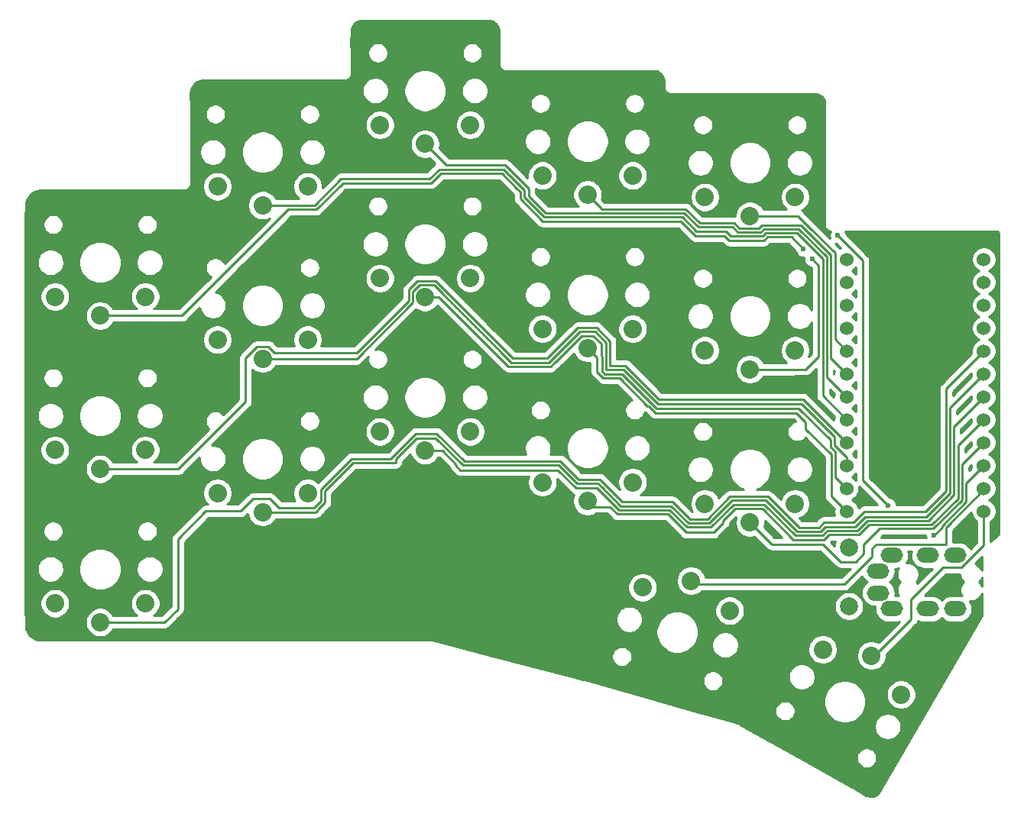
<source format=gtl>
G04 #@! TF.GenerationSoftware,KiCad,Pcbnew,(5.1.12-1-10_14)*
G04 #@! TF.CreationDate,2021-11-11T12:16:40-05:00*
G04 #@! TF.ProjectId,ferris-sweep-compact,66657272-6973-42d7-9377-6565702d636f,0.1*
G04 #@! TF.SameCoordinates,Original*
G04 #@! TF.FileFunction,Copper,L1,Top*
G04 #@! TF.FilePolarity,Positive*
%FSLAX46Y46*%
G04 Gerber Fmt 4.6, Leading zero omitted, Abs format (unit mm)*
G04 Created by KiCad (PCBNEW (5.1.12-1-10_14)) date 2021-11-11 12:16:40*
%MOMM*%
%LPD*%
G01*
G04 APERTURE LIST*
G04 #@! TA.AperFunction,ComponentPad*
%ADD10C,2.032000*%
G04 #@! TD*
G04 #@! TA.AperFunction,ComponentPad*
%ADD11C,1.524000*%
G04 #@! TD*
G04 #@! TA.AperFunction,ComponentPad*
%ADD12C,2.000000*%
G04 #@! TD*
G04 #@! TA.AperFunction,ComponentPad*
%ADD13O,2.500000X1.700000*%
G04 #@! TD*
G04 #@! TA.AperFunction,ViaPad*
%ADD14C,0.600000*%
G04 #@! TD*
G04 #@! TA.AperFunction,Conductor*
%ADD15C,0.250000*%
G04 #@! TD*
G04 #@! TA.AperFunction,NonConductor*
%ADD16C,0.254000*%
G04 #@! TD*
G04 #@! TA.AperFunction,NonConductor*
%ADD17C,0.150000*%
G04 #@! TD*
G04 APERTURE END LIST*
D10*
X132730127Y-90689103D03*
X124069873Y-85689103D03*
X129450000Y-86370450D03*
D11*
X141911400Y-42422000D03*
X141911400Y-44962000D03*
X141911400Y-47502000D03*
X141911400Y-50042000D03*
X141911400Y-52582000D03*
X141911400Y-55122000D03*
X141911400Y-57662000D03*
X141911400Y-60202000D03*
X141911400Y-62742000D03*
X141911400Y-65282000D03*
X141911400Y-67822000D03*
X141911400Y-70362000D03*
X126691400Y-70362000D03*
X126691400Y-67822000D03*
X126691400Y-65282000D03*
X126691400Y-62742000D03*
X126691400Y-60202000D03*
X126691400Y-57662000D03*
X126691400Y-55122000D03*
X126691400Y-52582000D03*
X126691400Y-50042000D03*
X126691400Y-47502000D03*
X126691400Y-44962000D03*
X126691400Y-42422000D03*
D10*
X85000000Y-44520000D03*
X75000000Y-44520000D03*
X80000000Y-46620000D03*
X49000000Y-46570000D03*
X39000000Y-46570000D03*
X44000000Y-48670000D03*
X67000000Y-34340000D03*
X57000000Y-34340000D03*
X62000000Y-36440000D03*
X85000000Y-27530000D03*
X75000000Y-27530000D03*
X80000000Y-29630000D03*
X103000000Y-33140000D03*
X93000000Y-33140000D03*
X98000000Y-35240000D03*
X121000000Y-35520000D03*
X111000000Y-35520000D03*
X116000000Y-37620000D03*
X49000000Y-63570000D03*
X39000000Y-63570000D03*
X44000000Y-65670000D03*
X67000000Y-51340000D03*
X57000000Y-51340000D03*
X62000000Y-53440000D03*
X103000000Y-50140000D03*
X93000000Y-50140000D03*
X98000000Y-52240000D03*
X121000000Y-52520000D03*
X111000000Y-52520000D03*
X116000000Y-54620000D03*
X67000000Y-68345000D03*
X57000000Y-68345000D03*
X62000000Y-70445000D03*
X85000000Y-61520000D03*
X75000000Y-61520000D03*
X80000000Y-63620000D03*
X103000000Y-67145000D03*
X93000000Y-67145000D03*
X98000000Y-69245000D03*
X121000000Y-69520000D03*
X111000000Y-69520000D03*
X116000000Y-71620000D03*
X113753142Y-81393577D03*
X104093883Y-78805387D03*
X109467032Y-78071038D03*
X49000000Y-80575000D03*
X39000000Y-80575000D03*
X44000000Y-82675000D03*
D12*
X126970000Y-74390000D03*
X126970000Y-80890000D03*
D13*
X131720000Y-75230000D03*
X130220000Y-79430000D03*
X138720000Y-75230000D03*
X135720000Y-75230000D03*
X138720000Y-81180000D03*
X135720000Y-81180000D03*
X131720000Y-81180000D03*
X130220000Y-76980000D03*
D14*
X121920000Y-41294000D03*
X125730000Y-39770000D03*
X131318000Y-69742000D03*
X136398000Y-73044000D03*
X122900000Y-42400000D03*
D15*
X124563589Y-72500000D02*
X127863590Y-72500000D01*
X121015590Y-73050022D02*
X124013567Y-73050022D01*
X135736400Y-71400011D02*
X138599982Y-68536429D01*
X117578270Y-69612702D02*
X121015590Y-73050022D01*
X80000000Y-63620000D02*
X81905180Y-63620000D01*
X94739180Y-65786000D02*
X96741861Y-67788681D01*
X128963579Y-71400011D02*
X135736400Y-71400011D01*
X83483980Y-65198800D02*
X83483981Y-65360019D01*
X138599982Y-68536429D02*
X138599982Y-60973418D01*
X107082235Y-70228989D02*
X108987233Y-72133987D01*
X83483981Y-65360019D02*
X83909962Y-65786000D01*
X127863590Y-72500000D02*
X128963579Y-71400011D01*
X83909962Y-65786000D02*
X94739180Y-65786000D01*
X101475011Y-70228989D02*
X107082235Y-70228989D01*
X124013567Y-73050022D02*
X124563589Y-72500000D01*
X111643515Y-72133987D02*
X114164800Y-69612702D01*
X96741861Y-67788681D02*
X99034703Y-67788681D01*
X99034703Y-67788681D02*
X101475011Y-70228989D01*
X138599982Y-60973418D02*
X141911400Y-57662000D01*
X108987233Y-72133987D02*
X111643515Y-72133987D01*
X81905180Y-63620000D02*
X83483980Y-65198800D01*
X114164800Y-69612702D02*
X117578270Y-69612702D01*
X100076000Y-69850000D02*
X100459612Y-69850000D01*
X98000000Y-69400011D02*
X98155011Y-69400011D01*
X98605000Y-69850000D02*
X98000000Y-69245000D01*
X100459612Y-69850000D02*
X98605000Y-69850000D01*
X129149979Y-71850022D02*
X136127158Y-71850022D01*
X128049990Y-72950011D02*
X129149979Y-71850022D01*
X100459612Y-69850000D02*
X101288611Y-70678999D01*
X101288611Y-70678999D02*
X106895835Y-70678999D01*
X139049992Y-63063408D02*
X141911400Y-60202000D01*
X124749989Y-72950011D02*
X128049990Y-72950011D01*
X113034956Y-71632956D02*
X113034956Y-71378956D01*
X106895835Y-70678999D02*
X108923030Y-72706194D01*
X111961718Y-72706194D02*
X113034956Y-71632956D01*
X121317965Y-73500031D02*
X121317967Y-73500033D01*
X108923030Y-72706194D02*
X111961718Y-72706194D01*
X117391870Y-70062712D02*
X120829189Y-73500031D01*
X113034956Y-71378956D02*
X114351200Y-70062712D01*
X139049992Y-68927188D02*
X139049992Y-63063408D01*
X120829189Y-73500031D02*
X121317965Y-73500031D01*
X121317967Y-73500033D02*
X124199967Y-73500033D01*
X136127158Y-71850022D02*
X139049992Y-68927188D01*
X114351200Y-70062712D02*
X117391870Y-70062712D01*
X124199967Y-73500033D02*
X124749989Y-72950011D01*
X124072819Y-73999999D02*
X126022817Y-75949997D01*
X139500003Y-65153397D02*
X141911400Y-62742000D01*
X126022817Y-75949997D02*
X127699999Y-75949997D01*
X136313557Y-72300033D02*
X139500003Y-69113587D01*
X130363556Y-72300033D02*
X136313557Y-72300033D01*
X127699999Y-75949997D02*
X128599987Y-75050011D01*
X128599987Y-74063602D02*
X130363556Y-72300033D01*
X139500003Y-69113587D02*
X139500003Y-65153397D01*
X128599987Y-75050011D02*
X128599987Y-74063602D01*
X118379999Y-73999999D02*
X124072819Y-73999999D01*
X116000000Y-71620000D02*
X118379999Y-73999999D01*
X141911400Y-65282000D02*
X139950014Y-67243386D01*
X137271990Y-71978010D02*
X139950014Y-69299986D01*
X137271990Y-72170010D02*
X137271990Y-71978010D01*
X136398000Y-73044000D02*
X137271990Y-72170010D01*
X139950014Y-69230014D02*
X139950014Y-69299987D01*
X139950014Y-69299986D02*
X139950014Y-69230014D01*
X139950014Y-67243386D02*
X139950014Y-69230014D01*
X128524000Y-42564000D02*
X128524000Y-66948000D01*
X125730000Y-39770000D02*
X128524000Y-42564000D01*
X128524000Y-66948000D02*
X131318000Y-69742000D01*
X117554202Y-40311028D02*
X117907200Y-39958030D01*
X113697117Y-40311029D02*
X117554202Y-40311028D01*
X113528045Y-40141955D02*
X113697117Y-40311029D01*
X113198498Y-39812410D02*
X113528045Y-40141955D01*
X108373180Y-38246000D02*
X109939590Y-39812410D01*
X101962000Y-38246000D02*
X108373180Y-38246000D01*
X101906030Y-38190030D02*
X101962000Y-38246000D01*
X44000000Y-48670000D02*
X53076000Y-48670000D01*
X90171180Y-34544000D02*
X90549990Y-34922810D01*
X88506020Y-32880020D02*
X90170000Y-34544000D01*
X64855990Y-36890010D02*
X67946401Y-36890009D01*
X90549990Y-35722808D02*
X93017210Y-38190030D01*
X70886400Y-33950010D02*
X80686401Y-33950009D01*
X67946401Y-36890009D02*
X70886400Y-33950010D01*
X80686401Y-33950009D02*
X81756390Y-32880020D01*
X117907200Y-39958030D02*
X120584030Y-39958030D01*
X109939590Y-39812410D02*
X113198498Y-39812410D01*
X81756390Y-32880020D02*
X88506020Y-32880020D01*
X120584030Y-39958030D02*
X121920000Y-41294000D01*
X90170000Y-34544000D02*
X90171180Y-34544000D01*
X90549990Y-34922810D02*
X90549990Y-35722808D01*
X53076000Y-48670000D02*
X64855990Y-36890010D01*
X93017210Y-38190030D02*
X101906030Y-38190030D01*
X125410874Y-51301474D02*
X126691400Y-52582000D01*
X125410874Y-41710874D02*
X125410874Y-51301474D01*
X121320000Y-37620000D02*
X122495000Y-38795000D01*
X116000000Y-37620000D02*
X121320000Y-37620000D01*
X122495000Y-38795000D02*
X125410874Y-41710874D01*
X122420000Y-38720000D02*
X122495000Y-38795000D01*
X116994999Y-38961001D02*
X117348000Y-38608000D01*
X114254001Y-38399999D02*
X114815003Y-38961001D01*
X110436409Y-38399999D02*
X114254001Y-38399999D01*
X114815003Y-38961001D02*
X116994999Y-38961001D01*
X108876410Y-36840000D02*
X110436409Y-38399999D01*
X124960865Y-41960864D02*
X124960865Y-53391465D01*
X99578000Y-36840000D02*
X108876410Y-36840000D01*
X121608001Y-38608000D02*
X124960865Y-41960864D01*
X99578000Y-36818000D02*
X99578000Y-36840000D01*
X124960865Y-53391465D02*
X126691400Y-55122000D01*
X117348000Y-38608000D02*
X121608001Y-38608000D01*
X98000000Y-35240000D02*
X99578000Y-36818000D01*
X124510854Y-42147264D02*
X124510854Y-55481454D01*
X80000000Y-29630000D02*
X82350000Y-31980000D01*
X82350000Y-31980000D02*
X88880000Y-31980000D01*
X88880000Y-31980000D02*
X91500000Y-34600000D01*
X91500000Y-34600000D02*
X91500000Y-35400000D01*
X124510854Y-55481454D02*
X126691400Y-57662000D01*
X93390010Y-37290010D02*
X108690010Y-37290010D01*
X108690010Y-37290010D02*
X110250010Y-38850010D01*
X110250010Y-38850010D02*
X114067602Y-38850010D01*
X91500000Y-35400000D02*
X93390010Y-37290010D01*
X117181400Y-39411010D02*
X117534400Y-39058010D01*
X114067602Y-38850010D02*
X114628603Y-39411011D01*
X114628603Y-39411011D02*
X117181400Y-39411010D01*
X117534400Y-39058010D02*
X121421600Y-39058010D01*
X121421600Y-39058010D02*
X124510854Y-42147264D01*
X124060844Y-42333664D02*
X124060844Y-57571444D01*
X121235200Y-39508020D02*
X124060844Y-42333664D01*
X62000000Y-36440000D02*
X67760000Y-36440000D01*
X117720800Y-39508020D02*
X121235200Y-39508020D01*
X110063610Y-39300020D02*
X113322518Y-39300020D01*
X67760000Y-36440000D02*
X70700000Y-33500000D01*
X124060844Y-57571444D02*
X126691400Y-60202000D01*
X80500000Y-33500000D02*
X81569990Y-32430010D01*
X70700000Y-33500000D02*
X80500000Y-33500000D01*
X93203610Y-37740020D02*
X108503610Y-37740020D01*
X81569990Y-32430010D02*
X88693600Y-32430010D01*
X108503610Y-37740020D02*
X110063610Y-39300020D01*
X113322518Y-39300020D02*
X113883517Y-39861019D01*
X117367801Y-39861019D02*
X117720800Y-39508020D01*
X88693600Y-32430010D02*
X91000000Y-34736410D01*
X91000000Y-34736410D02*
X91000000Y-35536410D01*
X91000000Y-35536410D02*
X93203610Y-37740020D01*
X113883517Y-39861019D02*
X117367801Y-39861019D01*
X105918000Y-57912000D02*
X121861400Y-57912000D01*
X100500018Y-51482516D02*
X100500018Y-54185982D01*
X99016483Y-49998981D02*
X100500018Y-51482516D01*
X44000000Y-65670000D02*
X52669046Y-65670000D01*
X93531980Y-53399980D02*
X96932979Y-49998981D01*
X63341001Y-52796319D02*
X72425681Y-52796319D01*
X89721980Y-53399980D02*
X93531980Y-53399980D01*
X52669046Y-65670000D02*
X60100000Y-58239046D01*
X60100000Y-58239046D02*
X60100000Y-53355318D01*
X60100000Y-53355318D02*
X61356319Y-52098999D01*
X72425681Y-52796319D02*
X78208989Y-47013011D01*
X121861400Y-57912000D02*
X125065700Y-61116300D01*
X61356319Y-52098999D02*
X62643681Y-52098999D01*
X96932979Y-49998981D02*
X99016483Y-49998981D01*
X62643681Y-52098999D02*
X63341001Y-52796319D01*
X78208989Y-47013011D02*
X78208989Y-45789919D01*
X102191982Y-54185982D02*
X105918000Y-57912000D01*
X100500018Y-54185982D02*
X102191982Y-54185982D01*
X78208989Y-45789919D02*
X79169919Y-44828989D01*
X125065700Y-61116300D02*
X126691400Y-62742000D01*
X79169919Y-44828989D02*
X81150989Y-44828989D01*
X81150989Y-44828989D02*
X89721980Y-53399980D01*
X121732990Y-58420000D02*
X125404319Y-62091329D01*
X105789590Y-58420000D02*
X121732990Y-58420000D01*
X102005582Y-54635992D02*
X105789590Y-58420000D01*
X100294816Y-54617190D02*
X100313618Y-54635992D01*
X125404319Y-63063681D02*
X126691400Y-64350762D01*
X100050010Y-54617190D02*
X100294816Y-54617190D01*
X62000000Y-53440000D02*
X72418410Y-53440000D01*
X72418410Y-53440000D02*
X78658999Y-47199411D01*
X126691400Y-64350762D02*
X126691400Y-65282000D01*
X78658999Y-47199411D02*
X78658999Y-45976319D01*
X100050010Y-51668918D02*
X100050010Y-54617190D01*
X79356319Y-45278999D02*
X80964589Y-45278999D01*
X97169919Y-50448989D02*
X98830082Y-50448990D01*
X94235990Y-53382918D02*
X97169919Y-50448989D01*
X100313618Y-54635992D02*
X102005582Y-54635992D01*
X98830082Y-50448990D02*
X100050010Y-51668918D01*
X125404319Y-62091329D02*
X125404319Y-63063681D01*
X80964589Y-45278999D02*
X89535580Y-53849990D01*
X78658999Y-45976319D02*
X79356319Y-45278999D01*
X89535580Y-53849990D02*
X93727990Y-53849990D01*
X93727990Y-53849990D02*
X94195062Y-53382918D01*
X94195062Y-53382918D02*
X94235990Y-53382918D01*
X123600000Y-53004682D02*
X123600000Y-43100000D01*
X123600000Y-43100000D02*
X122900000Y-42400000D01*
X122900000Y-42400000D02*
X122900000Y-42400000D01*
X120884682Y-54620000D02*
X120894682Y-54610000D01*
X116000000Y-54620000D02*
X120884682Y-54620000D01*
X123610834Y-53173166D02*
X123610834Y-53086000D01*
X122174000Y-54610000D02*
X123610834Y-53173166D01*
X120894682Y-54610000D02*
X122174000Y-54610000D01*
X128777179Y-70950000D02*
X135550000Y-70950000D01*
X79073411Y-62278999D02*
X81200589Y-62278999D01*
X99606767Y-67724335D02*
X99625991Y-67724335D01*
X121201989Y-72600011D02*
X123827167Y-72600011D01*
X76757804Y-64594606D02*
X79073411Y-62278999D01*
X92259990Y-65220010D02*
X94809600Y-65220010D01*
X99625991Y-67724335D02*
X101680633Y-69778977D01*
X72060214Y-64974196D02*
X76757804Y-64974196D01*
X68903010Y-68131400D02*
X72060214Y-64974196D01*
X68159000Y-70191000D02*
X68159000Y-70145410D01*
X94809600Y-65220010D02*
X96841600Y-67252010D01*
X68159000Y-70145410D02*
X68903010Y-69401400D01*
X84197600Y-65276010D02*
X92203990Y-65276010D01*
X127677190Y-72049989D02*
X128777179Y-70950000D01*
X138149970Y-68350030D02*
X138149970Y-58883430D01*
X81200589Y-62278999D02*
X84197600Y-65276010D01*
X96841600Y-67252010D02*
X99134442Y-67252010D01*
X76757804Y-64974196D02*
X76757804Y-64594606D01*
X113978400Y-69162692D02*
X117764670Y-69162692D01*
X68903010Y-69401400D02*
X68903010Y-68131400D01*
X101680633Y-69778977D02*
X107268633Y-69778977D01*
X92203990Y-65276010D02*
X92259990Y-65220010D01*
X107268633Y-69778977D02*
X109173633Y-71683977D01*
X109173633Y-71683977D02*
X111457115Y-71683977D01*
X138149970Y-58883430D02*
X141911400Y-55122000D01*
X111457115Y-71683977D02*
X113978400Y-69162692D01*
X67905000Y-70445000D02*
X68159000Y-70191000D01*
X117764670Y-69162692D02*
X121201989Y-72600011D01*
X99134442Y-67252010D02*
X99606767Y-67724335D01*
X62000000Y-70445000D02*
X67905000Y-70445000D01*
X123827167Y-72600011D02*
X124377189Y-72049989D01*
X135550000Y-70950000D02*
X138149970Y-68350030D01*
X124377189Y-72049989D02*
X127677190Y-72049989D01*
X137699959Y-56793441D02*
X141911400Y-52582000D01*
X137699959Y-68100041D02*
X137699959Y-56793441D01*
X127490790Y-71599978D02*
X128690768Y-70400000D01*
X124190789Y-71599978D02*
X127490790Y-71599978D01*
X123640768Y-72150000D02*
X124190789Y-71599978D01*
X68453000Y-67945000D02*
X71882000Y-64516000D01*
X68453000Y-69215000D02*
X68453000Y-67945000D01*
X99340066Y-66802000D02*
X101867033Y-69328967D01*
X71882000Y-64516000D02*
X76200000Y-64516000D01*
X60950000Y-68950000D02*
X62800000Y-68950000D01*
X63844989Y-69994989D02*
X67673011Y-69994989D01*
X59550000Y-70350000D02*
X60950000Y-68950000D01*
X91565590Y-64770000D02*
X94996000Y-64770000D01*
X55700000Y-70350000D02*
X59550000Y-70350000D01*
X52600000Y-73450000D02*
X55700000Y-70350000D01*
X67673011Y-69994989D02*
X68453000Y-69215000D01*
X94996000Y-64770000D02*
X97028000Y-66802000D01*
X52600000Y-81200000D02*
X52600000Y-73450000D01*
X128690768Y-70400000D02*
X135400000Y-70400000D01*
X62800000Y-68950000D02*
X63844989Y-69994989D01*
X44000000Y-82675000D02*
X51125000Y-82675000D01*
X135400000Y-70400000D02*
X137699959Y-68100041D01*
X51125000Y-82675000D02*
X52600000Y-81200000D01*
X81280000Y-61722000D02*
X84384000Y-64826000D01*
X76200000Y-64516000D02*
X78994000Y-61722000D01*
X84384000Y-64826000D02*
X91509590Y-64826000D01*
X78994000Y-61722000D02*
X81280000Y-61722000D01*
X109360033Y-71233967D02*
X111270715Y-71233967D01*
X97028000Y-66802000D02*
X99340066Y-66802000D01*
X101867033Y-69328967D02*
X107455033Y-69328967D01*
X121426000Y-72150000D02*
X123640768Y-72150000D01*
X107455033Y-69328967D02*
X109360033Y-71233967D01*
X91509590Y-64826000D02*
X91565590Y-64770000D01*
X111270715Y-71233967D02*
X113792000Y-68712682D01*
X113792000Y-68712682D02*
X117988682Y-68712682D01*
X117988682Y-68712682D02*
X121426000Y-72150000D01*
X125446700Y-66577300D02*
X126691400Y-67822000D01*
X125446700Y-63742472D02*
X125446700Y-66577300D01*
X81530000Y-46620000D02*
X89210000Y-54300000D01*
X80000000Y-46620000D02*
X81530000Y-46620000D01*
X97356319Y-50898999D02*
X98643681Y-50898999D01*
X89210000Y-54300000D02*
X93914390Y-54300000D01*
X99527000Y-53127000D02*
X99600000Y-53200000D01*
X93914390Y-54300000D02*
X94381463Y-53832927D01*
X99600000Y-53200000D02*
X99600000Y-54803590D01*
X94381463Y-53832927D02*
X94422391Y-53832927D01*
X94422391Y-53832927D02*
X97356319Y-50898999D01*
X98643681Y-50898999D02*
X99527000Y-51782318D01*
X99527000Y-51782318D02*
X99527000Y-53127000D01*
X99600000Y-54803590D02*
X99915820Y-55119410D01*
X101852590Y-55119410D02*
X105661180Y-58928000D01*
X99915820Y-55119410D02*
X101852590Y-55119410D01*
X124954309Y-63250081D02*
X125446700Y-63742472D01*
X124954309Y-62470309D02*
X124954309Y-63250081D01*
X121412000Y-58928000D02*
X124954309Y-62470309D01*
X105661180Y-58928000D02*
X121412000Y-58928000D01*
X125192700Y-68863300D02*
X126691400Y-70362000D01*
X124996690Y-68667290D02*
X125192700Y-68863300D01*
X124996690Y-64036690D02*
X124996690Y-68667290D01*
X122174000Y-60452000D02*
X122174000Y-61214000D01*
X105532770Y-59436000D02*
X121158000Y-59436000D01*
X104648000Y-58674000D02*
X104770770Y-58674000D01*
X122174000Y-61214000D02*
X124996690Y-64036690D01*
X104770770Y-58674000D02*
X105532770Y-59436000D01*
X99729419Y-55569419D02*
X101543419Y-55569419D01*
X121158000Y-59436000D02*
X122174000Y-60452000D01*
X101543419Y-55569419D02*
X104648000Y-58674000D01*
X98000000Y-52240000D02*
X99060000Y-53300000D01*
X99060000Y-54864000D02*
X99042000Y-54882000D01*
X99060000Y-53300000D02*
X99060000Y-54864000D01*
X99042000Y-54882000D02*
X99729419Y-55569419D01*
X133850000Y-82370450D02*
X129450000Y-86770450D01*
X133850000Y-80119002D02*
X133850000Y-82370450D01*
X137369002Y-76600000D02*
X133850000Y-80119002D01*
X139411715Y-76600000D02*
X137369002Y-76600000D01*
X141911400Y-74100315D02*
X139411715Y-76600000D01*
X141911400Y-70362000D02*
X141911400Y-74100315D01*
X137722000Y-72164410D02*
X141911400Y-67975010D01*
X137722000Y-74006000D02*
X137722000Y-72164410D01*
X129994000Y-74006000D02*
X137722000Y-74006000D01*
X129500009Y-74499991D02*
X129994000Y-74006000D01*
X141911400Y-67975010D02*
X141911400Y-67822000D01*
X129500008Y-75422812D02*
X129500009Y-74499991D01*
X126451780Y-78471038D02*
X129500008Y-75422812D01*
X109467032Y-78471038D02*
X126451780Y-78471038D01*
D16*
X87261639Y-15982862D02*
X87487024Y-16057799D01*
X87693559Y-16175085D01*
X87873383Y-16330256D01*
X88019640Y-16517398D01*
X88126763Y-16729385D01*
X88191674Y-16961732D01*
X88211909Y-17192808D01*
X88190775Y-18143662D01*
X88190001Y-18151523D01*
X88190001Y-18178496D01*
X88189401Y-18205491D01*
X88190001Y-18213375D01*
X88190000Y-20793123D01*
X88186565Y-20828000D01*
X88200273Y-20967184D01*
X88240872Y-21101020D01*
X88306800Y-21224363D01*
X88395525Y-21332475D01*
X88481694Y-21403192D01*
X88503637Y-21421200D01*
X88626980Y-21487128D01*
X88760816Y-21527727D01*
X88900000Y-21541435D01*
X88934877Y-21538000D01*
X105201642Y-21538000D01*
X105483704Y-21542118D01*
X105696610Y-21587514D01*
X105896638Y-21673396D01*
X106076176Y-21796497D01*
X106228383Y-21952122D01*
X106347467Y-22134354D01*
X106428886Y-22336241D01*
X106473057Y-22568601D01*
X106477483Y-22666750D01*
X106477974Y-23333383D01*
X106474565Y-23368000D01*
X106478026Y-23403139D01*
X106478026Y-23403400D01*
X106481418Y-23437583D01*
X106488273Y-23507184D01*
X106488350Y-23507438D01*
X106488376Y-23507699D01*
X106508414Y-23573580D01*
X106528872Y-23641020D01*
X106528998Y-23641257D01*
X106529074Y-23641505D01*
X106561451Y-23701972D01*
X106594800Y-23764363D01*
X106594970Y-23764570D01*
X106595093Y-23764800D01*
X106638439Y-23817538D01*
X106683525Y-23872475D01*
X106683734Y-23872647D01*
X106683898Y-23872846D01*
X106736539Y-23915982D01*
X106791637Y-23961200D01*
X106791875Y-23961327D01*
X106792075Y-23961491D01*
X106851970Y-23993448D01*
X106914980Y-24027128D01*
X106915240Y-24027207D01*
X106915467Y-24027328D01*
X106980984Y-24047150D01*
X107048816Y-24067727D01*
X107049081Y-24067753D01*
X107049332Y-24067829D01*
X107117926Y-24074534D01*
X107153123Y-24078000D01*
X107153392Y-24078000D01*
X107188525Y-24081434D01*
X107223130Y-24078000D01*
X123144382Y-24078000D01*
X123399458Y-24092541D01*
X123599020Y-24144013D01*
X123784792Y-24233270D01*
X123949684Y-24356907D01*
X124087421Y-24510217D01*
X124192757Y-24687360D01*
X124261680Y-24881593D01*
X124294972Y-25108761D01*
X124258617Y-27162268D01*
X124258001Y-27168523D01*
X124258001Y-27197065D01*
X124257494Y-27225703D01*
X124258001Y-27231990D01*
X124258000Y-38573654D01*
X124254566Y-38609061D01*
X124261414Y-38677545D01*
X124268273Y-38747183D01*
X124268428Y-38747693D01*
X124268481Y-38748225D01*
X124288663Y-38814401D01*
X124308872Y-38881019D01*
X124309125Y-38881493D01*
X124309280Y-38882000D01*
X124341960Y-38942922D01*
X124374800Y-39004362D01*
X124375139Y-39004775D01*
X124375391Y-39005245D01*
X124419502Y-39058831D01*
X124463525Y-39112474D01*
X124463937Y-39112812D01*
X124464277Y-39113225D01*
X124517870Y-39157074D01*
X124571637Y-39201200D01*
X124572110Y-39201453D01*
X124572521Y-39201789D01*
X124633355Y-39234189D01*
X124694980Y-39267128D01*
X124695495Y-39267284D01*
X124695962Y-39267533D01*
X124761992Y-39287456D01*
X124828816Y-39307727D01*
X124829349Y-39307780D01*
X124829858Y-39307933D01*
X124898767Y-39314616D01*
X124909084Y-39315632D01*
X124901414Y-39327111D01*
X124830932Y-39497271D01*
X124795000Y-39677911D01*
X124795000Y-39862089D01*
X124830932Y-40042729D01*
X124840408Y-40065606D01*
X123058803Y-38284002D01*
X123058799Y-38283997D01*
X121883804Y-37109003D01*
X121860001Y-37079999D01*
X121755382Y-36994140D01*
X121782042Y-36983097D01*
X122052451Y-36802415D01*
X122282415Y-36572451D01*
X122463097Y-36302042D01*
X122587553Y-36001579D01*
X122651000Y-35682609D01*
X122651000Y-35357391D01*
X122587553Y-35038421D01*
X122463097Y-34737958D01*
X122282415Y-34467549D01*
X122052451Y-34237585D01*
X121782042Y-34056903D01*
X121481579Y-33932447D01*
X121162609Y-33869000D01*
X120837391Y-33869000D01*
X120518421Y-33932447D01*
X120217958Y-34056903D01*
X119947549Y-34237585D01*
X119717585Y-34467549D01*
X119536903Y-34737958D01*
X119412447Y-35038421D01*
X119349000Y-35357391D01*
X119349000Y-35682609D01*
X119412447Y-36001579D01*
X119536903Y-36302042D01*
X119717585Y-36572451D01*
X119947549Y-36802415D01*
X120033731Y-36860000D01*
X117472227Y-36860000D01*
X117463097Y-36837958D01*
X117282415Y-36567549D01*
X117052451Y-36337585D01*
X116782042Y-36156903D01*
X116481579Y-36032447D01*
X116162609Y-35969000D01*
X115837391Y-35969000D01*
X115518421Y-36032447D01*
X115217958Y-36156903D01*
X114947549Y-36337585D01*
X114717585Y-36567549D01*
X114536903Y-36837958D01*
X114412447Y-37138421D01*
X114349000Y-37457391D01*
X114349000Y-37645679D01*
X114291334Y-37639999D01*
X114291323Y-37639999D01*
X114254001Y-37636323D01*
X114216679Y-37639999D01*
X110751211Y-37639999D01*
X109440214Y-36329003D01*
X109416411Y-36299999D01*
X109300686Y-36205026D01*
X109168657Y-36134454D01*
X109025396Y-36090997D01*
X108913743Y-36080000D01*
X108913732Y-36080000D01*
X108876410Y-36076324D01*
X108839088Y-36080000D01*
X99914802Y-36080000D01*
X99578423Y-35743621D01*
X99587553Y-35721579D01*
X99651000Y-35402609D01*
X99651000Y-35357391D01*
X109349000Y-35357391D01*
X109349000Y-35682609D01*
X109412447Y-36001579D01*
X109536903Y-36302042D01*
X109717585Y-36572451D01*
X109947549Y-36802415D01*
X110217958Y-36983097D01*
X110518421Y-37107553D01*
X110837391Y-37171000D01*
X111162609Y-37171000D01*
X111481579Y-37107553D01*
X111782042Y-36983097D01*
X112052451Y-36802415D01*
X112282415Y-36572451D01*
X112463097Y-36302042D01*
X112587553Y-36001579D01*
X112651000Y-35682609D01*
X112651000Y-35357391D01*
X112587553Y-35038421D01*
X112463097Y-34737958D01*
X112282415Y-34467549D01*
X112052451Y-34237585D01*
X111782042Y-34056903D01*
X111481579Y-33932447D01*
X111162609Y-33869000D01*
X110837391Y-33869000D01*
X110518421Y-33932447D01*
X110217958Y-34056903D01*
X109947549Y-34237585D01*
X109717585Y-34467549D01*
X109536903Y-34737958D01*
X109412447Y-35038421D01*
X109349000Y-35357391D01*
X99651000Y-35357391D01*
X99651000Y-35077391D01*
X99587553Y-34758421D01*
X99463097Y-34457958D01*
X99282415Y-34187549D01*
X99052451Y-33957585D01*
X98782042Y-33776903D01*
X98481579Y-33652447D01*
X98162609Y-33589000D01*
X97837391Y-33589000D01*
X97518421Y-33652447D01*
X97217958Y-33776903D01*
X96947549Y-33957585D01*
X96717585Y-34187549D01*
X96536903Y-34457958D01*
X96412447Y-34758421D01*
X96349000Y-35077391D01*
X96349000Y-35402609D01*
X96412447Y-35721579D01*
X96536903Y-36022042D01*
X96717585Y-36292451D01*
X96947549Y-36522415D01*
X96958916Y-36530010D01*
X93704812Y-36530010D01*
X92260000Y-35085199D01*
X92260000Y-34637333D01*
X92261592Y-34621171D01*
X92518421Y-34727553D01*
X92837391Y-34791000D01*
X93162609Y-34791000D01*
X93481579Y-34727553D01*
X93782042Y-34603097D01*
X94052451Y-34422415D01*
X94282415Y-34192451D01*
X94463097Y-33922042D01*
X94587553Y-33621579D01*
X94651000Y-33302609D01*
X94651000Y-32977391D01*
X101349000Y-32977391D01*
X101349000Y-33302609D01*
X101412447Y-33621579D01*
X101536903Y-33922042D01*
X101717585Y-34192451D01*
X101947549Y-34422415D01*
X102217958Y-34603097D01*
X102518421Y-34727553D01*
X102837391Y-34791000D01*
X103162609Y-34791000D01*
X103481579Y-34727553D01*
X103782042Y-34603097D01*
X104052451Y-34422415D01*
X104282415Y-34192451D01*
X104463097Y-33922042D01*
X104587553Y-33621579D01*
X104651000Y-33302609D01*
X104651000Y-32977391D01*
X104587553Y-32658421D01*
X104463097Y-32357958D01*
X104282415Y-32087549D01*
X104052451Y-31857585D01*
X103782042Y-31676903D01*
X103532773Y-31573652D01*
X109014100Y-31573652D01*
X109014100Y-31866348D01*
X109071202Y-32153421D01*
X109183212Y-32423838D01*
X109345826Y-32667206D01*
X109552794Y-32874174D01*
X109796162Y-33036788D01*
X110066579Y-33148798D01*
X110353652Y-33205900D01*
X110646348Y-33205900D01*
X110933421Y-33148798D01*
X111203838Y-33036788D01*
X111447206Y-32874174D01*
X111654174Y-32667206D01*
X111816788Y-32423838D01*
X111928798Y-32153421D01*
X111985900Y-31866348D01*
X111985900Y-31573652D01*
X111968982Y-31488594D01*
X113650500Y-31488594D01*
X113650500Y-31951406D01*
X113740790Y-32405324D01*
X113917900Y-32832905D01*
X114175024Y-33217719D01*
X114502281Y-33544976D01*
X114887095Y-33802100D01*
X115314676Y-33979210D01*
X115768594Y-34069500D01*
X116231406Y-34069500D01*
X116685324Y-33979210D01*
X117112905Y-33802100D01*
X117497719Y-33544976D01*
X117824976Y-33217719D01*
X118082100Y-32832905D01*
X118259210Y-32405324D01*
X118349500Y-31951406D01*
X118349500Y-31573652D01*
X120014100Y-31573652D01*
X120014100Y-31866348D01*
X120071202Y-32153421D01*
X120183212Y-32423838D01*
X120345826Y-32667206D01*
X120552794Y-32874174D01*
X120796162Y-33036788D01*
X121066579Y-33148798D01*
X121353652Y-33205900D01*
X121646348Y-33205900D01*
X121933421Y-33148798D01*
X122203838Y-33036788D01*
X122447206Y-32874174D01*
X122654174Y-32667206D01*
X122816788Y-32423838D01*
X122928798Y-32153421D01*
X122985900Y-31866348D01*
X122985900Y-31573652D01*
X122928798Y-31286579D01*
X122816788Y-31016162D01*
X122654174Y-30772794D01*
X122447206Y-30565826D01*
X122203838Y-30403212D01*
X121933421Y-30291202D01*
X121646348Y-30234100D01*
X121353652Y-30234100D01*
X121066579Y-30291202D01*
X120796162Y-30403212D01*
X120552794Y-30565826D01*
X120345826Y-30772794D01*
X120183212Y-31016162D01*
X120071202Y-31286579D01*
X120014100Y-31573652D01*
X118349500Y-31573652D01*
X118349500Y-31488594D01*
X118259210Y-31034676D01*
X118082100Y-30607095D01*
X117824976Y-30222281D01*
X117497719Y-29895024D01*
X117112905Y-29637900D01*
X116685324Y-29460790D01*
X116231406Y-29370500D01*
X115768594Y-29370500D01*
X115314676Y-29460790D01*
X114887095Y-29637900D01*
X114502281Y-29895024D01*
X114175024Y-30222281D01*
X113917900Y-30607095D01*
X113740790Y-31034676D01*
X113650500Y-31488594D01*
X111968982Y-31488594D01*
X111928798Y-31286579D01*
X111816788Y-31016162D01*
X111654174Y-30772794D01*
X111447206Y-30565826D01*
X111203838Y-30403212D01*
X110933421Y-30291202D01*
X110646348Y-30234100D01*
X110353652Y-30234100D01*
X110066579Y-30291202D01*
X109796162Y-30403212D01*
X109552794Y-30565826D01*
X109345826Y-30772794D01*
X109183212Y-31016162D01*
X109071202Y-31286579D01*
X109014100Y-31573652D01*
X103532773Y-31573652D01*
X103481579Y-31552447D01*
X103162609Y-31489000D01*
X102837391Y-31489000D01*
X102518421Y-31552447D01*
X102217958Y-31676903D01*
X101947549Y-31857585D01*
X101717585Y-32087549D01*
X101536903Y-32357958D01*
X101412447Y-32658421D01*
X101349000Y-32977391D01*
X94651000Y-32977391D01*
X94587553Y-32658421D01*
X94463097Y-32357958D01*
X94282415Y-32087549D01*
X94052451Y-31857585D01*
X93782042Y-31676903D01*
X93481579Y-31552447D01*
X93162609Y-31489000D01*
X92837391Y-31489000D01*
X92518421Y-31552447D01*
X92217958Y-31676903D01*
X91947549Y-31857585D01*
X91717585Y-32087549D01*
X91536903Y-32357958D01*
X91412447Y-32658421D01*
X91349000Y-32977391D01*
X91349000Y-33302609D01*
X91366776Y-33391974D01*
X89443804Y-31469003D01*
X89420001Y-31439999D01*
X89304276Y-31345026D01*
X89172247Y-31274454D01*
X89028986Y-31230997D01*
X88917333Y-31220000D01*
X88917322Y-31220000D01*
X88880000Y-31216324D01*
X88842678Y-31220000D01*
X82664802Y-31220000D01*
X81578423Y-30133621D01*
X81587553Y-30111579D01*
X81651000Y-29792609D01*
X81651000Y-29467391D01*
X81596550Y-29193652D01*
X91014100Y-29193652D01*
X91014100Y-29486348D01*
X91071202Y-29773421D01*
X91183212Y-30043838D01*
X91345826Y-30287206D01*
X91552794Y-30494174D01*
X91796162Y-30656788D01*
X92066579Y-30768798D01*
X92353652Y-30825900D01*
X92646348Y-30825900D01*
X92933421Y-30768798D01*
X93203838Y-30656788D01*
X93447206Y-30494174D01*
X93654174Y-30287206D01*
X93816788Y-30043838D01*
X93928798Y-29773421D01*
X93985900Y-29486348D01*
X93985900Y-29193652D01*
X93968982Y-29108594D01*
X95650500Y-29108594D01*
X95650500Y-29571406D01*
X95740790Y-30025324D01*
X95917900Y-30452905D01*
X96175024Y-30837719D01*
X96502281Y-31164976D01*
X96887095Y-31422100D01*
X97314676Y-31599210D01*
X97768594Y-31689500D01*
X98231406Y-31689500D01*
X98685324Y-31599210D01*
X99112905Y-31422100D01*
X99497719Y-31164976D01*
X99824976Y-30837719D01*
X100082100Y-30452905D01*
X100259210Y-30025324D01*
X100349500Y-29571406D01*
X100349500Y-29193652D01*
X102014100Y-29193652D01*
X102014100Y-29486348D01*
X102071202Y-29773421D01*
X102183212Y-30043838D01*
X102345826Y-30287206D01*
X102552794Y-30494174D01*
X102796162Y-30656788D01*
X103066579Y-30768798D01*
X103353652Y-30825900D01*
X103646348Y-30825900D01*
X103933421Y-30768798D01*
X104203838Y-30656788D01*
X104447206Y-30494174D01*
X104654174Y-30287206D01*
X104816788Y-30043838D01*
X104928798Y-29773421D01*
X104985900Y-29486348D01*
X104985900Y-29193652D01*
X104928798Y-28906579D01*
X104816788Y-28636162D01*
X104654174Y-28392794D01*
X104447206Y-28185826D01*
X104203838Y-28023212D01*
X103933421Y-27911202D01*
X103646348Y-27854100D01*
X103353652Y-27854100D01*
X103066579Y-27911202D01*
X102796162Y-28023212D01*
X102552794Y-28185826D01*
X102345826Y-28392794D01*
X102183212Y-28636162D01*
X102071202Y-28906579D01*
X102014100Y-29193652D01*
X100349500Y-29193652D01*
X100349500Y-29108594D01*
X100259210Y-28654676D01*
X100082100Y-28227095D01*
X99824976Y-27842281D01*
X99497719Y-27515024D01*
X99338557Y-27408675D01*
X109649700Y-27408675D01*
X109649700Y-27631325D01*
X109693137Y-27849696D01*
X109778341Y-28055398D01*
X109902039Y-28240524D01*
X110059476Y-28397961D01*
X110244602Y-28521659D01*
X110450304Y-28606863D01*
X110668675Y-28650300D01*
X110891325Y-28650300D01*
X111109696Y-28606863D01*
X111315398Y-28521659D01*
X111500524Y-28397961D01*
X111657961Y-28240524D01*
X111781659Y-28055398D01*
X111866863Y-27849696D01*
X111910300Y-27631325D01*
X111910300Y-27408675D01*
X120089700Y-27408675D01*
X120089700Y-27631325D01*
X120133137Y-27849696D01*
X120218341Y-28055398D01*
X120342039Y-28240524D01*
X120499476Y-28397961D01*
X120684602Y-28521659D01*
X120890304Y-28606863D01*
X121108675Y-28650300D01*
X121331325Y-28650300D01*
X121549696Y-28606863D01*
X121755398Y-28521659D01*
X121940524Y-28397961D01*
X122097961Y-28240524D01*
X122221659Y-28055398D01*
X122306863Y-27849696D01*
X122350300Y-27631325D01*
X122350300Y-27408675D01*
X122306863Y-27190304D01*
X122221659Y-26984602D01*
X122097961Y-26799476D01*
X121940524Y-26642039D01*
X121755398Y-26518341D01*
X121549696Y-26433137D01*
X121331325Y-26389700D01*
X121108675Y-26389700D01*
X120890304Y-26433137D01*
X120684602Y-26518341D01*
X120499476Y-26642039D01*
X120342039Y-26799476D01*
X120218341Y-26984602D01*
X120133137Y-27190304D01*
X120089700Y-27408675D01*
X111910300Y-27408675D01*
X111866863Y-27190304D01*
X111781659Y-26984602D01*
X111657961Y-26799476D01*
X111500524Y-26642039D01*
X111315398Y-26518341D01*
X111109696Y-26433137D01*
X110891325Y-26389700D01*
X110668675Y-26389700D01*
X110450304Y-26433137D01*
X110244602Y-26518341D01*
X110059476Y-26642039D01*
X109902039Y-26799476D01*
X109778341Y-26984602D01*
X109693137Y-27190304D01*
X109649700Y-27408675D01*
X99338557Y-27408675D01*
X99112905Y-27257900D01*
X98685324Y-27080790D01*
X98231406Y-26990500D01*
X97768594Y-26990500D01*
X97314676Y-27080790D01*
X96887095Y-27257900D01*
X96502281Y-27515024D01*
X96175024Y-27842281D01*
X95917900Y-28227095D01*
X95740790Y-28654676D01*
X95650500Y-29108594D01*
X93968982Y-29108594D01*
X93928798Y-28906579D01*
X93816788Y-28636162D01*
X93654174Y-28392794D01*
X93447206Y-28185826D01*
X93203838Y-28023212D01*
X92933421Y-27911202D01*
X92646348Y-27854100D01*
X92353652Y-27854100D01*
X92066579Y-27911202D01*
X91796162Y-28023212D01*
X91552794Y-28185826D01*
X91345826Y-28392794D01*
X91183212Y-28636162D01*
X91071202Y-28906579D01*
X91014100Y-29193652D01*
X81596550Y-29193652D01*
X81587553Y-29148421D01*
X81463097Y-28847958D01*
X81282415Y-28577549D01*
X81052451Y-28347585D01*
X80782042Y-28166903D01*
X80481579Y-28042447D01*
X80162609Y-27979000D01*
X79837391Y-27979000D01*
X79518421Y-28042447D01*
X79217958Y-28166903D01*
X78947549Y-28347585D01*
X78717585Y-28577549D01*
X78536903Y-28847958D01*
X78412447Y-29148421D01*
X78349000Y-29467391D01*
X78349000Y-29792609D01*
X78412447Y-30111579D01*
X78536903Y-30412042D01*
X78717585Y-30682451D01*
X78947549Y-30912415D01*
X79217958Y-31093097D01*
X79518421Y-31217553D01*
X79837391Y-31281000D01*
X80162609Y-31281000D01*
X80481579Y-31217553D01*
X80503621Y-31208423D01*
X81115242Y-31820044D01*
X81029989Y-31890009D01*
X81006191Y-31919007D01*
X80185199Y-32740000D01*
X70737323Y-32740000D01*
X70700000Y-32736324D01*
X70662677Y-32740000D01*
X70662667Y-32740000D01*
X70551014Y-32750997D01*
X70407753Y-32794454D01*
X70275724Y-32865026D01*
X70159999Y-32959999D01*
X70136201Y-32988997D01*
X68651000Y-34474199D01*
X68651000Y-34177391D01*
X68587553Y-33858421D01*
X68463097Y-33557958D01*
X68282415Y-33287549D01*
X68052451Y-33057585D01*
X67782042Y-32876903D01*
X67481579Y-32752447D01*
X67162609Y-32689000D01*
X66837391Y-32689000D01*
X66518421Y-32752447D01*
X66217958Y-32876903D01*
X65947549Y-33057585D01*
X65717585Y-33287549D01*
X65536903Y-33557958D01*
X65412447Y-33858421D01*
X65349000Y-34177391D01*
X65349000Y-34502609D01*
X65412447Y-34821579D01*
X65536903Y-35122042D01*
X65717585Y-35392451D01*
X65947549Y-35622415D01*
X66033731Y-35680000D01*
X63472227Y-35680000D01*
X63463097Y-35657958D01*
X63282415Y-35387549D01*
X63052451Y-35157585D01*
X62782042Y-34976903D01*
X62481579Y-34852447D01*
X62162609Y-34789000D01*
X61837391Y-34789000D01*
X61518421Y-34852447D01*
X61217958Y-34976903D01*
X60947549Y-35157585D01*
X60717585Y-35387549D01*
X60536903Y-35657958D01*
X60412447Y-35958421D01*
X60349000Y-36277391D01*
X60349000Y-36602609D01*
X60412447Y-36921579D01*
X60536903Y-37222042D01*
X60717585Y-37492451D01*
X60947549Y-37722415D01*
X61217958Y-37903097D01*
X61518421Y-38027553D01*
X61837391Y-38091000D01*
X62162609Y-38091000D01*
X62481579Y-38027553D01*
X62758243Y-37912955D01*
X57806537Y-42864662D01*
X57781659Y-42804602D01*
X57657961Y-42619476D01*
X57500524Y-42462039D01*
X57315398Y-42338341D01*
X57109696Y-42253137D01*
X56891325Y-42209700D01*
X56668675Y-42209700D01*
X56450304Y-42253137D01*
X56244602Y-42338341D01*
X56059476Y-42462039D01*
X55902039Y-42619476D01*
X55778341Y-42804602D01*
X55693137Y-43010304D01*
X55649700Y-43228675D01*
X55649700Y-43451325D01*
X55693137Y-43669696D01*
X55778341Y-43875398D01*
X55902039Y-44060524D01*
X56059476Y-44217961D01*
X56244602Y-44341659D01*
X56304662Y-44366537D01*
X52761199Y-47910000D01*
X49966269Y-47910000D01*
X50052451Y-47852415D01*
X50282415Y-47622451D01*
X50463097Y-47352042D01*
X50587553Y-47051579D01*
X50651000Y-46732609D01*
X50651000Y-46407391D01*
X50587553Y-46088421D01*
X50463097Y-45787958D01*
X50282415Y-45517549D01*
X50052451Y-45287585D01*
X49782042Y-45106903D01*
X49481579Y-44982447D01*
X49162609Y-44919000D01*
X48837391Y-44919000D01*
X48518421Y-44982447D01*
X48217958Y-45106903D01*
X47947549Y-45287585D01*
X47717585Y-45517549D01*
X47536903Y-45787958D01*
X47412447Y-46088421D01*
X47349000Y-46407391D01*
X47349000Y-46732609D01*
X47412447Y-47051579D01*
X47536903Y-47352042D01*
X47717585Y-47622451D01*
X47947549Y-47852415D01*
X48033731Y-47910000D01*
X45472227Y-47910000D01*
X45463097Y-47887958D01*
X45282415Y-47617549D01*
X45052451Y-47387585D01*
X44782042Y-47206903D01*
X44481579Y-47082447D01*
X44162609Y-47019000D01*
X43837391Y-47019000D01*
X43518421Y-47082447D01*
X43217958Y-47206903D01*
X42947549Y-47387585D01*
X42717585Y-47617549D01*
X42536903Y-47887958D01*
X42412447Y-48188421D01*
X42349000Y-48507391D01*
X42349000Y-48832609D01*
X42412447Y-49151579D01*
X42536903Y-49452042D01*
X42717585Y-49722451D01*
X42947549Y-49952415D01*
X43217958Y-50133097D01*
X43518421Y-50257553D01*
X43837391Y-50321000D01*
X44162609Y-50321000D01*
X44481579Y-50257553D01*
X44782042Y-50133097D01*
X45052451Y-49952415D01*
X45282415Y-49722451D01*
X45463097Y-49452042D01*
X45472227Y-49430000D01*
X53038678Y-49430000D01*
X53076000Y-49433676D01*
X53113322Y-49430000D01*
X53113333Y-49430000D01*
X53224986Y-49419003D01*
X53368247Y-49375546D01*
X53500276Y-49304974D01*
X53616001Y-49210001D01*
X53639804Y-49180997D01*
X55034068Y-47786733D01*
X55071202Y-47973421D01*
X55183212Y-48243838D01*
X55345826Y-48487206D01*
X55552794Y-48694174D01*
X55796162Y-48856788D01*
X56066579Y-48968798D01*
X56353652Y-49025900D01*
X56646348Y-49025900D01*
X56933421Y-48968798D01*
X57203838Y-48856788D01*
X57447206Y-48694174D01*
X57654174Y-48487206D01*
X57816788Y-48243838D01*
X57928798Y-47973421D01*
X57985900Y-47686348D01*
X57985900Y-47393652D01*
X57968982Y-47308594D01*
X59650500Y-47308594D01*
X59650500Y-47771406D01*
X59740790Y-48225324D01*
X59917900Y-48652905D01*
X60175024Y-49037719D01*
X60502281Y-49364976D01*
X60887095Y-49622100D01*
X61314676Y-49799210D01*
X61768594Y-49889500D01*
X62231406Y-49889500D01*
X62685324Y-49799210D01*
X63112905Y-49622100D01*
X63497719Y-49364976D01*
X63824976Y-49037719D01*
X64082100Y-48652905D01*
X64259210Y-48225324D01*
X64349500Y-47771406D01*
X64349500Y-47393652D01*
X66014100Y-47393652D01*
X66014100Y-47686348D01*
X66071202Y-47973421D01*
X66183212Y-48243838D01*
X66345826Y-48487206D01*
X66552794Y-48694174D01*
X66796162Y-48856788D01*
X67066579Y-48968798D01*
X67353652Y-49025900D01*
X67646348Y-49025900D01*
X67933421Y-48968798D01*
X68203838Y-48856788D01*
X68447206Y-48694174D01*
X68654174Y-48487206D01*
X68816788Y-48243838D01*
X68928798Y-47973421D01*
X68985900Y-47686348D01*
X68985900Y-47393652D01*
X68928798Y-47106579D01*
X68816788Y-46836162D01*
X68654174Y-46592794D01*
X68447206Y-46385826D01*
X68203838Y-46223212D01*
X67933421Y-46111202D01*
X67646348Y-46054100D01*
X67353652Y-46054100D01*
X67066579Y-46111202D01*
X66796162Y-46223212D01*
X66552794Y-46385826D01*
X66345826Y-46592794D01*
X66183212Y-46836162D01*
X66071202Y-47106579D01*
X66014100Y-47393652D01*
X64349500Y-47393652D01*
X64349500Y-47308594D01*
X64259210Y-46854676D01*
X64082100Y-46427095D01*
X63824976Y-46042281D01*
X63497719Y-45715024D01*
X63112905Y-45457900D01*
X62685324Y-45280790D01*
X62231406Y-45190500D01*
X61768594Y-45190500D01*
X61314676Y-45280790D01*
X60887095Y-45457900D01*
X60502281Y-45715024D01*
X60175024Y-46042281D01*
X59917900Y-46427095D01*
X59740790Y-46854676D01*
X59650500Y-47308594D01*
X57968982Y-47308594D01*
X57928798Y-47106579D01*
X57816788Y-46836162D01*
X57654174Y-46592794D01*
X57447206Y-46385826D01*
X57203838Y-46223212D01*
X56933421Y-46111202D01*
X56746733Y-46074068D01*
X59592126Y-43228675D01*
X66089700Y-43228675D01*
X66089700Y-43451325D01*
X66133137Y-43669696D01*
X66218341Y-43875398D01*
X66342039Y-44060524D01*
X66499476Y-44217961D01*
X66684602Y-44341659D01*
X66890304Y-44426863D01*
X67108675Y-44470300D01*
X67331325Y-44470300D01*
X67549696Y-44426863D01*
X67717417Y-44357391D01*
X73349000Y-44357391D01*
X73349000Y-44682609D01*
X73412447Y-45001579D01*
X73536903Y-45302042D01*
X73717585Y-45572451D01*
X73947549Y-45802415D01*
X74217958Y-45983097D01*
X74518421Y-46107553D01*
X74837391Y-46171000D01*
X75162609Y-46171000D01*
X75481579Y-46107553D01*
X75782042Y-45983097D01*
X76052451Y-45802415D01*
X76282415Y-45572451D01*
X76463097Y-45302042D01*
X76587553Y-45001579D01*
X76651000Y-44682609D01*
X76651000Y-44357391D01*
X76587553Y-44038421D01*
X76463097Y-43737958D01*
X76282415Y-43467549D01*
X76052451Y-43237585D01*
X75782042Y-43056903D01*
X75481579Y-42932447D01*
X75162609Y-42869000D01*
X74837391Y-42869000D01*
X74518421Y-42932447D01*
X74217958Y-43056903D01*
X73947549Y-43237585D01*
X73717585Y-43467549D01*
X73536903Y-43737958D01*
X73412447Y-44038421D01*
X73349000Y-44357391D01*
X67717417Y-44357391D01*
X67755398Y-44341659D01*
X67940524Y-44217961D01*
X68097961Y-44060524D01*
X68221659Y-43875398D01*
X68306863Y-43669696D01*
X68350300Y-43451325D01*
X68350300Y-43228675D01*
X68306863Y-43010304D01*
X68221659Y-42804602D01*
X68097961Y-42619476D01*
X67940524Y-42462039D01*
X67755398Y-42338341D01*
X67549696Y-42253137D01*
X67331325Y-42209700D01*
X67108675Y-42209700D01*
X66890304Y-42253137D01*
X66684602Y-42338341D01*
X66499476Y-42462039D01*
X66342039Y-42619476D01*
X66218341Y-42804602D01*
X66133137Y-43010304D01*
X66089700Y-43228675D01*
X59592126Y-43228675D01*
X62247149Y-40573652D01*
X73014100Y-40573652D01*
X73014100Y-40866348D01*
X73071202Y-41153421D01*
X73183212Y-41423838D01*
X73345826Y-41667206D01*
X73552794Y-41874174D01*
X73796162Y-42036788D01*
X74066579Y-42148798D01*
X74353652Y-42205900D01*
X74646348Y-42205900D01*
X74933421Y-42148798D01*
X75203838Y-42036788D01*
X75447206Y-41874174D01*
X75654174Y-41667206D01*
X75816788Y-41423838D01*
X75928798Y-41153421D01*
X75985900Y-40866348D01*
X75985900Y-40573652D01*
X75968982Y-40488594D01*
X77650500Y-40488594D01*
X77650500Y-40951406D01*
X77740790Y-41405324D01*
X77917900Y-41832905D01*
X78175024Y-42217719D01*
X78502281Y-42544976D01*
X78887095Y-42802100D01*
X79314676Y-42979210D01*
X79768594Y-43069500D01*
X80231406Y-43069500D01*
X80685324Y-42979210D01*
X81112905Y-42802100D01*
X81497719Y-42544976D01*
X81824976Y-42217719D01*
X82082100Y-41832905D01*
X82259210Y-41405324D01*
X82349500Y-40951406D01*
X82349500Y-40573652D01*
X84014100Y-40573652D01*
X84014100Y-40866348D01*
X84071202Y-41153421D01*
X84183212Y-41423838D01*
X84345826Y-41667206D01*
X84552794Y-41874174D01*
X84796162Y-42036788D01*
X85066579Y-42148798D01*
X85353652Y-42205900D01*
X85646348Y-42205900D01*
X85933421Y-42148798D01*
X86203838Y-42036788D01*
X86215979Y-42028675D01*
X91649700Y-42028675D01*
X91649700Y-42251325D01*
X91693137Y-42469696D01*
X91778341Y-42675398D01*
X91902039Y-42860524D01*
X92059476Y-43017961D01*
X92244602Y-43141659D01*
X92450304Y-43226863D01*
X92668675Y-43270300D01*
X92891325Y-43270300D01*
X93109696Y-43226863D01*
X93315398Y-43141659D01*
X93500524Y-43017961D01*
X93657961Y-42860524D01*
X93781659Y-42675398D01*
X93866863Y-42469696D01*
X93910300Y-42251325D01*
X93910300Y-42028675D01*
X102089700Y-42028675D01*
X102089700Y-42251325D01*
X102133137Y-42469696D01*
X102218341Y-42675398D01*
X102342039Y-42860524D01*
X102499476Y-43017961D01*
X102684602Y-43141659D01*
X102890304Y-43226863D01*
X103108675Y-43270300D01*
X103331325Y-43270300D01*
X103549696Y-43226863D01*
X103755398Y-43141659D01*
X103940524Y-43017961D01*
X104097961Y-42860524D01*
X104221659Y-42675398D01*
X104306863Y-42469696D01*
X104350300Y-42251325D01*
X104350300Y-42028675D01*
X104306863Y-41810304D01*
X104221659Y-41604602D01*
X104097961Y-41419476D01*
X103940524Y-41262039D01*
X103755398Y-41138341D01*
X103549696Y-41053137D01*
X103331325Y-41009700D01*
X103108675Y-41009700D01*
X102890304Y-41053137D01*
X102684602Y-41138341D01*
X102499476Y-41262039D01*
X102342039Y-41419476D01*
X102218341Y-41604602D01*
X102133137Y-41810304D01*
X102089700Y-42028675D01*
X93910300Y-42028675D01*
X93866863Y-41810304D01*
X93781659Y-41604602D01*
X93657961Y-41419476D01*
X93500524Y-41262039D01*
X93315398Y-41138341D01*
X93109696Y-41053137D01*
X92891325Y-41009700D01*
X92668675Y-41009700D01*
X92450304Y-41053137D01*
X92244602Y-41138341D01*
X92059476Y-41262039D01*
X91902039Y-41419476D01*
X91778341Y-41604602D01*
X91693137Y-41810304D01*
X91649700Y-42028675D01*
X86215979Y-42028675D01*
X86447206Y-41874174D01*
X86654174Y-41667206D01*
X86816788Y-41423838D01*
X86928798Y-41153421D01*
X86985900Y-40866348D01*
X86985900Y-40573652D01*
X86928798Y-40286579D01*
X86816788Y-40016162D01*
X86654174Y-39772794D01*
X86447206Y-39565826D01*
X86203838Y-39403212D01*
X85933421Y-39291202D01*
X85646348Y-39234100D01*
X85353652Y-39234100D01*
X85066579Y-39291202D01*
X84796162Y-39403212D01*
X84552794Y-39565826D01*
X84345826Y-39772794D01*
X84183212Y-40016162D01*
X84071202Y-40286579D01*
X84014100Y-40573652D01*
X82349500Y-40573652D01*
X82349500Y-40488594D01*
X82259210Y-40034676D01*
X82082100Y-39607095D01*
X81824976Y-39222281D01*
X81497719Y-38895024D01*
X81112905Y-38637900D01*
X80685324Y-38460790D01*
X80231406Y-38370500D01*
X79768594Y-38370500D01*
X79314676Y-38460790D01*
X78887095Y-38637900D01*
X78502281Y-38895024D01*
X78175024Y-39222281D01*
X77917900Y-39607095D01*
X77740790Y-40034676D01*
X77650500Y-40488594D01*
X75968982Y-40488594D01*
X75928798Y-40286579D01*
X75816788Y-40016162D01*
X75654174Y-39772794D01*
X75447206Y-39565826D01*
X75203838Y-39403212D01*
X74933421Y-39291202D01*
X74646348Y-39234100D01*
X74353652Y-39234100D01*
X74066579Y-39291202D01*
X73796162Y-39403212D01*
X73552794Y-39565826D01*
X73345826Y-39772794D01*
X73183212Y-40016162D01*
X73071202Y-40286579D01*
X73014100Y-40573652D01*
X62247149Y-40573652D01*
X65170792Y-37650010D01*
X67909069Y-37650008D01*
X67946401Y-37653685D01*
X67983734Y-37650008D01*
X68095387Y-37639011D01*
X68158059Y-37620000D01*
X68238647Y-37595555D01*
X68370677Y-37524983D01*
X68457403Y-37453808D01*
X68457404Y-37453807D01*
X68486402Y-37430009D01*
X68510200Y-37401011D01*
X69502536Y-36408675D01*
X73649700Y-36408675D01*
X73649700Y-36631325D01*
X73693137Y-36849696D01*
X73778341Y-37055398D01*
X73902039Y-37240524D01*
X74059476Y-37397961D01*
X74244602Y-37521659D01*
X74450304Y-37606863D01*
X74668675Y-37650300D01*
X74891325Y-37650300D01*
X75109696Y-37606863D01*
X75315398Y-37521659D01*
X75500524Y-37397961D01*
X75657961Y-37240524D01*
X75781659Y-37055398D01*
X75866863Y-36849696D01*
X75910300Y-36631325D01*
X75910300Y-36408675D01*
X84089700Y-36408675D01*
X84089700Y-36631325D01*
X84133137Y-36849696D01*
X84218341Y-37055398D01*
X84342039Y-37240524D01*
X84499476Y-37397961D01*
X84684602Y-37521659D01*
X84890304Y-37606863D01*
X85108675Y-37650300D01*
X85331325Y-37650300D01*
X85549696Y-37606863D01*
X85755398Y-37521659D01*
X85940524Y-37397961D01*
X86097961Y-37240524D01*
X86221659Y-37055398D01*
X86306863Y-36849696D01*
X86350300Y-36631325D01*
X86350300Y-36408675D01*
X86306863Y-36190304D01*
X86221659Y-35984602D01*
X86097961Y-35799476D01*
X85940524Y-35642039D01*
X85755398Y-35518341D01*
X85549696Y-35433137D01*
X85331325Y-35389700D01*
X85108675Y-35389700D01*
X84890304Y-35433137D01*
X84684602Y-35518341D01*
X84499476Y-35642039D01*
X84342039Y-35799476D01*
X84218341Y-35984602D01*
X84133137Y-36190304D01*
X84089700Y-36408675D01*
X75910300Y-36408675D01*
X75866863Y-36190304D01*
X75781659Y-35984602D01*
X75657961Y-35799476D01*
X75500524Y-35642039D01*
X75315398Y-35518341D01*
X75109696Y-35433137D01*
X74891325Y-35389700D01*
X74668675Y-35389700D01*
X74450304Y-35433137D01*
X74244602Y-35518341D01*
X74059476Y-35642039D01*
X73902039Y-35799476D01*
X73778341Y-35984602D01*
X73693137Y-36190304D01*
X73649700Y-36408675D01*
X69502536Y-36408675D01*
X71201203Y-34710010D01*
X80649069Y-34710008D01*
X80686401Y-34713685D01*
X80756071Y-34706823D01*
X80835387Y-34699011D01*
X80893846Y-34681278D01*
X80978647Y-34655555D01*
X81110677Y-34584983D01*
X81197403Y-34513808D01*
X81197404Y-34513807D01*
X81226402Y-34490009D01*
X81250200Y-34461011D01*
X82071192Y-33640020D01*
X88191219Y-33640020D01*
X89606200Y-35055002D01*
X89629999Y-35084001D01*
X89658997Y-35107799D01*
X89665583Y-35113204D01*
X89789990Y-35237611D01*
X89789990Y-35685485D01*
X89786314Y-35722808D01*
X89789990Y-35760130D01*
X89789990Y-35760141D01*
X89800987Y-35871794D01*
X89822368Y-35942276D01*
X89844444Y-36015054D01*
X89915016Y-36147083D01*
X89950487Y-36190304D01*
X90009990Y-36262809D01*
X90038988Y-36286607D01*
X92453415Y-38701038D01*
X92477209Y-38730031D01*
X92506202Y-38753825D01*
X92506206Y-38753829D01*
X92553078Y-38792295D01*
X92592934Y-38825004D01*
X92724963Y-38895576D01*
X92868224Y-38939033D01*
X92979877Y-38950030D01*
X92979886Y-38950030D01*
X93017209Y-38953706D01*
X93054532Y-38950030D01*
X101666917Y-38950030D01*
X101669753Y-38951546D01*
X101813014Y-38995003D01*
X101924667Y-39006000D01*
X101962000Y-39009677D01*
X101999333Y-39006000D01*
X108058379Y-39006000D01*
X109375791Y-40323413D01*
X109399589Y-40352411D01*
X109515314Y-40447384D01*
X109647343Y-40517956D01*
X109790604Y-40561413D01*
X109902257Y-40572410D01*
X109902266Y-40572410D01*
X109939589Y-40576086D01*
X109976912Y-40572410D01*
X112883698Y-40572410D01*
X112964243Y-40652954D01*
X113133320Y-40822033D01*
X113157117Y-40851030D01*
X113186110Y-40874824D01*
X113186111Y-40874825D01*
X113272837Y-40946000D01*
X113272841Y-40946002D01*
X113272842Y-40946003D01*
X113404871Y-41016575D01*
X113548132Y-41060032D01*
X113659785Y-41071029D01*
X113659792Y-41071029D01*
X113697112Y-41074705D01*
X113734438Y-41071029D01*
X117516870Y-41071027D01*
X117554202Y-41074704D01*
X117591535Y-41071027D01*
X117703188Y-41060030D01*
X117746644Y-41046848D01*
X117846448Y-41016574D01*
X117978478Y-40946002D01*
X118065204Y-40874827D01*
X118065206Y-40874825D01*
X118094203Y-40851028D01*
X118118001Y-40822030D01*
X118222001Y-40718030D01*
X120269229Y-40718030D01*
X120996847Y-41445649D01*
X121020932Y-41566729D01*
X121091414Y-41736889D01*
X121193738Y-41890028D01*
X121323972Y-42020262D01*
X121477111Y-42122586D01*
X121647271Y-42193068D01*
X121827911Y-42229000D01*
X121980697Y-42229000D01*
X121965000Y-42307911D01*
X121965000Y-42492089D01*
X122000932Y-42672729D01*
X122071414Y-42842889D01*
X122173738Y-42996028D01*
X122303972Y-43126262D01*
X122457111Y-43228586D01*
X122627271Y-43299068D01*
X122748350Y-43323153D01*
X122840001Y-43414803D01*
X122840000Y-48072202D01*
X122816788Y-48016162D01*
X122654174Y-47772794D01*
X122447206Y-47565826D01*
X122203838Y-47403212D01*
X121933421Y-47291202D01*
X121646348Y-47234100D01*
X121353652Y-47234100D01*
X121066579Y-47291202D01*
X120796162Y-47403212D01*
X120552794Y-47565826D01*
X120345826Y-47772794D01*
X120183212Y-48016162D01*
X120071202Y-48286579D01*
X120014100Y-48573652D01*
X120014100Y-48866348D01*
X120071202Y-49153421D01*
X120183212Y-49423838D01*
X120345826Y-49667206D01*
X120552794Y-49874174D01*
X120796162Y-50036788D01*
X121066579Y-50148798D01*
X121353652Y-50205900D01*
X121646348Y-50205900D01*
X121933421Y-50148798D01*
X122203838Y-50036788D01*
X122447206Y-49874174D01*
X122654174Y-49667206D01*
X122816788Y-49423838D01*
X122840000Y-49367798D01*
X122840000Y-52869198D01*
X122502653Y-53206545D01*
X122587553Y-53001579D01*
X122651000Y-52682609D01*
X122651000Y-52357391D01*
X122587553Y-52038421D01*
X122463097Y-51737958D01*
X122282415Y-51467549D01*
X122052451Y-51237585D01*
X121782042Y-51056903D01*
X121481579Y-50932447D01*
X121162609Y-50869000D01*
X120837391Y-50869000D01*
X120518421Y-50932447D01*
X120217958Y-51056903D01*
X119947549Y-51237585D01*
X119717585Y-51467549D01*
X119536903Y-51737958D01*
X119412447Y-52038421D01*
X119349000Y-52357391D01*
X119349000Y-52682609D01*
X119412447Y-53001579D01*
X119536903Y-53302042D01*
X119717585Y-53572451D01*
X119947549Y-53802415D01*
X120033731Y-53860000D01*
X117472227Y-53860000D01*
X117463097Y-53837958D01*
X117282415Y-53567549D01*
X117052451Y-53337585D01*
X116782042Y-53156903D01*
X116481579Y-53032447D01*
X116162609Y-52969000D01*
X115837391Y-52969000D01*
X115518421Y-53032447D01*
X115217958Y-53156903D01*
X114947549Y-53337585D01*
X114717585Y-53567549D01*
X114536903Y-53837958D01*
X114412447Y-54138421D01*
X114349000Y-54457391D01*
X114349000Y-54782609D01*
X114412447Y-55101579D01*
X114536903Y-55402042D01*
X114717585Y-55672451D01*
X114947549Y-55902415D01*
X115217958Y-56083097D01*
X115518421Y-56207553D01*
X115837391Y-56271000D01*
X116162609Y-56271000D01*
X116481579Y-56207553D01*
X116782042Y-56083097D01*
X117052451Y-55902415D01*
X117282415Y-55672451D01*
X117463097Y-55402042D01*
X117472227Y-55380000D01*
X120847360Y-55380000D01*
X120884682Y-55383676D01*
X120922004Y-55380000D01*
X120922015Y-55380000D01*
X121023545Y-55370000D01*
X122136678Y-55370000D01*
X122174000Y-55373676D01*
X122211322Y-55370000D01*
X122211333Y-55370000D01*
X122322986Y-55359003D01*
X122466247Y-55315546D01*
X122598276Y-55244974D01*
X122714001Y-55150001D01*
X122737804Y-55120997D01*
X123300845Y-54557957D01*
X123300845Y-57534111D01*
X123297168Y-57571444D01*
X123300845Y-57608777D01*
X123311254Y-57714454D01*
X123311842Y-57720429D01*
X123355298Y-57863690D01*
X123425870Y-57995720D01*
X123479433Y-58060986D01*
X123520844Y-58111445D01*
X123549842Y-58135243D01*
X125325028Y-59910430D01*
X125294400Y-60064408D01*
X125294400Y-60270198D01*
X122425204Y-57401003D01*
X122401401Y-57371999D01*
X122285676Y-57277026D01*
X122153647Y-57206454D01*
X122010386Y-57162997D01*
X121898733Y-57152000D01*
X121898722Y-57152000D01*
X121861400Y-57148324D01*
X121824078Y-57152000D01*
X106232802Y-57152000D01*
X102755786Y-53674985D01*
X102731983Y-53645981D01*
X102616258Y-53551008D01*
X102484229Y-53480436D01*
X102340968Y-53436979D01*
X102229315Y-53425982D01*
X102229304Y-53425982D01*
X102191982Y-53422306D01*
X102154660Y-53425982D01*
X101260018Y-53425982D01*
X101260018Y-52357391D01*
X109349000Y-52357391D01*
X109349000Y-52682609D01*
X109412447Y-53001579D01*
X109536903Y-53302042D01*
X109717585Y-53572451D01*
X109947549Y-53802415D01*
X110217958Y-53983097D01*
X110518421Y-54107553D01*
X110837391Y-54171000D01*
X111162609Y-54171000D01*
X111481579Y-54107553D01*
X111782042Y-53983097D01*
X112052451Y-53802415D01*
X112282415Y-53572451D01*
X112463097Y-53302042D01*
X112587553Y-53001579D01*
X112651000Y-52682609D01*
X112651000Y-52357391D01*
X112587553Y-52038421D01*
X112463097Y-51737958D01*
X112282415Y-51467549D01*
X112052451Y-51237585D01*
X111782042Y-51056903D01*
X111481579Y-50932447D01*
X111162609Y-50869000D01*
X110837391Y-50869000D01*
X110518421Y-50932447D01*
X110217958Y-51056903D01*
X109947549Y-51237585D01*
X109717585Y-51467549D01*
X109536903Y-51737958D01*
X109412447Y-52038421D01*
X109349000Y-52357391D01*
X101260018Y-52357391D01*
X101260018Y-51519838D01*
X101263694Y-51482515D01*
X101260018Y-51445192D01*
X101260018Y-51445183D01*
X101249021Y-51333530D01*
X101205564Y-51190269D01*
X101134992Y-51058240D01*
X101040019Y-50942515D01*
X101011022Y-50918718D01*
X100069695Y-49977391D01*
X101349000Y-49977391D01*
X101349000Y-50302609D01*
X101412447Y-50621579D01*
X101536903Y-50922042D01*
X101717585Y-51192451D01*
X101947549Y-51422415D01*
X102217958Y-51603097D01*
X102518421Y-51727553D01*
X102837391Y-51791000D01*
X103162609Y-51791000D01*
X103481579Y-51727553D01*
X103782042Y-51603097D01*
X104052451Y-51422415D01*
X104282415Y-51192451D01*
X104463097Y-50922042D01*
X104587553Y-50621579D01*
X104651000Y-50302609D01*
X104651000Y-49977391D01*
X104587553Y-49658421D01*
X104463097Y-49357958D01*
X104282415Y-49087549D01*
X104052451Y-48857585D01*
X103782042Y-48676903D01*
X103532773Y-48573652D01*
X109014100Y-48573652D01*
X109014100Y-48866348D01*
X109071202Y-49153421D01*
X109183212Y-49423838D01*
X109345826Y-49667206D01*
X109552794Y-49874174D01*
X109796162Y-50036788D01*
X110066579Y-50148798D01*
X110353652Y-50205900D01*
X110646348Y-50205900D01*
X110933421Y-50148798D01*
X111203838Y-50036788D01*
X111447206Y-49874174D01*
X111654174Y-49667206D01*
X111816788Y-49423838D01*
X111928798Y-49153421D01*
X111985900Y-48866348D01*
X111985900Y-48573652D01*
X111968982Y-48488594D01*
X113650500Y-48488594D01*
X113650500Y-48951406D01*
X113740790Y-49405324D01*
X113917900Y-49832905D01*
X114175024Y-50217719D01*
X114502281Y-50544976D01*
X114887095Y-50802100D01*
X115314676Y-50979210D01*
X115768594Y-51069500D01*
X116231406Y-51069500D01*
X116685324Y-50979210D01*
X117112905Y-50802100D01*
X117497719Y-50544976D01*
X117824976Y-50217719D01*
X118082100Y-49832905D01*
X118259210Y-49405324D01*
X118349500Y-48951406D01*
X118349500Y-48488594D01*
X118259210Y-48034676D01*
X118082100Y-47607095D01*
X117824976Y-47222281D01*
X117497719Y-46895024D01*
X117112905Y-46637900D01*
X116685324Y-46460790D01*
X116231406Y-46370500D01*
X115768594Y-46370500D01*
X115314676Y-46460790D01*
X114887095Y-46637900D01*
X114502281Y-46895024D01*
X114175024Y-47222281D01*
X113917900Y-47607095D01*
X113740790Y-48034676D01*
X113650500Y-48488594D01*
X111968982Y-48488594D01*
X111928798Y-48286579D01*
X111816788Y-48016162D01*
X111654174Y-47772794D01*
X111447206Y-47565826D01*
X111203838Y-47403212D01*
X110933421Y-47291202D01*
X110646348Y-47234100D01*
X110353652Y-47234100D01*
X110066579Y-47291202D01*
X109796162Y-47403212D01*
X109552794Y-47565826D01*
X109345826Y-47772794D01*
X109183212Y-48016162D01*
X109071202Y-48286579D01*
X109014100Y-48573652D01*
X103532773Y-48573652D01*
X103481579Y-48552447D01*
X103162609Y-48489000D01*
X102837391Y-48489000D01*
X102518421Y-48552447D01*
X102217958Y-48676903D01*
X101947549Y-48857585D01*
X101717585Y-49087549D01*
X101536903Y-49357958D01*
X101412447Y-49658421D01*
X101349000Y-49977391D01*
X100069695Y-49977391D01*
X99580287Y-49487984D01*
X99556484Y-49458980D01*
X99440759Y-49364007D01*
X99308730Y-49293435D01*
X99165469Y-49249978D01*
X99053816Y-49238981D01*
X99053805Y-49238981D01*
X99016483Y-49235305D01*
X98979161Y-49238981D01*
X96970302Y-49238981D01*
X96932979Y-49235305D01*
X96895656Y-49238981D01*
X96895646Y-49238981D01*
X96783993Y-49249978D01*
X96640732Y-49293435D01*
X96508702Y-49364007D01*
X96458358Y-49405324D01*
X96392978Y-49458980D01*
X96369180Y-49487978D01*
X93217179Y-52639980D01*
X90036782Y-52639980D01*
X87374193Y-49977391D01*
X91349000Y-49977391D01*
X91349000Y-50302609D01*
X91412447Y-50621579D01*
X91536903Y-50922042D01*
X91717585Y-51192451D01*
X91947549Y-51422415D01*
X92217958Y-51603097D01*
X92518421Y-51727553D01*
X92837391Y-51791000D01*
X93162609Y-51791000D01*
X93481579Y-51727553D01*
X93782042Y-51603097D01*
X94052451Y-51422415D01*
X94282415Y-51192451D01*
X94463097Y-50922042D01*
X94587553Y-50621579D01*
X94651000Y-50302609D01*
X94651000Y-49977391D01*
X94587553Y-49658421D01*
X94463097Y-49357958D01*
X94282415Y-49087549D01*
X94052451Y-48857585D01*
X93782042Y-48676903D01*
X93481579Y-48552447D01*
X93162609Y-48489000D01*
X92837391Y-48489000D01*
X92518421Y-48552447D01*
X92217958Y-48676903D01*
X91947549Y-48857585D01*
X91717585Y-49087549D01*
X91536903Y-49357958D01*
X91412447Y-49658421D01*
X91349000Y-49977391D01*
X87374193Y-49977391D01*
X83590454Y-46193652D01*
X91014100Y-46193652D01*
X91014100Y-46486348D01*
X91071202Y-46773421D01*
X91183212Y-47043838D01*
X91345826Y-47287206D01*
X91552794Y-47494174D01*
X91796162Y-47656788D01*
X92066579Y-47768798D01*
X92353652Y-47825900D01*
X92646348Y-47825900D01*
X92933421Y-47768798D01*
X93203838Y-47656788D01*
X93447206Y-47494174D01*
X93654174Y-47287206D01*
X93816788Y-47043838D01*
X93928798Y-46773421D01*
X93985900Y-46486348D01*
X93985900Y-46193652D01*
X93968982Y-46108594D01*
X95650500Y-46108594D01*
X95650500Y-46571406D01*
X95740790Y-47025324D01*
X95917900Y-47452905D01*
X96175024Y-47837719D01*
X96502281Y-48164976D01*
X96887095Y-48422100D01*
X97314676Y-48599210D01*
X97768594Y-48689500D01*
X98231406Y-48689500D01*
X98685324Y-48599210D01*
X99112905Y-48422100D01*
X99497719Y-48164976D01*
X99824976Y-47837719D01*
X100082100Y-47452905D01*
X100259210Y-47025324D01*
X100349500Y-46571406D01*
X100349500Y-46193652D01*
X102014100Y-46193652D01*
X102014100Y-46486348D01*
X102071202Y-46773421D01*
X102183212Y-47043838D01*
X102345826Y-47287206D01*
X102552794Y-47494174D01*
X102796162Y-47656788D01*
X103066579Y-47768798D01*
X103353652Y-47825900D01*
X103646348Y-47825900D01*
X103933421Y-47768798D01*
X104203838Y-47656788D01*
X104447206Y-47494174D01*
X104654174Y-47287206D01*
X104816788Y-47043838D01*
X104928798Y-46773421D01*
X104985900Y-46486348D01*
X104985900Y-46193652D01*
X104928798Y-45906579D01*
X104816788Y-45636162D01*
X104654174Y-45392794D01*
X104447206Y-45185826D01*
X104203838Y-45023212D01*
X103933421Y-44911202D01*
X103646348Y-44854100D01*
X103353652Y-44854100D01*
X103066579Y-44911202D01*
X102796162Y-45023212D01*
X102552794Y-45185826D01*
X102345826Y-45392794D01*
X102183212Y-45636162D01*
X102071202Y-45906579D01*
X102014100Y-46193652D01*
X100349500Y-46193652D01*
X100349500Y-46108594D01*
X100259210Y-45654676D01*
X100082100Y-45227095D01*
X99824976Y-44842281D01*
X99497719Y-44515024D01*
X99338557Y-44408675D01*
X109649700Y-44408675D01*
X109649700Y-44631325D01*
X109693137Y-44849696D01*
X109778341Y-45055398D01*
X109902039Y-45240524D01*
X110059476Y-45397961D01*
X110244602Y-45521659D01*
X110450304Y-45606863D01*
X110668675Y-45650300D01*
X110891325Y-45650300D01*
X111109696Y-45606863D01*
X111315398Y-45521659D01*
X111500524Y-45397961D01*
X111657961Y-45240524D01*
X111781659Y-45055398D01*
X111866863Y-44849696D01*
X111910300Y-44631325D01*
X111910300Y-44408675D01*
X120089700Y-44408675D01*
X120089700Y-44631325D01*
X120133137Y-44849696D01*
X120218341Y-45055398D01*
X120342039Y-45240524D01*
X120499476Y-45397961D01*
X120684602Y-45521659D01*
X120890304Y-45606863D01*
X121108675Y-45650300D01*
X121331325Y-45650300D01*
X121549696Y-45606863D01*
X121755398Y-45521659D01*
X121940524Y-45397961D01*
X122097961Y-45240524D01*
X122221659Y-45055398D01*
X122306863Y-44849696D01*
X122350300Y-44631325D01*
X122350300Y-44408675D01*
X122306863Y-44190304D01*
X122221659Y-43984602D01*
X122097961Y-43799476D01*
X121940524Y-43642039D01*
X121755398Y-43518341D01*
X121549696Y-43433137D01*
X121331325Y-43389700D01*
X121108675Y-43389700D01*
X120890304Y-43433137D01*
X120684602Y-43518341D01*
X120499476Y-43642039D01*
X120342039Y-43799476D01*
X120218341Y-43984602D01*
X120133137Y-44190304D01*
X120089700Y-44408675D01*
X111910300Y-44408675D01*
X111866863Y-44190304D01*
X111781659Y-43984602D01*
X111657961Y-43799476D01*
X111500524Y-43642039D01*
X111315398Y-43518341D01*
X111109696Y-43433137D01*
X110891325Y-43389700D01*
X110668675Y-43389700D01*
X110450304Y-43433137D01*
X110244602Y-43518341D01*
X110059476Y-43642039D01*
X109902039Y-43799476D01*
X109778341Y-43984602D01*
X109693137Y-44190304D01*
X109649700Y-44408675D01*
X99338557Y-44408675D01*
X99112905Y-44257900D01*
X98685324Y-44080790D01*
X98231406Y-43990500D01*
X97768594Y-43990500D01*
X97314676Y-44080790D01*
X96887095Y-44257900D01*
X96502281Y-44515024D01*
X96175024Y-44842281D01*
X95917900Y-45227095D01*
X95740790Y-45654676D01*
X95650500Y-46108594D01*
X93968982Y-46108594D01*
X93928798Y-45906579D01*
X93816788Y-45636162D01*
X93654174Y-45392794D01*
X93447206Y-45185826D01*
X93203838Y-45023212D01*
X92933421Y-44911202D01*
X92646348Y-44854100D01*
X92353652Y-44854100D01*
X92066579Y-44911202D01*
X91796162Y-45023212D01*
X91552794Y-45185826D01*
X91345826Y-45392794D01*
X91183212Y-45636162D01*
X91071202Y-45906579D01*
X91014100Y-46193652D01*
X83590454Y-46193652D01*
X81754193Y-44357391D01*
X83349000Y-44357391D01*
X83349000Y-44682609D01*
X83412447Y-45001579D01*
X83536903Y-45302042D01*
X83717585Y-45572451D01*
X83947549Y-45802415D01*
X84217958Y-45983097D01*
X84518421Y-46107553D01*
X84837391Y-46171000D01*
X85162609Y-46171000D01*
X85481579Y-46107553D01*
X85782042Y-45983097D01*
X86052451Y-45802415D01*
X86282415Y-45572451D01*
X86463097Y-45302042D01*
X86587553Y-45001579D01*
X86651000Y-44682609D01*
X86651000Y-44357391D01*
X86587553Y-44038421D01*
X86463097Y-43737958D01*
X86282415Y-43467549D01*
X86052451Y-43237585D01*
X85782042Y-43056903D01*
X85481579Y-42932447D01*
X85162609Y-42869000D01*
X84837391Y-42869000D01*
X84518421Y-42932447D01*
X84217958Y-43056903D01*
X83947549Y-43237585D01*
X83717585Y-43467549D01*
X83536903Y-43737958D01*
X83412447Y-44038421D01*
X83349000Y-44357391D01*
X81754193Y-44357391D01*
X81714793Y-44317992D01*
X81690990Y-44288988D01*
X81575265Y-44194015D01*
X81443236Y-44123443D01*
X81299975Y-44079986D01*
X81188322Y-44068989D01*
X81188311Y-44068989D01*
X81150989Y-44065313D01*
X81113667Y-44068989D01*
X79207241Y-44068989D01*
X79169918Y-44065313D01*
X79132595Y-44068989D01*
X79132586Y-44068989D01*
X79020933Y-44079986D01*
X78877672Y-44123443D01*
X78745643Y-44194015D01*
X78629918Y-44288988D01*
X78606120Y-44317986D01*
X77697987Y-45226120D01*
X77668989Y-45249918D01*
X77645191Y-45278916D01*
X77645190Y-45278917D01*
X77574015Y-45365643D01*
X77503443Y-45497673D01*
X77475744Y-45588989D01*
X77459987Y-45640933D01*
X77455738Y-45684072D01*
X77445313Y-45789919D01*
X77448990Y-45827251D01*
X77448989Y-46698209D01*
X72110880Y-52036319D01*
X68498605Y-52036319D01*
X68587553Y-51821579D01*
X68651000Y-51502609D01*
X68651000Y-51177391D01*
X68587553Y-50858421D01*
X68463097Y-50557958D01*
X68282415Y-50287549D01*
X68052451Y-50057585D01*
X67782042Y-49876903D01*
X67481579Y-49752447D01*
X67162609Y-49689000D01*
X66837391Y-49689000D01*
X66518421Y-49752447D01*
X66217958Y-49876903D01*
X65947549Y-50057585D01*
X65717585Y-50287549D01*
X65536903Y-50557958D01*
X65412447Y-50858421D01*
X65349000Y-51177391D01*
X65349000Y-51502609D01*
X65412447Y-51821579D01*
X65501395Y-52036319D01*
X63655803Y-52036319D01*
X63207484Y-51588001D01*
X63183682Y-51558998D01*
X63067957Y-51464025D01*
X62935928Y-51393453D01*
X62792667Y-51349996D01*
X62681014Y-51338999D01*
X62681003Y-51338999D01*
X62643681Y-51335323D01*
X62606359Y-51338999D01*
X61393641Y-51338999D01*
X61356318Y-51335323D01*
X61318995Y-51338999D01*
X61318986Y-51338999D01*
X61207333Y-51349996D01*
X61064072Y-51393453D01*
X60932043Y-51464025D01*
X60816318Y-51558998D01*
X60792520Y-51587996D01*
X59588998Y-52791519D01*
X59560000Y-52815317D01*
X59536202Y-52844315D01*
X59536201Y-52844316D01*
X59465026Y-52931042D01*
X59394454Y-53063072D01*
X59367778Y-53151014D01*
X59350998Y-53206332D01*
X59341571Y-53302042D01*
X59336324Y-53355318D01*
X59340001Y-53392650D01*
X59340000Y-57924244D01*
X57648865Y-59615380D01*
X57500524Y-59467039D01*
X57315398Y-59343341D01*
X57109696Y-59258137D01*
X56891325Y-59214700D01*
X56668675Y-59214700D01*
X56450304Y-59258137D01*
X56244602Y-59343341D01*
X56059476Y-59467039D01*
X55902039Y-59624476D01*
X55778341Y-59809602D01*
X55693137Y-60015304D01*
X55649700Y-60233675D01*
X55649700Y-60456325D01*
X55693137Y-60674696D01*
X55778341Y-60880398D01*
X55902039Y-61065524D01*
X56050380Y-61213865D01*
X52354245Y-64910000D01*
X49966269Y-64910000D01*
X50052451Y-64852415D01*
X50282415Y-64622451D01*
X50463097Y-64352042D01*
X50587553Y-64051579D01*
X50651000Y-63732609D01*
X50651000Y-63407391D01*
X50587553Y-63088421D01*
X50463097Y-62787958D01*
X50282415Y-62517549D01*
X50052451Y-62287585D01*
X49782042Y-62106903D01*
X49481579Y-61982447D01*
X49162609Y-61919000D01*
X48837391Y-61919000D01*
X48518421Y-61982447D01*
X48217958Y-62106903D01*
X47947549Y-62287585D01*
X47717585Y-62517549D01*
X47536903Y-62787958D01*
X47412447Y-63088421D01*
X47349000Y-63407391D01*
X47349000Y-63732609D01*
X47412447Y-64051579D01*
X47536903Y-64352042D01*
X47717585Y-64622451D01*
X47947549Y-64852415D01*
X48033731Y-64910000D01*
X45472227Y-64910000D01*
X45463097Y-64887958D01*
X45282415Y-64617549D01*
X45052451Y-64387585D01*
X44782042Y-64206903D01*
X44481579Y-64082447D01*
X44162609Y-64019000D01*
X43837391Y-64019000D01*
X43518421Y-64082447D01*
X43217958Y-64206903D01*
X42947549Y-64387585D01*
X42717585Y-64617549D01*
X42536903Y-64887958D01*
X42412447Y-65188421D01*
X42349000Y-65507391D01*
X42349000Y-65832609D01*
X42412447Y-66151579D01*
X42536903Y-66452042D01*
X42717585Y-66722451D01*
X42947549Y-66952415D01*
X43217958Y-67133097D01*
X43518421Y-67257553D01*
X43837391Y-67321000D01*
X44162609Y-67321000D01*
X44481579Y-67257553D01*
X44782042Y-67133097D01*
X45052451Y-66952415D01*
X45282415Y-66722451D01*
X45463097Y-66452042D01*
X45472227Y-66430000D01*
X52631724Y-66430000D01*
X52669046Y-66433676D01*
X52706368Y-66430000D01*
X52706379Y-66430000D01*
X52818032Y-66419003D01*
X52961293Y-66375546D01*
X53093322Y-66304974D01*
X53209047Y-66210001D01*
X53232850Y-66180997D01*
X55014100Y-64399747D01*
X55014100Y-64691348D01*
X55071202Y-64978421D01*
X55183212Y-65248838D01*
X55345826Y-65492206D01*
X55552794Y-65699174D01*
X55796162Y-65861788D01*
X56066579Y-65973798D01*
X56353652Y-66030900D01*
X56646348Y-66030900D01*
X56933421Y-65973798D01*
X57203838Y-65861788D01*
X57447206Y-65699174D01*
X57654174Y-65492206D01*
X57816788Y-65248838D01*
X57928798Y-64978421D01*
X57985900Y-64691348D01*
X57985900Y-64398652D01*
X57968982Y-64313594D01*
X59650500Y-64313594D01*
X59650500Y-64776406D01*
X59740790Y-65230324D01*
X59917900Y-65657905D01*
X60175024Y-66042719D01*
X60502281Y-66369976D01*
X60887095Y-66627100D01*
X61314676Y-66804210D01*
X61768594Y-66894500D01*
X62231406Y-66894500D01*
X62685324Y-66804210D01*
X63112905Y-66627100D01*
X63497719Y-66369976D01*
X63824976Y-66042719D01*
X64082100Y-65657905D01*
X64259210Y-65230324D01*
X64349500Y-64776406D01*
X64349500Y-64398652D01*
X66014100Y-64398652D01*
X66014100Y-64691348D01*
X66071202Y-64978421D01*
X66183212Y-65248838D01*
X66345826Y-65492206D01*
X66552794Y-65699174D01*
X66796162Y-65861788D01*
X67066579Y-65973798D01*
X67353652Y-66030900D01*
X67646348Y-66030900D01*
X67933421Y-65973798D01*
X68203838Y-65861788D01*
X68447206Y-65699174D01*
X68654174Y-65492206D01*
X68816788Y-65248838D01*
X68928798Y-64978421D01*
X68985900Y-64691348D01*
X68985900Y-64398652D01*
X68928798Y-64111579D01*
X68816788Y-63841162D01*
X68654174Y-63597794D01*
X68447206Y-63390826D01*
X68203838Y-63228212D01*
X67933421Y-63116202D01*
X67646348Y-63059100D01*
X67353652Y-63059100D01*
X67066579Y-63116202D01*
X66796162Y-63228212D01*
X66552794Y-63390826D01*
X66345826Y-63597794D01*
X66183212Y-63841162D01*
X66071202Y-64111579D01*
X66014100Y-64398652D01*
X64349500Y-64398652D01*
X64349500Y-64313594D01*
X64259210Y-63859676D01*
X64082100Y-63432095D01*
X63824976Y-63047281D01*
X63497719Y-62720024D01*
X63112905Y-62462900D01*
X62685324Y-62285790D01*
X62231406Y-62195500D01*
X61768594Y-62195500D01*
X61314676Y-62285790D01*
X60887095Y-62462900D01*
X60502281Y-62720024D01*
X60175024Y-63047281D01*
X59917900Y-63432095D01*
X59740790Y-63859676D01*
X59650500Y-64313594D01*
X57968982Y-64313594D01*
X57928798Y-64111579D01*
X57816788Y-63841162D01*
X57654174Y-63597794D01*
X57447206Y-63390826D01*
X57203838Y-63228212D01*
X56933421Y-63116202D01*
X56646348Y-63059100D01*
X56354747Y-63059100D01*
X59180172Y-60233675D01*
X66089700Y-60233675D01*
X66089700Y-60456325D01*
X66133137Y-60674696D01*
X66218341Y-60880398D01*
X66342039Y-61065524D01*
X66499476Y-61222961D01*
X66684602Y-61346659D01*
X66890304Y-61431863D01*
X67108675Y-61475300D01*
X67331325Y-61475300D01*
X67549696Y-61431863D01*
X67729488Y-61357391D01*
X73349000Y-61357391D01*
X73349000Y-61682609D01*
X73412447Y-62001579D01*
X73536903Y-62302042D01*
X73717585Y-62572451D01*
X73947549Y-62802415D01*
X74217958Y-62983097D01*
X74518421Y-63107553D01*
X74837391Y-63171000D01*
X75162609Y-63171000D01*
X75481579Y-63107553D01*
X75782042Y-62983097D01*
X76052451Y-62802415D01*
X76282415Y-62572451D01*
X76463097Y-62302042D01*
X76587553Y-62001579D01*
X76651000Y-61682609D01*
X76651000Y-61357391D01*
X76587553Y-61038421D01*
X76463097Y-60737958D01*
X76282415Y-60467549D01*
X76052451Y-60237585D01*
X75782042Y-60056903D01*
X75481579Y-59932447D01*
X75162609Y-59869000D01*
X74837391Y-59869000D01*
X74518421Y-59932447D01*
X74217958Y-60056903D01*
X73947549Y-60237585D01*
X73717585Y-60467549D01*
X73536903Y-60737958D01*
X73412447Y-61038421D01*
X73349000Y-61357391D01*
X67729488Y-61357391D01*
X67755398Y-61346659D01*
X67940524Y-61222961D01*
X68097961Y-61065524D01*
X68221659Y-60880398D01*
X68306863Y-60674696D01*
X68350300Y-60456325D01*
X68350300Y-60233675D01*
X68306863Y-60015304D01*
X68221659Y-59809602D01*
X68097961Y-59624476D01*
X67940524Y-59467039D01*
X67755398Y-59343341D01*
X67549696Y-59258137D01*
X67331325Y-59214700D01*
X67108675Y-59214700D01*
X66890304Y-59258137D01*
X66684602Y-59343341D01*
X66499476Y-59467039D01*
X66342039Y-59624476D01*
X66218341Y-59809602D01*
X66133137Y-60015304D01*
X66089700Y-60233675D01*
X59180172Y-60233675D01*
X60611004Y-58802844D01*
X60640001Y-58779047D01*
X60679880Y-58730454D01*
X60734974Y-58663323D01*
X60805546Y-58531293D01*
X60813909Y-58503724D01*
X60849003Y-58388032D01*
X60860000Y-58276379D01*
X60860000Y-58276369D01*
X60863676Y-58239046D01*
X60860000Y-58201723D01*
X60860000Y-57573652D01*
X73014100Y-57573652D01*
X73014100Y-57866348D01*
X73071202Y-58153421D01*
X73183212Y-58423838D01*
X73345826Y-58667206D01*
X73552794Y-58874174D01*
X73796162Y-59036788D01*
X74066579Y-59148798D01*
X74353652Y-59205900D01*
X74646348Y-59205900D01*
X74933421Y-59148798D01*
X75203838Y-59036788D01*
X75447206Y-58874174D01*
X75654174Y-58667206D01*
X75816788Y-58423838D01*
X75928798Y-58153421D01*
X75985900Y-57866348D01*
X75985900Y-57573652D01*
X75968982Y-57488594D01*
X77650500Y-57488594D01*
X77650500Y-57951406D01*
X77740790Y-58405324D01*
X77917900Y-58832905D01*
X78175024Y-59217719D01*
X78502281Y-59544976D01*
X78887095Y-59802100D01*
X79314676Y-59979210D01*
X79768594Y-60069500D01*
X80231406Y-60069500D01*
X80685324Y-59979210D01*
X81112905Y-59802100D01*
X81497719Y-59544976D01*
X81824976Y-59217719D01*
X82082100Y-58832905D01*
X82259210Y-58405324D01*
X82349500Y-57951406D01*
X82349500Y-57573652D01*
X84014100Y-57573652D01*
X84014100Y-57866348D01*
X84071202Y-58153421D01*
X84183212Y-58423838D01*
X84345826Y-58667206D01*
X84552794Y-58874174D01*
X84796162Y-59036788D01*
X85066579Y-59148798D01*
X85353652Y-59205900D01*
X85646348Y-59205900D01*
X85933421Y-59148798D01*
X86203838Y-59036788D01*
X86208496Y-59033675D01*
X91649700Y-59033675D01*
X91649700Y-59256325D01*
X91693137Y-59474696D01*
X91778341Y-59680398D01*
X91902039Y-59865524D01*
X92059476Y-60022961D01*
X92244602Y-60146659D01*
X92450304Y-60231863D01*
X92668675Y-60275300D01*
X92891325Y-60275300D01*
X93109696Y-60231863D01*
X93315398Y-60146659D01*
X93500524Y-60022961D01*
X93657961Y-59865524D01*
X93781659Y-59680398D01*
X93866863Y-59474696D01*
X93910300Y-59256325D01*
X93910300Y-59033675D01*
X93866863Y-58815304D01*
X93781659Y-58609602D01*
X93657961Y-58424476D01*
X93500524Y-58267039D01*
X93315398Y-58143341D01*
X93109696Y-58058137D01*
X92891325Y-58014700D01*
X92668675Y-58014700D01*
X92450304Y-58058137D01*
X92244602Y-58143341D01*
X92059476Y-58267039D01*
X91902039Y-58424476D01*
X91778341Y-58609602D01*
X91693137Y-58815304D01*
X91649700Y-59033675D01*
X86208496Y-59033675D01*
X86447206Y-58874174D01*
X86654174Y-58667206D01*
X86816788Y-58423838D01*
X86928798Y-58153421D01*
X86985900Y-57866348D01*
X86985900Y-57573652D01*
X86928798Y-57286579D01*
X86816788Y-57016162D01*
X86654174Y-56772794D01*
X86447206Y-56565826D01*
X86203838Y-56403212D01*
X85933421Y-56291202D01*
X85646348Y-56234100D01*
X85353652Y-56234100D01*
X85066579Y-56291202D01*
X84796162Y-56403212D01*
X84552794Y-56565826D01*
X84345826Y-56772794D01*
X84183212Y-57016162D01*
X84071202Y-57286579D01*
X84014100Y-57573652D01*
X82349500Y-57573652D01*
X82349500Y-57488594D01*
X82259210Y-57034676D01*
X82082100Y-56607095D01*
X81824976Y-56222281D01*
X81497719Y-55895024D01*
X81112905Y-55637900D01*
X80685324Y-55460790D01*
X80231406Y-55370500D01*
X79768594Y-55370500D01*
X79314676Y-55460790D01*
X78887095Y-55637900D01*
X78502281Y-55895024D01*
X78175024Y-56222281D01*
X77917900Y-56607095D01*
X77740790Y-57034676D01*
X77650500Y-57488594D01*
X75968982Y-57488594D01*
X75928798Y-57286579D01*
X75816788Y-57016162D01*
X75654174Y-56772794D01*
X75447206Y-56565826D01*
X75203838Y-56403212D01*
X74933421Y-56291202D01*
X74646348Y-56234100D01*
X74353652Y-56234100D01*
X74066579Y-56291202D01*
X73796162Y-56403212D01*
X73552794Y-56565826D01*
X73345826Y-56772794D01*
X73183212Y-57016162D01*
X73071202Y-57286579D01*
X73014100Y-57573652D01*
X60860000Y-57573652D01*
X60860000Y-54634866D01*
X60947549Y-54722415D01*
X61217958Y-54903097D01*
X61518421Y-55027553D01*
X61837391Y-55091000D01*
X62162609Y-55091000D01*
X62481579Y-55027553D01*
X62782042Y-54903097D01*
X63052451Y-54722415D01*
X63282415Y-54492451D01*
X63463097Y-54222042D01*
X63472227Y-54200000D01*
X72381088Y-54200000D01*
X72418410Y-54203676D01*
X72455732Y-54200000D01*
X72455743Y-54200000D01*
X72567396Y-54189003D01*
X72710657Y-54145546D01*
X72842686Y-54074974D01*
X72958411Y-53980001D01*
X72982214Y-53950997D01*
X73680779Y-53252432D01*
X73649700Y-53408675D01*
X73649700Y-53631325D01*
X73693137Y-53849696D01*
X73778341Y-54055398D01*
X73902039Y-54240524D01*
X74059476Y-54397961D01*
X74244602Y-54521659D01*
X74450304Y-54606863D01*
X74668675Y-54650300D01*
X74891325Y-54650300D01*
X75109696Y-54606863D01*
X75315398Y-54521659D01*
X75500524Y-54397961D01*
X75657961Y-54240524D01*
X75781659Y-54055398D01*
X75866863Y-53849696D01*
X75910300Y-53631325D01*
X75910300Y-53408675D01*
X84089700Y-53408675D01*
X84089700Y-53631325D01*
X84133137Y-53849696D01*
X84218341Y-54055398D01*
X84342039Y-54240524D01*
X84499476Y-54397961D01*
X84684602Y-54521659D01*
X84890304Y-54606863D01*
X85108675Y-54650300D01*
X85331325Y-54650300D01*
X85549696Y-54606863D01*
X85755398Y-54521659D01*
X85940524Y-54397961D01*
X86097961Y-54240524D01*
X86221659Y-54055398D01*
X86306863Y-53849696D01*
X86350300Y-53631325D01*
X86350300Y-53408675D01*
X86306863Y-53190304D01*
X86221659Y-52984602D01*
X86097961Y-52799476D01*
X85940524Y-52642039D01*
X85755398Y-52518341D01*
X85549696Y-52433137D01*
X85331325Y-52389700D01*
X85108675Y-52389700D01*
X84890304Y-52433137D01*
X84684602Y-52518341D01*
X84499476Y-52642039D01*
X84342039Y-52799476D01*
X84218341Y-52984602D01*
X84133137Y-53190304D01*
X84089700Y-53408675D01*
X75910300Y-53408675D01*
X75866863Y-53190304D01*
X75781659Y-52984602D01*
X75657961Y-52799476D01*
X75500524Y-52642039D01*
X75315398Y-52518341D01*
X75109696Y-52433137D01*
X74891325Y-52389700D01*
X74668675Y-52389700D01*
X74512432Y-52420779D01*
X78997452Y-47935760D01*
X79217958Y-48083097D01*
X79518421Y-48207553D01*
X79837391Y-48271000D01*
X80162609Y-48271000D01*
X80481579Y-48207553D01*
X80782042Y-48083097D01*
X81052451Y-47902415D01*
X81282415Y-47672451D01*
X81372632Y-47537433D01*
X88646201Y-54811003D01*
X88669999Y-54840001D01*
X88785724Y-54934974D01*
X88917753Y-55005546D01*
X89061014Y-55049003D01*
X89172667Y-55060000D01*
X89172676Y-55060000D01*
X89209999Y-55063676D01*
X89247322Y-55060000D01*
X93877068Y-55060000D01*
X93914390Y-55063676D01*
X93951712Y-55060000D01*
X93951723Y-55060000D01*
X94063376Y-55049003D01*
X94206637Y-55005546D01*
X94338666Y-54934974D01*
X94454391Y-54840001D01*
X94478194Y-54810997D01*
X94792149Y-54497042D01*
X94846667Y-54467901D01*
X94962392Y-54372928D01*
X94986195Y-54343924D01*
X96469882Y-52860238D01*
X96536903Y-53022042D01*
X96717585Y-53292451D01*
X96947549Y-53522415D01*
X97217958Y-53703097D01*
X97518421Y-53827553D01*
X97837391Y-53891000D01*
X98162609Y-53891000D01*
X98300000Y-53863671D01*
X98300001Y-54709929D01*
X98292998Y-54733015D01*
X98278324Y-54882000D01*
X98292998Y-55030985D01*
X98336454Y-55174246D01*
X98407026Y-55306276D01*
X98501999Y-55422001D01*
X98531002Y-55445803D01*
X99165620Y-56080421D01*
X99189418Y-56109420D01*
X99305143Y-56204393D01*
X99437172Y-56274965D01*
X99580433Y-56318422D01*
X99692086Y-56329419D01*
X99692095Y-56329419D01*
X99729418Y-56333095D01*
X99766741Y-56329419D01*
X101228618Y-56329419D01*
X102946214Y-58047016D01*
X102890304Y-58058137D01*
X102684602Y-58143341D01*
X102499476Y-58267039D01*
X102342039Y-58424476D01*
X102218341Y-58609602D01*
X102133137Y-58815304D01*
X102089700Y-59033675D01*
X102089700Y-59256325D01*
X102133137Y-59474696D01*
X102218341Y-59680398D01*
X102342039Y-59865524D01*
X102499476Y-60022961D01*
X102684602Y-60146659D01*
X102890304Y-60231863D01*
X103108675Y-60275300D01*
X103331325Y-60275300D01*
X103549696Y-60231863D01*
X103755398Y-60146659D01*
X103940524Y-60022961D01*
X104097961Y-59865524D01*
X104221659Y-59680398D01*
X104306863Y-59474696D01*
X104328669Y-59365069D01*
X104355753Y-59379546D01*
X104421440Y-59399472D01*
X104968971Y-59947002D01*
X104992769Y-59976001D01*
X105108494Y-60070974D01*
X105240523Y-60141546D01*
X105383784Y-60185003D01*
X105495437Y-60196000D01*
X105495445Y-60196000D01*
X105532770Y-60199676D01*
X105570095Y-60196000D01*
X120843199Y-60196000D01*
X121048807Y-60401609D01*
X120890304Y-60433137D01*
X120684602Y-60518341D01*
X120499476Y-60642039D01*
X120342039Y-60799476D01*
X120218341Y-60984602D01*
X120133137Y-61190304D01*
X120089700Y-61408675D01*
X120089700Y-61631325D01*
X120133137Y-61849696D01*
X120218341Y-62055398D01*
X120342039Y-62240524D01*
X120499476Y-62397961D01*
X120684602Y-62521659D01*
X120890304Y-62606863D01*
X121108675Y-62650300D01*
X121331325Y-62650300D01*
X121549696Y-62606863D01*
X121755398Y-62521659D01*
X121940524Y-62397961D01*
X122097961Y-62240524D01*
X122109081Y-62223882D01*
X124236690Y-64351493D01*
X124236691Y-68629958D01*
X124233014Y-68667290D01*
X124236691Y-68704623D01*
X124247688Y-68816276D01*
X124257628Y-68849044D01*
X124291144Y-68959536D01*
X124361716Y-69091566D01*
X124420089Y-69162693D01*
X124456690Y-69207291D01*
X124485688Y-69231089D01*
X124628901Y-69374302D01*
X125325028Y-70070430D01*
X125294400Y-70224408D01*
X125294400Y-70499592D01*
X125348086Y-70769490D01*
X125377283Y-70839978D01*
X124228113Y-70839978D01*
X124190788Y-70836302D01*
X124153465Y-70839978D01*
X124153456Y-70839978D01*
X124041803Y-70850975D01*
X123941998Y-70881250D01*
X123898541Y-70894432D01*
X123867540Y-70911003D01*
X123766513Y-70965004D01*
X123766511Y-70965005D01*
X123766512Y-70965005D01*
X123679785Y-71036179D01*
X123679781Y-71036183D01*
X123650788Y-71059977D01*
X123626994Y-71088971D01*
X123325965Y-71390000D01*
X121740802Y-71390000D01*
X121462208Y-71111406D01*
X121481579Y-71107553D01*
X121782042Y-70983097D01*
X122052451Y-70802415D01*
X122282415Y-70572451D01*
X122463097Y-70302042D01*
X122587553Y-70001579D01*
X122651000Y-69682609D01*
X122651000Y-69357391D01*
X122587553Y-69038421D01*
X122463097Y-68737958D01*
X122282415Y-68467549D01*
X122052451Y-68237585D01*
X121782042Y-68056903D01*
X121481579Y-67932447D01*
X121162609Y-67869000D01*
X120837391Y-67869000D01*
X120518421Y-67932447D01*
X120217958Y-68056903D01*
X119947549Y-68237585D01*
X119717585Y-68467549D01*
X119536903Y-68737958D01*
X119412447Y-69038421D01*
X119408594Y-69057793D01*
X118552486Y-68201685D01*
X118528683Y-68172681D01*
X118412958Y-68077708D01*
X118280929Y-68007136D01*
X118137668Y-67963679D01*
X118026015Y-67952682D01*
X118026004Y-67952682D01*
X117988682Y-67949006D01*
X117951360Y-67952682D01*
X116749368Y-67952682D01*
X117112905Y-67802100D01*
X117497719Y-67544976D01*
X117824976Y-67217719D01*
X118082100Y-66832905D01*
X118259210Y-66405324D01*
X118349500Y-65951406D01*
X118349500Y-65573652D01*
X120014100Y-65573652D01*
X120014100Y-65866348D01*
X120071202Y-66153421D01*
X120183212Y-66423838D01*
X120345826Y-66667206D01*
X120552794Y-66874174D01*
X120796162Y-67036788D01*
X121066579Y-67148798D01*
X121353652Y-67205900D01*
X121646348Y-67205900D01*
X121933421Y-67148798D01*
X122203838Y-67036788D01*
X122447206Y-66874174D01*
X122654174Y-66667206D01*
X122816788Y-66423838D01*
X122928798Y-66153421D01*
X122985900Y-65866348D01*
X122985900Y-65573652D01*
X122928798Y-65286579D01*
X122816788Y-65016162D01*
X122654174Y-64772794D01*
X122447206Y-64565826D01*
X122203838Y-64403212D01*
X121933421Y-64291202D01*
X121646348Y-64234100D01*
X121353652Y-64234100D01*
X121066579Y-64291202D01*
X120796162Y-64403212D01*
X120552794Y-64565826D01*
X120345826Y-64772794D01*
X120183212Y-65016162D01*
X120071202Y-65286579D01*
X120014100Y-65573652D01*
X118349500Y-65573652D01*
X118349500Y-65488594D01*
X118259210Y-65034676D01*
X118082100Y-64607095D01*
X117824976Y-64222281D01*
X117497719Y-63895024D01*
X117112905Y-63637900D01*
X116685324Y-63460790D01*
X116231406Y-63370500D01*
X115768594Y-63370500D01*
X115314676Y-63460790D01*
X114887095Y-63637900D01*
X114502281Y-63895024D01*
X114175024Y-64222281D01*
X113917900Y-64607095D01*
X113740790Y-65034676D01*
X113650500Y-65488594D01*
X113650500Y-65951406D01*
X113740790Y-66405324D01*
X113917900Y-66832905D01*
X114175024Y-67217719D01*
X114502281Y-67544976D01*
X114887095Y-67802100D01*
X115250632Y-67952682D01*
X113829322Y-67952682D01*
X113791999Y-67949006D01*
X113754676Y-67952682D01*
X113754667Y-67952682D01*
X113643014Y-67963679D01*
X113499753Y-68007136D01*
X113367724Y-68077708D01*
X113351685Y-68090871D01*
X113280996Y-68148883D01*
X113280992Y-68148887D01*
X113251999Y-68172681D01*
X113228205Y-68201674D01*
X112530118Y-68899761D01*
X112463097Y-68737958D01*
X112282415Y-68467549D01*
X112052451Y-68237585D01*
X111782042Y-68056903D01*
X111481579Y-67932447D01*
X111162609Y-67869000D01*
X110837391Y-67869000D01*
X110518421Y-67932447D01*
X110217958Y-68056903D01*
X109947549Y-68237585D01*
X109717585Y-68467549D01*
X109536903Y-68737958D01*
X109412447Y-69038421D01*
X109349000Y-69357391D01*
X109349000Y-69682609D01*
X109412447Y-70001579D01*
X109536903Y-70302042D01*
X109605355Y-70404487D01*
X108018837Y-68817970D01*
X107995034Y-68788966D01*
X107879309Y-68693993D01*
X107747280Y-68623421D01*
X107604019Y-68579964D01*
X107492366Y-68568967D01*
X107492355Y-68568967D01*
X107455033Y-68565291D01*
X107417711Y-68568967D01*
X103840604Y-68568967D01*
X104052451Y-68427415D01*
X104282415Y-68197451D01*
X104463097Y-67927042D01*
X104587553Y-67626579D01*
X104651000Y-67307609D01*
X104651000Y-66982391D01*
X104587553Y-66663421D01*
X104463097Y-66362958D01*
X104282415Y-66092549D01*
X104052451Y-65862585D01*
X103782042Y-65681903D01*
X103520702Y-65573652D01*
X109014100Y-65573652D01*
X109014100Y-65866348D01*
X109071202Y-66153421D01*
X109183212Y-66423838D01*
X109345826Y-66667206D01*
X109552794Y-66874174D01*
X109796162Y-67036788D01*
X110066579Y-67148798D01*
X110353652Y-67205900D01*
X110646348Y-67205900D01*
X110933421Y-67148798D01*
X111203838Y-67036788D01*
X111447206Y-66874174D01*
X111654174Y-66667206D01*
X111816788Y-66423838D01*
X111928798Y-66153421D01*
X111985900Y-65866348D01*
X111985900Y-65573652D01*
X111928798Y-65286579D01*
X111816788Y-65016162D01*
X111654174Y-64772794D01*
X111447206Y-64565826D01*
X111203838Y-64403212D01*
X110933421Y-64291202D01*
X110646348Y-64234100D01*
X110353652Y-64234100D01*
X110066579Y-64291202D01*
X109796162Y-64403212D01*
X109552794Y-64565826D01*
X109345826Y-64772794D01*
X109183212Y-65016162D01*
X109071202Y-65286579D01*
X109014100Y-65573652D01*
X103520702Y-65573652D01*
X103481579Y-65557447D01*
X103162609Y-65494000D01*
X102837391Y-65494000D01*
X102518421Y-65557447D01*
X102217958Y-65681903D01*
X101947549Y-65862585D01*
X101717585Y-66092549D01*
X101536903Y-66362958D01*
X101412447Y-66663421D01*
X101349000Y-66982391D01*
X101349000Y-67307609D01*
X101412447Y-67626579D01*
X101534777Y-67921909D01*
X99903870Y-66291003D01*
X99880067Y-66261999D01*
X99764342Y-66167026D01*
X99632313Y-66096454D01*
X99489052Y-66052997D01*
X99377399Y-66042000D01*
X99377388Y-66042000D01*
X99340066Y-66038324D01*
X99302744Y-66042000D01*
X97342802Y-66042000D01*
X95559804Y-64259003D01*
X95536001Y-64229999D01*
X95420276Y-64135026D01*
X95288247Y-64064454D01*
X95144986Y-64020997D01*
X95033333Y-64010000D01*
X95033322Y-64010000D01*
X94996000Y-64006324D01*
X94958678Y-64010000D01*
X93832875Y-64010000D01*
X93928798Y-63778421D01*
X93985900Y-63491348D01*
X93985900Y-63198652D01*
X93968982Y-63113594D01*
X95650500Y-63113594D01*
X95650500Y-63576406D01*
X95740790Y-64030324D01*
X95917900Y-64457905D01*
X96175024Y-64842719D01*
X96502281Y-65169976D01*
X96887095Y-65427100D01*
X97314676Y-65604210D01*
X97768594Y-65694500D01*
X98231406Y-65694500D01*
X98685324Y-65604210D01*
X99112905Y-65427100D01*
X99497719Y-65169976D01*
X99824976Y-64842719D01*
X100082100Y-64457905D01*
X100259210Y-64030324D01*
X100349500Y-63576406D01*
X100349500Y-63198652D01*
X102014100Y-63198652D01*
X102014100Y-63491348D01*
X102071202Y-63778421D01*
X102183212Y-64048838D01*
X102345826Y-64292206D01*
X102552794Y-64499174D01*
X102796162Y-64661788D01*
X103066579Y-64773798D01*
X103353652Y-64830900D01*
X103646348Y-64830900D01*
X103933421Y-64773798D01*
X104203838Y-64661788D01*
X104447206Y-64499174D01*
X104654174Y-64292206D01*
X104816788Y-64048838D01*
X104928798Y-63778421D01*
X104985900Y-63491348D01*
X104985900Y-63198652D01*
X104928798Y-62911579D01*
X104816788Y-62641162D01*
X104654174Y-62397794D01*
X104447206Y-62190826D01*
X104203838Y-62028212D01*
X103933421Y-61916202D01*
X103646348Y-61859100D01*
X103353652Y-61859100D01*
X103066579Y-61916202D01*
X102796162Y-62028212D01*
X102552794Y-62190826D01*
X102345826Y-62397794D01*
X102183212Y-62641162D01*
X102071202Y-62911579D01*
X102014100Y-63198652D01*
X100349500Y-63198652D01*
X100349500Y-63113594D01*
X100259210Y-62659676D01*
X100082100Y-62232095D01*
X99824976Y-61847281D01*
X99497719Y-61520024D01*
X99331074Y-61408675D01*
X109649700Y-61408675D01*
X109649700Y-61631325D01*
X109693137Y-61849696D01*
X109778341Y-62055398D01*
X109902039Y-62240524D01*
X110059476Y-62397961D01*
X110244602Y-62521659D01*
X110450304Y-62606863D01*
X110668675Y-62650300D01*
X110891325Y-62650300D01*
X111109696Y-62606863D01*
X111315398Y-62521659D01*
X111500524Y-62397961D01*
X111657961Y-62240524D01*
X111781659Y-62055398D01*
X111866863Y-61849696D01*
X111910300Y-61631325D01*
X111910300Y-61408675D01*
X111866863Y-61190304D01*
X111781659Y-60984602D01*
X111657961Y-60799476D01*
X111500524Y-60642039D01*
X111315398Y-60518341D01*
X111109696Y-60433137D01*
X110891325Y-60389700D01*
X110668675Y-60389700D01*
X110450304Y-60433137D01*
X110244602Y-60518341D01*
X110059476Y-60642039D01*
X109902039Y-60799476D01*
X109778341Y-60984602D01*
X109693137Y-61190304D01*
X109649700Y-61408675D01*
X99331074Y-61408675D01*
X99112905Y-61262900D01*
X98685324Y-61085790D01*
X98231406Y-60995500D01*
X97768594Y-60995500D01*
X97314676Y-61085790D01*
X96887095Y-61262900D01*
X96502281Y-61520024D01*
X96175024Y-61847281D01*
X95917900Y-62232095D01*
X95740790Y-62659676D01*
X95650500Y-63113594D01*
X93968982Y-63113594D01*
X93928798Y-62911579D01*
X93816788Y-62641162D01*
X93654174Y-62397794D01*
X93447206Y-62190826D01*
X93203838Y-62028212D01*
X92933421Y-61916202D01*
X92646348Y-61859100D01*
X92353652Y-61859100D01*
X92066579Y-61916202D01*
X91796162Y-62028212D01*
X91552794Y-62190826D01*
X91345826Y-62397794D01*
X91183212Y-62641162D01*
X91071202Y-62911579D01*
X91014100Y-63198652D01*
X91014100Y-63491348D01*
X91071202Y-63778421D01*
X91183212Y-64048838D01*
X91194679Y-64066000D01*
X84698802Y-64066000D01*
X81990193Y-61357391D01*
X83349000Y-61357391D01*
X83349000Y-61682609D01*
X83412447Y-62001579D01*
X83536903Y-62302042D01*
X83717585Y-62572451D01*
X83947549Y-62802415D01*
X84217958Y-62983097D01*
X84518421Y-63107553D01*
X84837391Y-63171000D01*
X85162609Y-63171000D01*
X85481579Y-63107553D01*
X85782042Y-62983097D01*
X86052451Y-62802415D01*
X86282415Y-62572451D01*
X86463097Y-62302042D01*
X86587553Y-62001579D01*
X86651000Y-61682609D01*
X86651000Y-61357391D01*
X86587553Y-61038421D01*
X86463097Y-60737958D01*
X86282415Y-60467549D01*
X86052451Y-60237585D01*
X85782042Y-60056903D01*
X85481579Y-59932447D01*
X85162609Y-59869000D01*
X84837391Y-59869000D01*
X84518421Y-59932447D01*
X84217958Y-60056903D01*
X83947549Y-60237585D01*
X83717585Y-60467549D01*
X83536903Y-60737958D01*
X83412447Y-61038421D01*
X83349000Y-61357391D01*
X81990193Y-61357391D01*
X81843804Y-61211003D01*
X81820001Y-61181999D01*
X81704276Y-61087026D01*
X81572247Y-61016454D01*
X81428986Y-60972997D01*
X81317333Y-60962000D01*
X81317322Y-60962000D01*
X81280000Y-60958324D01*
X81242678Y-60962000D01*
X79031325Y-60962000D01*
X78994000Y-60958324D01*
X78956675Y-60962000D01*
X78956667Y-60962000D01*
X78845014Y-60972997D01*
X78701753Y-61016454D01*
X78569724Y-61087026D01*
X78453999Y-61181999D01*
X78430201Y-61210997D01*
X75885199Y-63756000D01*
X71919322Y-63756000D01*
X71881999Y-63752324D01*
X71844676Y-63756000D01*
X71844667Y-63756000D01*
X71733014Y-63766997D01*
X71589753Y-63810454D01*
X71457724Y-63881026D01*
X71341999Y-63975999D01*
X71318201Y-64004997D01*
X68156532Y-67166666D01*
X68052451Y-67062585D01*
X67782042Y-66881903D01*
X67481579Y-66757447D01*
X67162609Y-66694000D01*
X66837391Y-66694000D01*
X66518421Y-66757447D01*
X66217958Y-66881903D01*
X65947549Y-67062585D01*
X65717585Y-67292549D01*
X65536903Y-67562958D01*
X65412447Y-67863421D01*
X65349000Y-68182391D01*
X65349000Y-68507609D01*
X65412447Y-68826579D01*
X65536903Y-69127042D01*
X65609031Y-69234989D01*
X64159791Y-69234989D01*
X63363804Y-68439002D01*
X63340001Y-68409999D01*
X63224276Y-68315026D01*
X63092247Y-68244454D01*
X62948986Y-68200997D01*
X62837333Y-68190000D01*
X62837322Y-68190000D01*
X62800000Y-68186324D01*
X62762678Y-68190000D01*
X60987322Y-68190000D01*
X60950000Y-68186324D01*
X60912677Y-68190000D01*
X60912667Y-68190000D01*
X60801014Y-68200997D01*
X60662500Y-68243014D01*
X60657753Y-68244454D01*
X60525723Y-68315026D01*
X60466793Y-68363389D01*
X60409999Y-68409999D01*
X60386201Y-68438997D01*
X59235199Y-69590000D01*
X58089866Y-69590000D01*
X58282415Y-69397451D01*
X58463097Y-69127042D01*
X58587553Y-68826579D01*
X58651000Y-68507609D01*
X58651000Y-68182391D01*
X58587553Y-67863421D01*
X58463097Y-67562958D01*
X58282415Y-67292549D01*
X58052451Y-67062585D01*
X57782042Y-66881903D01*
X57481579Y-66757447D01*
X57162609Y-66694000D01*
X56837391Y-66694000D01*
X56518421Y-66757447D01*
X56217958Y-66881903D01*
X55947549Y-67062585D01*
X55717585Y-67292549D01*
X55536903Y-67562958D01*
X55412447Y-67863421D01*
X55349000Y-68182391D01*
X55349000Y-68507609D01*
X55412447Y-68826579D01*
X55536903Y-69127042D01*
X55717585Y-69397451D01*
X55910134Y-69590000D01*
X55737322Y-69590000D01*
X55699999Y-69586324D01*
X55662676Y-69590000D01*
X55662667Y-69590000D01*
X55551014Y-69600997D01*
X55427592Y-69638436D01*
X55407753Y-69644454D01*
X55275723Y-69715026D01*
X55208171Y-69770465D01*
X55159999Y-69809999D01*
X55136201Y-69838997D01*
X52088998Y-72886201D01*
X52060000Y-72909999D01*
X52036202Y-72938997D01*
X52036201Y-72938998D01*
X51965026Y-73025724D01*
X51894454Y-73157754D01*
X51866170Y-73250997D01*
X51850998Y-73301014D01*
X51846270Y-73349014D01*
X51836324Y-73450000D01*
X51840001Y-73487332D01*
X51840000Y-80885198D01*
X50810199Y-81915000D01*
X49966269Y-81915000D01*
X50052451Y-81857415D01*
X50282415Y-81627451D01*
X50463097Y-81357042D01*
X50587553Y-81056579D01*
X50651000Y-80737609D01*
X50651000Y-80412391D01*
X50587553Y-80093421D01*
X50463097Y-79792958D01*
X50282415Y-79522549D01*
X50052451Y-79292585D01*
X49782042Y-79111903D01*
X49481579Y-78987447D01*
X49162609Y-78924000D01*
X48837391Y-78924000D01*
X48518421Y-78987447D01*
X48217958Y-79111903D01*
X47947549Y-79292585D01*
X47717585Y-79522549D01*
X47536903Y-79792958D01*
X47412447Y-80093421D01*
X47349000Y-80412391D01*
X47349000Y-80737609D01*
X47412447Y-81056579D01*
X47536903Y-81357042D01*
X47717585Y-81627451D01*
X47947549Y-81857415D01*
X48033731Y-81915000D01*
X45472227Y-81915000D01*
X45463097Y-81892958D01*
X45282415Y-81622549D01*
X45052451Y-81392585D01*
X44782042Y-81211903D01*
X44481579Y-81087447D01*
X44162609Y-81024000D01*
X43837391Y-81024000D01*
X43518421Y-81087447D01*
X43217958Y-81211903D01*
X42947549Y-81392585D01*
X42717585Y-81622549D01*
X42536903Y-81892958D01*
X42412447Y-82193421D01*
X42349000Y-82512391D01*
X42349000Y-82837609D01*
X42412447Y-83156579D01*
X42536903Y-83457042D01*
X42717585Y-83727451D01*
X42947549Y-83957415D01*
X43217958Y-84138097D01*
X43518421Y-84262553D01*
X43837391Y-84326000D01*
X44162609Y-84326000D01*
X44481579Y-84262553D01*
X44782042Y-84138097D01*
X45052451Y-83957415D01*
X45282415Y-83727451D01*
X45463097Y-83457042D01*
X45472227Y-83435000D01*
X51087678Y-83435000D01*
X51125000Y-83438676D01*
X51162322Y-83435000D01*
X51162333Y-83435000D01*
X51273986Y-83424003D01*
X51417247Y-83380546D01*
X51549276Y-83309974D01*
X51665001Y-83215001D01*
X51688804Y-83185997D01*
X52674654Y-82200147D01*
X101141508Y-82200147D01*
X101141508Y-82492843D01*
X101198610Y-82779916D01*
X101310620Y-83050333D01*
X101473234Y-83293701D01*
X101680202Y-83500669D01*
X101923570Y-83663283D01*
X102193987Y-83775293D01*
X102481060Y-83832395D01*
X102773756Y-83832395D01*
X103060829Y-83775293D01*
X103331246Y-83663283D01*
X103517855Y-83538594D01*
X105590500Y-83538594D01*
X105590500Y-84001406D01*
X105680790Y-84455324D01*
X105857900Y-84882905D01*
X106115024Y-85267719D01*
X106442281Y-85594976D01*
X106827095Y-85852100D01*
X107254676Y-86029210D01*
X107708594Y-86119500D01*
X108171406Y-86119500D01*
X108625324Y-86029210D01*
X109052905Y-85852100D01*
X109437719Y-85594976D01*
X109764976Y-85267719D01*
X109912350Y-85047157D01*
X111766692Y-85047157D01*
X111766692Y-85339853D01*
X111823794Y-85626926D01*
X111935804Y-85897343D01*
X112098418Y-86140711D01*
X112305386Y-86347679D01*
X112548754Y-86510293D01*
X112819171Y-86622303D01*
X113106244Y-86679405D01*
X113398940Y-86679405D01*
X113686013Y-86622303D01*
X113956430Y-86510293D01*
X114199798Y-86347679D01*
X114406766Y-86140711D01*
X114569380Y-85897343D01*
X114681390Y-85626926D01*
X114701367Y-85526494D01*
X122418873Y-85526494D01*
X122418873Y-85851712D01*
X122482320Y-86170682D01*
X122606776Y-86471145D01*
X122787458Y-86741554D01*
X123017422Y-86971518D01*
X123287831Y-87152200D01*
X123588294Y-87276656D01*
X123907264Y-87340103D01*
X124232482Y-87340103D01*
X124551452Y-87276656D01*
X124851915Y-87152200D01*
X125122324Y-86971518D01*
X125352288Y-86741554D01*
X125532970Y-86471145D01*
X125657426Y-86170682D01*
X125720873Y-85851712D01*
X125720873Y-85526494D01*
X125657426Y-85207524D01*
X125532970Y-84907061D01*
X125352288Y-84636652D01*
X125122324Y-84406688D01*
X124851915Y-84226006D01*
X124551452Y-84101550D01*
X124232482Y-84038103D01*
X123907264Y-84038103D01*
X123588294Y-84101550D01*
X123287831Y-84226006D01*
X123017422Y-84406688D01*
X122787458Y-84636652D01*
X122606776Y-84907061D01*
X122482320Y-85207524D01*
X122418873Y-85526494D01*
X114701367Y-85526494D01*
X114738492Y-85339853D01*
X114738492Y-85047157D01*
X114681390Y-84760084D01*
X114569380Y-84489667D01*
X114406766Y-84246299D01*
X114199798Y-84039331D01*
X113956430Y-83876717D01*
X113686013Y-83764707D01*
X113398940Y-83707605D01*
X113106244Y-83707605D01*
X112819171Y-83764707D01*
X112548754Y-83876717D01*
X112305386Y-84039331D01*
X112098418Y-84246299D01*
X111935804Y-84489667D01*
X111823794Y-84760084D01*
X111766692Y-85047157D01*
X109912350Y-85047157D01*
X110022100Y-84882905D01*
X110199210Y-84455324D01*
X110289500Y-84001406D01*
X110289500Y-83538594D01*
X110199210Y-83084676D01*
X110022100Y-82657095D01*
X109764976Y-82272281D01*
X109437719Y-81945024D01*
X109052905Y-81687900D01*
X108625324Y-81510790D01*
X108171406Y-81420500D01*
X107708594Y-81420500D01*
X107254676Y-81510790D01*
X106827095Y-81687900D01*
X106442281Y-81945024D01*
X106115024Y-82272281D01*
X105857900Y-82657095D01*
X105680790Y-83084676D01*
X105590500Y-83538594D01*
X103517855Y-83538594D01*
X103574614Y-83500669D01*
X103781582Y-83293701D01*
X103944196Y-83050333D01*
X104056206Y-82779916D01*
X104113308Y-82492843D01*
X104113308Y-82200147D01*
X104056206Y-81913074D01*
X103944196Y-81642657D01*
X103781582Y-81399289D01*
X103613261Y-81230968D01*
X112102142Y-81230968D01*
X112102142Y-81556186D01*
X112165589Y-81875156D01*
X112290045Y-82175619D01*
X112470727Y-82446028D01*
X112700691Y-82675992D01*
X112971100Y-82856674D01*
X113271563Y-82981130D01*
X113590533Y-83044577D01*
X113915751Y-83044577D01*
X114234721Y-82981130D01*
X114535184Y-82856674D01*
X114805593Y-82675992D01*
X115035557Y-82446028D01*
X115216239Y-82175619D01*
X115340695Y-81875156D01*
X115404142Y-81556186D01*
X115404142Y-81230968D01*
X115340695Y-80911998D01*
X115264881Y-80728967D01*
X125335000Y-80728967D01*
X125335000Y-81051033D01*
X125397832Y-81366912D01*
X125521082Y-81664463D01*
X125700013Y-81932252D01*
X125927748Y-82159987D01*
X126195537Y-82338918D01*
X126493088Y-82462168D01*
X126808967Y-82525000D01*
X127131033Y-82525000D01*
X127446912Y-82462168D01*
X127744463Y-82338918D01*
X128012252Y-82159987D01*
X128239987Y-81932252D01*
X128418918Y-81664463D01*
X128542168Y-81366912D01*
X128605000Y-81051033D01*
X128605000Y-80728967D01*
X128542168Y-80413088D01*
X128418918Y-80115537D01*
X128239987Y-79847748D01*
X128012252Y-79620013D01*
X127744463Y-79441082D01*
X127446912Y-79317832D01*
X127131033Y-79255000D01*
X126808967Y-79255000D01*
X126493088Y-79317832D01*
X126195537Y-79441082D01*
X125927748Y-79620013D01*
X125700013Y-79847748D01*
X125521082Y-80115537D01*
X125397832Y-80413088D01*
X125335000Y-80728967D01*
X115264881Y-80728967D01*
X115216239Y-80611535D01*
X115035557Y-80341126D01*
X114805593Y-80111162D01*
X114535184Y-79930480D01*
X114234721Y-79806024D01*
X113915751Y-79742577D01*
X113590533Y-79742577D01*
X113271563Y-79806024D01*
X112971100Y-79930480D01*
X112700691Y-80111162D01*
X112470727Y-80341126D01*
X112290045Y-80611535D01*
X112165589Y-80911998D01*
X112102142Y-81230968D01*
X103613261Y-81230968D01*
X103574614Y-81192321D01*
X103331246Y-81029707D01*
X103060829Y-80917697D01*
X102773756Y-80860595D01*
X102481060Y-80860595D01*
X102193987Y-80917697D01*
X101923570Y-81029707D01*
X101680202Y-81192321D01*
X101473234Y-81399289D01*
X101310620Y-81642657D01*
X101198610Y-81913074D01*
X101141508Y-82200147D01*
X52674654Y-82200147D01*
X53111004Y-81763798D01*
X53140001Y-81740001D01*
X53182759Y-81687900D01*
X53234974Y-81624277D01*
X53305546Y-81492247D01*
X53311957Y-81471111D01*
X53349003Y-81348986D01*
X53360000Y-81237333D01*
X53360000Y-81237323D01*
X53363676Y-81200001D01*
X53360000Y-81162678D01*
X53360000Y-78642778D01*
X102442883Y-78642778D01*
X102442883Y-78967996D01*
X102506330Y-79286966D01*
X102630786Y-79587429D01*
X102811468Y-79857838D01*
X103041432Y-80087802D01*
X103311841Y-80268484D01*
X103612304Y-80392940D01*
X103931274Y-80456387D01*
X104256492Y-80456387D01*
X104575462Y-80392940D01*
X104875925Y-80268484D01*
X105146334Y-80087802D01*
X105376298Y-79857838D01*
X105556980Y-79587429D01*
X105681436Y-79286966D01*
X105744883Y-78967996D01*
X105744883Y-78642778D01*
X105681436Y-78323808D01*
X105556980Y-78023345D01*
X105376298Y-77752936D01*
X105146334Y-77522972D01*
X104875925Y-77342290D01*
X104575462Y-77217834D01*
X104256492Y-77154387D01*
X103931274Y-77154387D01*
X103612304Y-77217834D01*
X103311841Y-77342290D01*
X103041432Y-77522972D01*
X102811468Y-77752936D01*
X102630786Y-78023345D01*
X102506330Y-78323808D01*
X102442883Y-78642778D01*
X53360000Y-78642778D01*
X53360000Y-73764801D01*
X56014802Y-71110000D01*
X59512678Y-71110000D01*
X59550000Y-71113676D01*
X59587322Y-71110000D01*
X59587333Y-71110000D01*
X59698986Y-71099003D01*
X59842247Y-71055546D01*
X59974276Y-70984974D01*
X60090001Y-70890001D01*
X60113804Y-70860997D01*
X60352018Y-70622783D01*
X60412447Y-70926579D01*
X60536903Y-71227042D01*
X60717585Y-71497451D01*
X60947549Y-71727415D01*
X61217958Y-71908097D01*
X61518421Y-72032553D01*
X61837391Y-72096000D01*
X62162609Y-72096000D01*
X62481579Y-72032553D01*
X62782042Y-71908097D01*
X63052451Y-71727415D01*
X63282415Y-71497451D01*
X63463097Y-71227042D01*
X63472227Y-71205000D01*
X67867678Y-71205000D01*
X67905000Y-71208676D01*
X67942322Y-71205000D01*
X67942333Y-71205000D01*
X68053986Y-71194003D01*
X68197247Y-71150546D01*
X68329276Y-71079974D01*
X68445001Y-70985001D01*
X68468804Y-70955997D01*
X68669998Y-70754803D01*
X68699001Y-70731001D01*
X68793974Y-70615276D01*
X68828468Y-70550743D01*
X69414014Y-69965198D01*
X69443011Y-69941401D01*
X69472927Y-69904948D01*
X69537984Y-69825677D01*
X69608556Y-69693647D01*
X69614608Y-69673696D01*
X69652013Y-69550386D01*
X69663010Y-69438733D01*
X69663010Y-69438724D01*
X69666686Y-69401401D01*
X69663010Y-69364078D01*
X69663010Y-68446201D01*
X72375016Y-65734196D01*
X76720471Y-65734196D01*
X76757804Y-65737873D01*
X76795137Y-65734196D01*
X76906790Y-65723199D01*
X77050051Y-65679742D01*
X77182080Y-65609170D01*
X77297805Y-65514197D01*
X77392778Y-65398472D01*
X77463350Y-65266443D01*
X77506807Y-65123182D01*
X77507668Y-65114438D01*
X77517804Y-65011529D01*
X77517804Y-65011528D01*
X77521481Y-64974196D01*
X77517804Y-64936863D01*
X77517804Y-64909407D01*
X78398044Y-64029168D01*
X78412447Y-64101579D01*
X78536903Y-64402042D01*
X78717585Y-64672451D01*
X78947549Y-64902415D01*
X79217958Y-65083097D01*
X79518421Y-65207553D01*
X79837391Y-65271000D01*
X80162609Y-65271000D01*
X80481579Y-65207553D01*
X80782042Y-65083097D01*
X81052451Y-64902415D01*
X81282415Y-64672451D01*
X81463097Y-64402042D01*
X81472227Y-64380000D01*
X81590379Y-64380000D01*
X82741768Y-65531390D01*
X82778437Y-65652270D01*
X82793122Y-65679742D01*
X82849007Y-65784295D01*
X82879952Y-65822001D01*
X82943984Y-65900023D01*
X82972981Y-65923820D01*
X83346158Y-66296997D01*
X83369961Y-66326001D01*
X83432986Y-66377724D01*
X83485685Y-66420974D01*
X83509449Y-66433676D01*
X83617715Y-66491546D01*
X83760976Y-66535003D01*
X83872629Y-66546000D01*
X83872638Y-66546000D01*
X83909961Y-66549676D01*
X83947284Y-66546000D01*
X91461084Y-66546000D01*
X91412447Y-66663421D01*
X91349000Y-66982391D01*
X91349000Y-67307609D01*
X91412447Y-67626579D01*
X91536903Y-67927042D01*
X91717585Y-68197451D01*
X91947549Y-68427415D01*
X92217958Y-68608097D01*
X92518421Y-68732553D01*
X92837391Y-68796000D01*
X93162609Y-68796000D01*
X93481579Y-68732553D01*
X93782042Y-68608097D01*
X94052451Y-68427415D01*
X94282415Y-68197451D01*
X94463097Y-67927042D01*
X94587553Y-67626579D01*
X94651000Y-67307609D01*
X94651000Y-66982391D01*
X94598914Y-66720535D01*
X96178061Y-68299683D01*
X96201860Y-68328682D01*
X96317585Y-68423655D01*
X96449614Y-68494227D01*
X96515653Y-68514259D01*
X96412447Y-68763421D01*
X96349000Y-69082391D01*
X96349000Y-69407609D01*
X96412447Y-69726579D01*
X96536903Y-70027042D01*
X96717585Y-70297451D01*
X96947549Y-70527415D01*
X97217958Y-70708097D01*
X97518421Y-70832553D01*
X97837391Y-70896000D01*
X98162609Y-70896000D01*
X98481579Y-70832553D01*
X98782042Y-70708097D01*
X98928854Y-70610000D01*
X100144811Y-70610000D01*
X100724812Y-71190001D01*
X100748610Y-71219000D01*
X100864335Y-71313973D01*
X100996364Y-71384545D01*
X101139625Y-71428002D01*
X101241227Y-71438009D01*
X101288611Y-71442676D01*
X101325944Y-71438999D01*
X106581034Y-71438999D01*
X108359231Y-73217197D01*
X108383029Y-73246195D01*
X108498754Y-73341168D01*
X108630783Y-73411740D01*
X108774044Y-73455197D01*
X108885697Y-73466194D01*
X108885705Y-73466194D01*
X108923030Y-73469870D01*
X108960355Y-73466194D01*
X111924396Y-73466194D01*
X111961718Y-73469870D01*
X111999040Y-73466194D01*
X111999051Y-73466194D01*
X112110704Y-73455197D01*
X112253965Y-73411740D01*
X112385994Y-73341168D01*
X112501719Y-73246195D01*
X112525522Y-73217192D01*
X113545960Y-72196754D01*
X113574957Y-72172957D01*
X113669930Y-72057232D01*
X113740502Y-71925203D01*
X113783959Y-71781942D01*
X113792392Y-71696321D01*
X114456397Y-71032317D01*
X114412447Y-71138421D01*
X114349000Y-71457391D01*
X114349000Y-71782609D01*
X114412447Y-72101579D01*
X114536903Y-72402042D01*
X114717585Y-72672451D01*
X114947549Y-72902415D01*
X115217958Y-73083097D01*
X115518421Y-73207553D01*
X115837391Y-73271000D01*
X116162609Y-73271000D01*
X116481579Y-73207553D01*
X116503621Y-73198423D01*
X117816199Y-74511001D01*
X117839998Y-74540000D01*
X117955723Y-74634973D01*
X118087752Y-74705545D01*
X118231013Y-74749002D01*
X118342666Y-74759999D01*
X118342676Y-74759999D01*
X118379999Y-74763675D01*
X118417322Y-74759999D01*
X123758018Y-74759999D01*
X125459018Y-76461000D01*
X125482816Y-76489998D01*
X125511814Y-76513796D01*
X125598541Y-76584971D01*
X125730570Y-76655543D01*
X125873831Y-76699000D01*
X126022817Y-76713674D01*
X126060150Y-76709997D01*
X127138020Y-76709997D01*
X126136979Y-77711038D01*
X111078769Y-77711038D01*
X111054585Y-77589459D01*
X110930129Y-77288996D01*
X110749447Y-77018587D01*
X110519483Y-76788623D01*
X110249074Y-76607941D01*
X109948611Y-76483485D01*
X109629641Y-76420038D01*
X109304423Y-76420038D01*
X108985453Y-76483485D01*
X108684990Y-76607941D01*
X108414581Y-76788623D01*
X108184617Y-77018587D01*
X108003935Y-77288996D01*
X107879479Y-77589459D01*
X107816032Y-77908429D01*
X107816032Y-78233647D01*
X107879479Y-78552617D01*
X108003935Y-78853080D01*
X108184617Y-79123489D01*
X108414581Y-79353453D01*
X108684990Y-79534135D01*
X108985453Y-79658591D01*
X109304423Y-79722038D01*
X109629641Y-79722038D01*
X109948611Y-79658591D01*
X110249074Y-79534135D01*
X110519483Y-79353453D01*
X110641898Y-79231038D01*
X126414457Y-79231038D01*
X126451780Y-79234714D01*
X126489102Y-79231038D01*
X126489113Y-79231038D01*
X126600766Y-79220041D01*
X126744027Y-79176584D01*
X126876056Y-79106012D01*
X126991781Y-79011039D01*
X127015584Y-78982036D01*
X128443207Y-77554413D01*
X128579294Y-77809014D01*
X128764866Y-78035134D01*
X128971848Y-78205000D01*
X128764866Y-78374866D01*
X128579294Y-78600986D01*
X128441401Y-78858966D01*
X128356487Y-79138889D01*
X128327815Y-79430000D01*
X128356487Y-79721111D01*
X128441401Y-80001034D01*
X128579294Y-80259014D01*
X128764866Y-80485134D01*
X128990986Y-80670706D01*
X129248966Y-80808599D01*
X129528889Y-80893513D01*
X129747050Y-80915000D01*
X129853915Y-80915000D01*
X129827815Y-81180000D01*
X129856487Y-81471111D01*
X129941401Y-81751034D01*
X130079294Y-82009014D01*
X130264866Y-82235134D01*
X130490986Y-82420706D01*
X130748966Y-82558599D01*
X131028889Y-82643513D01*
X131247050Y-82665000D01*
X132192950Y-82665000D01*
X132411111Y-82643513D01*
X132541770Y-82603878D01*
X130235791Y-84909858D01*
X130232042Y-84907353D01*
X129931579Y-84782897D01*
X129612609Y-84719450D01*
X129287391Y-84719450D01*
X128968421Y-84782897D01*
X128667958Y-84907353D01*
X128397549Y-85088035D01*
X128167585Y-85317999D01*
X127986903Y-85588408D01*
X127862447Y-85888871D01*
X127799000Y-86207841D01*
X127799000Y-86533059D01*
X127862447Y-86852029D01*
X127986903Y-87152492D01*
X128167585Y-87422901D01*
X128397549Y-87652865D01*
X128667958Y-87833547D01*
X128968421Y-87958003D01*
X129287391Y-88021450D01*
X129612609Y-88021450D01*
X129931579Y-87958003D01*
X130232042Y-87833547D01*
X130502451Y-87652865D01*
X130732415Y-87422901D01*
X130913097Y-87152492D01*
X131037553Y-86852029D01*
X131101000Y-86533059D01*
X131101000Y-86207841D01*
X131098745Y-86196506D01*
X134361003Y-82934249D01*
X134390001Y-82910451D01*
X134484974Y-82794726D01*
X134555546Y-82662697D01*
X134599003Y-82519436D01*
X134602839Y-82480492D01*
X134748966Y-82558599D01*
X135028889Y-82643513D01*
X135247050Y-82665000D01*
X136192950Y-82665000D01*
X136411111Y-82643513D01*
X136691034Y-82558599D01*
X136949014Y-82420706D01*
X137175134Y-82235134D01*
X137220000Y-82180465D01*
X137264866Y-82235134D01*
X137490986Y-82420706D01*
X137748966Y-82558599D01*
X138028889Y-82643513D01*
X138247050Y-82665000D01*
X139192950Y-82665000D01*
X139411111Y-82643513D01*
X139691034Y-82558599D01*
X139949014Y-82420706D01*
X140175134Y-82235134D01*
X140360706Y-82009014D01*
X140498599Y-81751034D01*
X140583513Y-81471111D01*
X140612185Y-81180000D01*
X140583513Y-80888889D01*
X140498599Y-80608966D01*
X140360706Y-80350986D01*
X140318065Y-80299028D01*
X140398363Y-80315000D01*
X140641637Y-80315000D01*
X140880236Y-80267540D01*
X141104992Y-80174443D01*
X141307267Y-80039287D01*
X141479287Y-79867267D01*
X141614443Y-79664992D01*
X141691536Y-79478873D01*
X141683069Y-81900402D01*
X130848300Y-100553302D01*
X130847979Y-100553748D01*
X130830793Y-100583440D01*
X130813540Y-100613143D01*
X130813312Y-100613644D01*
X130339406Y-101432420D01*
X130194950Y-101625624D01*
X130036457Y-101768406D01*
X129853246Y-101877686D01*
X129652304Y-101949298D01*
X129441279Y-101980515D01*
X129228212Y-101970150D01*
X129011693Y-101916225D01*
X128869229Y-101853939D01*
X127380393Y-100999690D01*
X127377339Y-100997561D01*
X127350023Y-100982264D01*
X127323094Y-100966813D01*
X127319727Y-100965298D01*
X121338805Y-97615982D01*
X127790353Y-97615982D01*
X127790353Y-97838632D01*
X127833790Y-98057003D01*
X127918994Y-98262705D01*
X128042692Y-98447831D01*
X128200129Y-98605268D01*
X128385255Y-98728966D01*
X128590957Y-98814170D01*
X128809328Y-98857607D01*
X129031978Y-98857607D01*
X129250349Y-98814170D01*
X129456051Y-98728966D01*
X129641177Y-98605268D01*
X129798614Y-98447831D01*
X129922312Y-98262705D01*
X130007516Y-98057003D01*
X130050953Y-97838632D01*
X130050953Y-97615982D01*
X130007516Y-97397611D01*
X129922312Y-97191909D01*
X129798614Y-97006783D01*
X129641177Y-96849346D01*
X129456051Y-96725648D01*
X129250349Y-96640444D01*
X129031978Y-96597007D01*
X128809328Y-96597007D01*
X128590957Y-96640444D01*
X128385255Y-96725648D01*
X128200129Y-96849346D01*
X128042692Y-97006783D01*
X127918994Y-97191909D01*
X127833790Y-97397611D01*
X127790353Y-97615982D01*
X121338805Y-97615982D01*
X115031071Y-94083652D01*
X129777240Y-94083652D01*
X129777240Y-94376348D01*
X129834342Y-94663421D01*
X129946352Y-94933838D01*
X130108966Y-95177206D01*
X130315934Y-95384174D01*
X130559302Y-95546788D01*
X130829719Y-95658798D01*
X131116792Y-95715900D01*
X131409488Y-95715900D01*
X131696561Y-95658798D01*
X131966978Y-95546788D01*
X132210346Y-95384174D01*
X132417314Y-95177206D01*
X132579928Y-94933838D01*
X132691938Y-94663421D01*
X132749040Y-94376348D01*
X132749040Y-94083652D01*
X132691938Y-93796579D01*
X132579928Y-93526162D01*
X132417314Y-93282794D01*
X132210346Y-93075826D01*
X131966978Y-92913212D01*
X131696561Y-92801202D01*
X131409488Y-92744100D01*
X131116792Y-92744100D01*
X130829719Y-92801202D01*
X130559302Y-92913212D01*
X130315934Y-93075826D01*
X130108966Y-93282794D01*
X129946352Y-93526162D01*
X129834342Y-93796579D01*
X129777240Y-94083652D01*
X115031071Y-94083652D01*
X114664894Y-93878593D01*
X114623324Y-93852035D01*
X114571435Y-93831779D01*
X114520450Y-93809479D01*
X114472303Y-93798916D01*
X109480810Y-92395982D01*
X118749047Y-92395982D01*
X118749047Y-92618632D01*
X118792484Y-92837003D01*
X118877688Y-93042705D01*
X119001386Y-93227831D01*
X119158823Y-93385268D01*
X119343949Y-93508966D01*
X119549651Y-93594170D01*
X119768022Y-93637607D01*
X119990672Y-93637607D01*
X120209043Y-93594170D01*
X120414745Y-93508966D01*
X120599871Y-93385268D01*
X120757308Y-93227831D01*
X120881006Y-93042705D01*
X120966210Y-92837003D01*
X121009647Y-92618632D01*
X121009647Y-92395982D01*
X120966210Y-92177611D01*
X120881006Y-91971909D01*
X120757308Y-91786783D01*
X120599871Y-91629346D01*
X120414745Y-91505648D01*
X120209043Y-91420444D01*
X119990672Y-91377007D01*
X119768022Y-91377007D01*
X119549651Y-91420444D01*
X119343949Y-91505648D01*
X119158823Y-91629346D01*
X119001386Y-91786783D01*
X118877688Y-91971909D01*
X118792484Y-92177611D01*
X118749047Y-92395982D01*
X109480810Y-92395982D01*
X105398523Y-91248594D01*
X124150500Y-91248594D01*
X124150500Y-91711406D01*
X124240790Y-92165324D01*
X124417900Y-92592905D01*
X124675024Y-92977719D01*
X125002281Y-93304976D01*
X125387095Y-93562100D01*
X125814676Y-93739210D01*
X126268594Y-93829500D01*
X126731406Y-93829500D01*
X127185324Y-93739210D01*
X127612905Y-93562100D01*
X127997719Y-93304976D01*
X128324976Y-92977719D01*
X128582100Y-92592905D01*
X128759210Y-92165324D01*
X128849500Y-91711406D01*
X128849500Y-91248594D01*
X128759210Y-90794676D01*
X128648126Y-90526494D01*
X131079127Y-90526494D01*
X131079127Y-90851712D01*
X131142574Y-91170682D01*
X131267030Y-91471145D01*
X131447712Y-91741554D01*
X131677676Y-91971518D01*
X131948085Y-92152200D01*
X132248548Y-92276656D01*
X132567518Y-92340103D01*
X132892736Y-92340103D01*
X133211706Y-92276656D01*
X133512169Y-92152200D01*
X133782578Y-91971518D01*
X134012542Y-91741554D01*
X134193224Y-91471145D01*
X134317680Y-91170682D01*
X134381127Y-90851712D01*
X134381127Y-90526494D01*
X134317680Y-90207524D01*
X134193224Y-89907061D01*
X134012542Y-89636652D01*
X133782578Y-89406688D01*
X133512169Y-89226006D01*
X133211706Y-89101550D01*
X132892736Y-89038103D01*
X132567518Y-89038103D01*
X132248548Y-89101550D01*
X131948085Y-89226006D01*
X131677676Y-89406688D01*
X131447712Y-89636652D01*
X131267030Y-89907061D01*
X131142574Y-90207524D01*
X131079127Y-90526494D01*
X128648126Y-90526494D01*
X128582100Y-90367095D01*
X128324976Y-89982281D01*
X127997719Y-89655024D01*
X127612905Y-89397900D01*
X127185324Y-89220790D01*
X126731406Y-89130500D01*
X126268594Y-89130500D01*
X125814676Y-89220790D01*
X125387095Y-89397900D01*
X125002281Y-89655024D01*
X124675024Y-89982281D01*
X124417900Y-90367095D01*
X124240790Y-90794676D01*
X124150500Y-91248594D01*
X105398523Y-91248594D01*
X97635212Y-89066599D01*
X110764793Y-89066599D01*
X110764793Y-89289249D01*
X110808230Y-89507620D01*
X110893434Y-89713322D01*
X111017132Y-89898448D01*
X111174569Y-90055885D01*
X111359695Y-90179583D01*
X111565397Y-90264787D01*
X111783768Y-90308224D01*
X112006418Y-90308224D01*
X112224789Y-90264787D01*
X112430491Y-90179583D01*
X112615617Y-90055885D01*
X112773054Y-89898448D01*
X112896752Y-89713322D01*
X112981956Y-89507620D01*
X113025393Y-89289249D01*
X113025393Y-89066599D01*
X112981956Y-88848228D01*
X112896752Y-88642526D01*
X112857414Y-88583652D01*
X120250960Y-88583652D01*
X120250960Y-88876348D01*
X120308062Y-89163421D01*
X120420072Y-89433838D01*
X120582686Y-89677206D01*
X120789654Y-89884174D01*
X121033022Y-90046788D01*
X121303439Y-90158798D01*
X121590512Y-90215900D01*
X121883208Y-90215900D01*
X122170281Y-90158798D01*
X122440698Y-90046788D01*
X122684066Y-89884174D01*
X122891034Y-89677206D01*
X123053648Y-89433838D01*
X123165658Y-89163421D01*
X123222760Y-88876348D01*
X123222760Y-88583652D01*
X123165658Y-88296579D01*
X123053648Y-88026162D01*
X122891034Y-87782794D01*
X122684066Y-87575826D01*
X122440698Y-87413212D01*
X122170281Y-87301202D01*
X121883208Y-87244100D01*
X121590512Y-87244100D01*
X121303439Y-87301202D01*
X121033022Y-87413212D01*
X120789654Y-87575826D01*
X120582686Y-87782794D01*
X120420072Y-88026162D01*
X120308062Y-88296579D01*
X120250960Y-88583652D01*
X112857414Y-88583652D01*
X112773054Y-88457400D01*
X112615617Y-88299963D01*
X112430491Y-88176265D01*
X112224789Y-88091061D01*
X112006418Y-88047624D01*
X111783768Y-88047624D01*
X111565397Y-88091061D01*
X111359695Y-88176265D01*
X111174569Y-88299963D01*
X111017132Y-88457400D01*
X110893434Y-88642526D01*
X110808230Y-88848228D01*
X110764793Y-89066599D01*
X97635212Y-89066599D01*
X97350011Y-88986439D01*
X97344854Y-88984517D01*
X97316375Y-88976985D01*
X97288136Y-88969048D01*
X97282740Y-88968089D01*
X87438503Y-86364528D01*
X100680527Y-86364528D01*
X100680527Y-86587178D01*
X100723964Y-86805549D01*
X100809168Y-87011251D01*
X100932866Y-87196377D01*
X101090303Y-87353814D01*
X101275429Y-87477512D01*
X101481131Y-87562716D01*
X101699502Y-87606153D01*
X101922152Y-87606153D01*
X102140523Y-87562716D01*
X102346225Y-87477512D01*
X102531351Y-87353814D01*
X102688788Y-87196377D01*
X102812486Y-87011251D01*
X102897690Y-86805549D01*
X102941127Y-86587178D01*
X102941127Y-86364528D01*
X102897690Y-86146157D01*
X102812486Y-85940455D01*
X102688788Y-85755329D01*
X102531351Y-85597892D01*
X102346225Y-85474194D01*
X102140523Y-85388990D01*
X101922152Y-85345553D01*
X101699502Y-85345553D01*
X101481131Y-85388990D01*
X101275429Y-85474194D01*
X101090303Y-85597892D01*
X100932866Y-85755329D01*
X100809168Y-85940455D01*
X100723964Y-86146157D01*
X100680527Y-86364528D01*
X87438503Y-86364528D01*
X81093090Y-84686321D01*
X81038609Y-84669758D01*
X80990790Y-84665019D01*
X80943351Y-84657345D01*
X80886446Y-84659393D01*
X39064802Y-84634000D01*
X37488074Y-84632840D01*
X37124987Y-84613979D01*
X36822368Y-84537554D01*
X36540355Y-84403804D01*
X36289698Y-84217829D01*
X36079934Y-83986706D01*
X35919057Y-83719241D01*
X35813195Y-83425624D01*
X35763438Y-83097647D01*
X35762303Y-82983359D01*
X35762376Y-82982509D01*
X35736600Y-80894646D01*
X35736600Y-80412391D01*
X37349000Y-80412391D01*
X37349000Y-80737609D01*
X37412447Y-81056579D01*
X37536903Y-81357042D01*
X37717585Y-81627451D01*
X37947549Y-81857415D01*
X38217958Y-82038097D01*
X38518421Y-82162553D01*
X38837391Y-82226000D01*
X39162609Y-82226000D01*
X39481579Y-82162553D01*
X39782042Y-82038097D01*
X40052451Y-81857415D01*
X40282415Y-81627451D01*
X40463097Y-81357042D01*
X40587553Y-81056579D01*
X40651000Y-80737609D01*
X40651000Y-80412391D01*
X40587553Y-80093421D01*
X40463097Y-79792958D01*
X40282415Y-79522549D01*
X40052451Y-79292585D01*
X39782042Y-79111903D01*
X39481579Y-78987447D01*
X39162609Y-78924000D01*
X38837391Y-78924000D01*
X38518421Y-78987447D01*
X38217958Y-79111903D01*
X37947549Y-79292585D01*
X37717585Y-79522549D01*
X37536903Y-79792958D01*
X37412447Y-80093421D01*
X37349000Y-80412391D01*
X35736600Y-80412391D01*
X35736600Y-76628652D01*
X37014100Y-76628652D01*
X37014100Y-76921348D01*
X37071202Y-77208421D01*
X37183212Y-77478838D01*
X37345826Y-77722206D01*
X37552794Y-77929174D01*
X37796162Y-78091788D01*
X38066579Y-78203798D01*
X38353652Y-78260900D01*
X38646348Y-78260900D01*
X38933421Y-78203798D01*
X39203838Y-78091788D01*
X39447206Y-77929174D01*
X39654174Y-77722206D01*
X39816788Y-77478838D01*
X39928798Y-77208421D01*
X39985900Y-76921348D01*
X39985900Y-76628652D01*
X39968982Y-76543594D01*
X41650500Y-76543594D01*
X41650500Y-77006406D01*
X41740790Y-77460324D01*
X41917900Y-77887905D01*
X42175024Y-78272719D01*
X42502281Y-78599976D01*
X42887095Y-78857100D01*
X43314676Y-79034210D01*
X43768594Y-79124500D01*
X44231406Y-79124500D01*
X44685324Y-79034210D01*
X45112905Y-78857100D01*
X45497719Y-78599976D01*
X45824976Y-78272719D01*
X46082100Y-77887905D01*
X46259210Y-77460324D01*
X46349500Y-77006406D01*
X46349500Y-76628652D01*
X48014100Y-76628652D01*
X48014100Y-76921348D01*
X48071202Y-77208421D01*
X48183212Y-77478838D01*
X48345826Y-77722206D01*
X48552794Y-77929174D01*
X48796162Y-78091788D01*
X49066579Y-78203798D01*
X49353652Y-78260900D01*
X49646348Y-78260900D01*
X49933421Y-78203798D01*
X50203838Y-78091788D01*
X50447206Y-77929174D01*
X50654174Y-77722206D01*
X50816788Y-77478838D01*
X50928798Y-77208421D01*
X50985900Y-76921348D01*
X50985900Y-76628652D01*
X50928798Y-76341579D01*
X50816788Y-76071162D01*
X50654174Y-75827794D01*
X50447206Y-75620826D01*
X50203838Y-75458212D01*
X49933421Y-75346202D01*
X49646348Y-75289100D01*
X49353652Y-75289100D01*
X49066579Y-75346202D01*
X48796162Y-75458212D01*
X48552794Y-75620826D01*
X48345826Y-75827794D01*
X48183212Y-76071162D01*
X48071202Y-76341579D01*
X48014100Y-76628652D01*
X46349500Y-76628652D01*
X46349500Y-76543594D01*
X46259210Y-76089676D01*
X46082100Y-75662095D01*
X45824976Y-75277281D01*
X45497719Y-74950024D01*
X45112905Y-74692900D01*
X44685324Y-74515790D01*
X44231406Y-74425500D01*
X43768594Y-74425500D01*
X43314676Y-74515790D01*
X42887095Y-74692900D01*
X42502281Y-74950024D01*
X42175024Y-75277281D01*
X41917900Y-75662095D01*
X41740790Y-76089676D01*
X41650500Y-76543594D01*
X39968982Y-76543594D01*
X39928798Y-76341579D01*
X39816788Y-76071162D01*
X39654174Y-75827794D01*
X39447206Y-75620826D01*
X39203838Y-75458212D01*
X38933421Y-75346202D01*
X38646348Y-75289100D01*
X38353652Y-75289100D01*
X38066579Y-75346202D01*
X37796162Y-75458212D01*
X37552794Y-75620826D01*
X37345826Y-75827794D01*
X37183212Y-76071162D01*
X37071202Y-76341579D01*
X37014100Y-76628652D01*
X35736600Y-76628652D01*
X35736600Y-72463675D01*
X37649700Y-72463675D01*
X37649700Y-72686325D01*
X37693137Y-72904696D01*
X37778341Y-73110398D01*
X37902039Y-73295524D01*
X38059476Y-73452961D01*
X38244602Y-73576659D01*
X38450304Y-73661863D01*
X38668675Y-73705300D01*
X38891325Y-73705300D01*
X39109696Y-73661863D01*
X39315398Y-73576659D01*
X39500524Y-73452961D01*
X39657961Y-73295524D01*
X39781659Y-73110398D01*
X39866863Y-72904696D01*
X39910300Y-72686325D01*
X39910300Y-72463675D01*
X48089700Y-72463675D01*
X48089700Y-72686325D01*
X48133137Y-72904696D01*
X48218341Y-73110398D01*
X48342039Y-73295524D01*
X48499476Y-73452961D01*
X48684602Y-73576659D01*
X48890304Y-73661863D01*
X49108675Y-73705300D01*
X49331325Y-73705300D01*
X49549696Y-73661863D01*
X49755398Y-73576659D01*
X49940524Y-73452961D01*
X50097961Y-73295524D01*
X50221659Y-73110398D01*
X50306863Y-72904696D01*
X50350300Y-72686325D01*
X50350300Y-72463675D01*
X50306863Y-72245304D01*
X50221659Y-72039602D01*
X50097961Y-71854476D01*
X49940524Y-71697039D01*
X49755398Y-71573341D01*
X49549696Y-71488137D01*
X49331325Y-71444700D01*
X49108675Y-71444700D01*
X48890304Y-71488137D01*
X48684602Y-71573341D01*
X48499476Y-71697039D01*
X48342039Y-71854476D01*
X48218341Y-72039602D01*
X48133137Y-72245304D01*
X48089700Y-72463675D01*
X39910300Y-72463675D01*
X39866863Y-72245304D01*
X39781659Y-72039602D01*
X39657961Y-71854476D01*
X39500524Y-71697039D01*
X39315398Y-71573341D01*
X39109696Y-71488137D01*
X38891325Y-71444700D01*
X38668675Y-71444700D01*
X38450304Y-71488137D01*
X38244602Y-71573341D01*
X38059476Y-71697039D01*
X37902039Y-71854476D01*
X37778341Y-72039602D01*
X37693137Y-72245304D01*
X37649700Y-72463675D01*
X35736600Y-72463675D01*
X35736600Y-63407391D01*
X37349000Y-63407391D01*
X37349000Y-63732609D01*
X37412447Y-64051579D01*
X37536903Y-64352042D01*
X37717585Y-64622451D01*
X37947549Y-64852415D01*
X38217958Y-65033097D01*
X38518421Y-65157553D01*
X38837391Y-65221000D01*
X39162609Y-65221000D01*
X39481579Y-65157553D01*
X39782042Y-65033097D01*
X40052451Y-64852415D01*
X40282415Y-64622451D01*
X40463097Y-64352042D01*
X40587553Y-64051579D01*
X40651000Y-63732609D01*
X40651000Y-63407391D01*
X40587553Y-63088421D01*
X40463097Y-62787958D01*
X40282415Y-62517549D01*
X40052451Y-62287585D01*
X39782042Y-62106903D01*
X39481579Y-61982447D01*
X39162609Y-61919000D01*
X38837391Y-61919000D01*
X38518421Y-61982447D01*
X38217958Y-62106903D01*
X37947549Y-62287585D01*
X37717585Y-62517549D01*
X37536903Y-62787958D01*
X37412447Y-63088421D01*
X37349000Y-63407391D01*
X35736600Y-63407391D01*
X35736600Y-59623652D01*
X37014100Y-59623652D01*
X37014100Y-59916348D01*
X37071202Y-60203421D01*
X37183212Y-60473838D01*
X37345826Y-60717206D01*
X37552794Y-60924174D01*
X37796162Y-61086788D01*
X38066579Y-61198798D01*
X38353652Y-61255900D01*
X38646348Y-61255900D01*
X38933421Y-61198798D01*
X39203838Y-61086788D01*
X39447206Y-60924174D01*
X39654174Y-60717206D01*
X39816788Y-60473838D01*
X39928798Y-60203421D01*
X39985900Y-59916348D01*
X39985900Y-59623652D01*
X39968982Y-59538594D01*
X41650500Y-59538594D01*
X41650500Y-60001406D01*
X41740790Y-60455324D01*
X41917900Y-60882905D01*
X42175024Y-61267719D01*
X42502281Y-61594976D01*
X42887095Y-61852100D01*
X43314676Y-62029210D01*
X43768594Y-62119500D01*
X44231406Y-62119500D01*
X44685324Y-62029210D01*
X45112905Y-61852100D01*
X45497719Y-61594976D01*
X45824976Y-61267719D01*
X46082100Y-60882905D01*
X46259210Y-60455324D01*
X46349500Y-60001406D01*
X46349500Y-59623652D01*
X48014100Y-59623652D01*
X48014100Y-59916348D01*
X48071202Y-60203421D01*
X48183212Y-60473838D01*
X48345826Y-60717206D01*
X48552794Y-60924174D01*
X48796162Y-61086788D01*
X49066579Y-61198798D01*
X49353652Y-61255900D01*
X49646348Y-61255900D01*
X49933421Y-61198798D01*
X50203838Y-61086788D01*
X50447206Y-60924174D01*
X50654174Y-60717206D01*
X50816788Y-60473838D01*
X50928798Y-60203421D01*
X50985900Y-59916348D01*
X50985900Y-59623652D01*
X50928798Y-59336579D01*
X50816788Y-59066162D01*
X50654174Y-58822794D01*
X50447206Y-58615826D01*
X50203838Y-58453212D01*
X49933421Y-58341202D01*
X49646348Y-58284100D01*
X49353652Y-58284100D01*
X49066579Y-58341202D01*
X48796162Y-58453212D01*
X48552794Y-58615826D01*
X48345826Y-58822794D01*
X48183212Y-59066162D01*
X48071202Y-59336579D01*
X48014100Y-59623652D01*
X46349500Y-59623652D01*
X46349500Y-59538594D01*
X46259210Y-59084676D01*
X46082100Y-58657095D01*
X45824976Y-58272281D01*
X45497719Y-57945024D01*
X45112905Y-57687900D01*
X44685324Y-57510790D01*
X44231406Y-57420500D01*
X43768594Y-57420500D01*
X43314676Y-57510790D01*
X42887095Y-57687900D01*
X42502281Y-57945024D01*
X42175024Y-58272281D01*
X41917900Y-58657095D01*
X41740790Y-59084676D01*
X41650500Y-59538594D01*
X39968982Y-59538594D01*
X39928798Y-59336579D01*
X39816788Y-59066162D01*
X39654174Y-58822794D01*
X39447206Y-58615826D01*
X39203838Y-58453212D01*
X38933421Y-58341202D01*
X38646348Y-58284100D01*
X38353652Y-58284100D01*
X38066579Y-58341202D01*
X37796162Y-58453212D01*
X37552794Y-58615826D01*
X37345826Y-58822794D01*
X37183212Y-59066162D01*
X37071202Y-59336579D01*
X37014100Y-59623652D01*
X35736600Y-59623652D01*
X35736600Y-55458675D01*
X37649700Y-55458675D01*
X37649700Y-55681325D01*
X37693137Y-55899696D01*
X37778341Y-56105398D01*
X37902039Y-56290524D01*
X38059476Y-56447961D01*
X38244602Y-56571659D01*
X38450304Y-56656863D01*
X38668675Y-56700300D01*
X38891325Y-56700300D01*
X39109696Y-56656863D01*
X39315398Y-56571659D01*
X39500524Y-56447961D01*
X39657961Y-56290524D01*
X39781659Y-56105398D01*
X39866863Y-55899696D01*
X39910300Y-55681325D01*
X39910300Y-55458675D01*
X48089700Y-55458675D01*
X48089700Y-55681325D01*
X48133137Y-55899696D01*
X48218341Y-56105398D01*
X48342039Y-56290524D01*
X48499476Y-56447961D01*
X48684602Y-56571659D01*
X48890304Y-56656863D01*
X49108675Y-56700300D01*
X49331325Y-56700300D01*
X49549696Y-56656863D01*
X49755398Y-56571659D01*
X49940524Y-56447961D01*
X50097961Y-56290524D01*
X50221659Y-56105398D01*
X50306863Y-55899696D01*
X50350300Y-55681325D01*
X50350300Y-55458675D01*
X50306863Y-55240304D01*
X50221659Y-55034602D01*
X50097961Y-54849476D01*
X49940524Y-54692039D01*
X49755398Y-54568341D01*
X49549696Y-54483137D01*
X49331325Y-54439700D01*
X49108675Y-54439700D01*
X48890304Y-54483137D01*
X48684602Y-54568341D01*
X48499476Y-54692039D01*
X48342039Y-54849476D01*
X48218341Y-55034602D01*
X48133137Y-55240304D01*
X48089700Y-55458675D01*
X39910300Y-55458675D01*
X39866863Y-55240304D01*
X39781659Y-55034602D01*
X39657961Y-54849476D01*
X39500524Y-54692039D01*
X39315398Y-54568341D01*
X39109696Y-54483137D01*
X38891325Y-54439700D01*
X38668675Y-54439700D01*
X38450304Y-54483137D01*
X38244602Y-54568341D01*
X38059476Y-54692039D01*
X37902039Y-54849476D01*
X37778341Y-55034602D01*
X37693137Y-55240304D01*
X37649700Y-55458675D01*
X35736600Y-55458675D01*
X35736600Y-51177391D01*
X55349000Y-51177391D01*
X55349000Y-51502609D01*
X55412447Y-51821579D01*
X55536903Y-52122042D01*
X55717585Y-52392451D01*
X55947549Y-52622415D01*
X56217958Y-52803097D01*
X56518421Y-52927553D01*
X56837391Y-52991000D01*
X57162609Y-52991000D01*
X57481579Y-52927553D01*
X57782042Y-52803097D01*
X58052451Y-52622415D01*
X58282415Y-52392451D01*
X58463097Y-52122042D01*
X58587553Y-51821579D01*
X58651000Y-51502609D01*
X58651000Y-51177391D01*
X58587553Y-50858421D01*
X58463097Y-50557958D01*
X58282415Y-50287549D01*
X58052451Y-50057585D01*
X57782042Y-49876903D01*
X57481579Y-49752447D01*
X57162609Y-49689000D01*
X56837391Y-49689000D01*
X56518421Y-49752447D01*
X56217958Y-49876903D01*
X55947549Y-50057585D01*
X55717585Y-50287549D01*
X55536903Y-50557958D01*
X55412447Y-50858421D01*
X55349000Y-51177391D01*
X35736600Y-51177391D01*
X35736600Y-46407391D01*
X37349000Y-46407391D01*
X37349000Y-46732609D01*
X37412447Y-47051579D01*
X37536903Y-47352042D01*
X37717585Y-47622451D01*
X37947549Y-47852415D01*
X38217958Y-48033097D01*
X38518421Y-48157553D01*
X38837391Y-48221000D01*
X39162609Y-48221000D01*
X39481579Y-48157553D01*
X39782042Y-48033097D01*
X40052451Y-47852415D01*
X40282415Y-47622451D01*
X40463097Y-47352042D01*
X40587553Y-47051579D01*
X40651000Y-46732609D01*
X40651000Y-46407391D01*
X40587553Y-46088421D01*
X40463097Y-45787958D01*
X40282415Y-45517549D01*
X40052451Y-45287585D01*
X39782042Y-45106903D01*
X39481579Y-44982447D01*
X39162609Y-44919000D01*
X38837391Y-44919000D01*
X38518421Y-44982447D01*
X38217958Y-45106903D01*
X37947549Y-45287585D01*
X37717585Y-45517549D01*
X37536903Y-45787958D01*
X37412447Y-46088421D01*
X37349000Y-46407391D01*
X35736600Y-46407391D01*
X35736600Y-42623652D01*
X37014100Y-42623652D01*
X37014100Y-42916348D01*
X37071202Y-43203421D01*
X37183212Y-43473838D01*
X37345826Y-43717206D01*
X37552794Y-43924174D01*
X37796162Y-44086788D01*
X38066579Y-44198798D01*
X38353652Y-44255900D01*
X38646348Y-44255900D01*
X38933421Y-44198798D01*
X39203838Y-44086788D01*
X39447206Y-43924174D01*
X39654174Y-43717206D01*
X39816788Y-43473838D01*
X39928798Y-43203421D01*
X39985900Y-42916348D01*
X39985900Y-42623652D01*
X39968982Y-42538594D01*
X41650500Y-42538594D01*
X41650500Y-43001406D01*
X41740790Y-43455324D01*
X41917900Y-43882905D01*
X42175024Y-44267719D01*
X42502281Y-44594976D01*
X42887095Y-44852100D01*
X43314676Y-45029210D01*
X43768594Y-45119500D01*
X44231406Y-45119500D01*
X44685324Y-45029210D01*
X45112905Y-44852100D01*
X45497719Y-44594976D01*
X45824976Y-44267719D01*
X46082100Y-43882905D01*
X46259210Y-43455324D01*
X46349500Y-43001406D01*
X46349500Y-42623652D01*
X48014100Y-42623652D01*
X48014100Y-42916348D01*
X48071202Y-43203421D01*
X48183212Y-43473838D01*
X48345826Y-43717206D01*
X48552794Y-43924174D01*
X48796162Y-44086788D01*
X49066579Y-44198798D01*
X49353652Y-44255900D01*
X49646348Y-44255900D01*
X49933421Y-44198798D01*
X50203838Y-44086788D01*
X50447206Y-43924174D01*
X50654174Y-43717206D01*
X50816788Y-43473838D01*
X50928798Y-43203421D01*
X50985900Y-42916348D01*
X50985900Y-42623652D01*
X50928798Y-42336579D01*
X50816788Y-42066162D01*
X50654174Y-41822794D01*
X50447206Y-41615826D01*
X50203838Y-41453212D01*
X49933421Y-41341202D01*
X49646348Y-41284100D01*
X49353652Y-41284100D01*
X49066579Y-41341202D01*
X48796162Y-41453212D01*
X48552794Y-41615826D01*
X48345826Y-41822794D01*
X48183212Y-42066162D01*
X48071202Y-42336579D01*
X48014100Y-42623652D01*
X46349500Y-42623652D01*
X46349500Y-42538594D01*
X46259210Y-42084676D01*
X46082100Y-41657095D01*
X45824976Y-41272281D01*
X45497719Y-40945024D01*
X45112905Y-40687900D01*
X44685324Y-40510790D01*
X44231406Y-40420500D01*
X43768594Y-40420500D01*
X43314676Y-40510790D01*
X42887095Y-40687900D01*
X42502281Y-40945024D01*
X42175024Y-41272281D01*
X41917900Y-41657095D01*
X41740790Y-42084676D01*
X41650500Y-42538594D01*
X39968982Y-42538594D01*
X39928798Y-42336579D01*
X39816788Y-42066162D01*
X39654174Y-41822794D01*
X39447206Y-41615826D01*
X39203838Y-41453212D01*
X38933421Y-41341202D01*
X38646348Y-41284100D01*
X38353652Y-41284100D01*
X38066579Y-41341202D01*
X37796162Y-41453212D01*
X37552794Y-41615826D01*
X37345826Y-41822794D01*
X37183212Y-42066162D01*
X37071202Y-42336579D01*
X37014100Y-42623652D01*
X35736600Y-42623652D01*
X35736600Y-38458675D01*
X37649700Y-38458675D01*
X37649700Y-38681325D01*
X37693137Y-38899696D01*
X37778341Y-39105398D01*
X37902039Y-39290524D01*
X38059476Y-39447961D01*
X38244602Y-39571659D01*
X38450304Y-39656863D01*
X38668675Y-39700300D01*
X38891325Y-39700300D01*
X39109696Y-39656863D01*
X39315398Y-39571659D01*
X39500524Y-39447961D01*
X39657961Y-39290524D01*
X39781659Y-39105398D01*
X39866863Y-38899696D01*
X39910300Y-38681325D01*
X39910300Y-38458675D01*
X48089700Y-38458675D01*
X48089700Y-38681325D01*
X48133137Y-38899696D01*
X48218341Y-39105398D01*
X48342039Y-39290524D01*
X48499476Y-39447961D01*
X48684602Y-39571659D01*
X48890304Y-39656863D01*
X49108675Y-39700300D01*
X49331325Y-39700300D01*
X49549696Y-39656863D01*
X49755398Y-39571659D01*
X49940524Y-39447961D01*
X50097961Y-39290524D01*
X50221659Y-39105398D01*
X50306863Y-38899696D01*
X50350300Y-38681325D01*
X50350300Y-38458675D01*
X50306863Y-38240304D01*
X50221659Y-38034602D01*
X50097961Y-37849476D01*
X49940524Y-37692039D01*
X49755398Y-37568341D01*
X49549696Y-37483137D01*
X49331325Y-37439700D01*
X49108675Y-37439700D01*
X48890304Y-37483137D01*
X48684602Y-37568341D01*
X48499476Y-37692039D01*
X48342039Y-37849476D01*
X48218341Y-38034602D01*
X48133137Y-38240304D01*
X48089700Y-38458675D01*
X39910300Y-38458675D01*
X39866863Y-38240304D01*
X39781659Y-38034602D01*
X39657961Y-37849476D01*
X39500524Y-37692039D01*
X39315398Y-37568341D01*
X39109696Y-37483137D01*
X38891325Y-37439700D01*
X38668675Y-37439700D01*
X38450304Y-37483137D01*
X38244602Y-37568341D01*
X38059476Y-37692039D01*
X37902039Y-37849476D01*
X37778341Y-38034602D01*
X37693137Y-38240304D01*
X37649700Y-38458675D01*
X35736600Y-38458675D01*
X35736600Y-37702685D01*
X35764370Y-36620550D01*
X35783712Y-36222849D01*
X35865076Y-35896142D01*
X36008346Y-35591463D01*
X36208067Y-35320414D01*
X36456633Y-35093317D01*
X36744574Y-34918826D01*
X37060925Y-34803587D01*
X37416401Y-34748458D01*
X37523930Y-34746000D01*
X53305123Y-34746000D01*
X53340000Y-34749435D01*
X53374877Y-34746000D01*
X53376756Y-34745815D01*
X53479184Y-34735727D01*
X53613020Y-34695128D01*
X53736363Y-34629200D01*
X53844475Y-34540475D01*
X53933200Y-34432363D01*
X53999128Y-34309020D01*
X54039057Y-34177391D01*
X55349000Y-34177391D01*
X55349000Y-34502609D01*
X55412447Y-34821579D01*
X55536903Y-35122042D01*
X55717585Y-35392451D01*
X55947549Y-35622415D01*
X56217958Y-35803097D01*
X56518421Y-35927553D01*
X56837391Y-35991000D01*
X57162609Y-35991000D01*
X57481579Y-35927553D01*
X57782042Y-35803097D01*
X58052451Y-35622415D01*
X58282415Y-35392451D01*
X58463097Y-35122042D01*
X58587553Y-34821579D01*
X58651000Y-34502609D01*
X58651000Y-34177391D01*
X58587553Y-33858421D01*
X58463097Y-33557958D01*
X58282415Y-33287549D01*
X58052451Y-33057585D01*
X57782042Y-32876903D01*
X57481579Y-32752447D01*
X57162609Y-32689000D01*
X56837391Y-32689000D01*
X56518421Y-32752447D01*
X56217958Y-32876903D01*
X55947549Y-33057585D01*
X55717585Y-33287549D01*
X55536903Y-33557958D01*
X55412447Y-33858421D01*
X55349000Y-34177391D01*
X54039057Y-34177391D01*
X54039727Y-34175184D01*
X54048215Y-34088997D01*
X54053435Y-34036000D01*
X54050000Y-34001123D01*
X54050000Y-30393652D01*
X55014100Y-30393652D01*
X55014100Y-30686348D01*
X55071202Y-30973421D01*
X55183212Y-31243838D01*
X55345826Y-31487206D01*
X55552794Y-31694174D01*
X55796162Y-31856788D01*
X56066579Y-31968798D01*
X56353652Y-32025900D01*
X56646348Y-32025900D01*
X56933421Y-31968798D01*
X57203838Y-31856788D01*
X57447206Y-31694174D01*
X57654174Y-31487206D01*
X57816788Y-31243838D01*
X57928798Y-30973421D01*
X57985900Y-30686348D01*
X57985900Y-30393652D01*
X57968982Y-30308594D01*
X59650500Y-30308594D01*
X59650500Y-30771406D01*
X59740790Y-31225324D01*
X59917900Y-31652905D01*
X60175024Y-32037719D01*
X60502281Y-32364976D01*
X60887095Y-32622100D01*
X61314676Y-32799210D01*
X61768594Y-32889500D01*
X62231406Y-32889500D01*
X62685324Y-32799210D01*
X63112905Y-32622100D01*
X63497719Y-32364976D01*
X63824976Y-32037719D01*
X64082100Y-31652905D01*
X64259210Y-31225324D01*
X64349500Y-30771406D01*
X64349500Y-30393652D01*
X66014100Y-30393652D01*
X66014100Y-30686348D01*
X66071202Y-30973421D01*
X66183212Y-31243838D01*
X66345826Y-31487206D01*
X66552794Y-31694174D01*
X66796162Y-31856788D01*
X67066579Y-31968798D01*
X67353652Y-32025900D01*
X67646348Y-32025900D01*
X67933421Y-31968798D01*
X68203838Y-31856788D01*
X68447206Y-31694174D01*
X68654174Y-31487206D01*
X68816788Y-31243838D01*
X68928798Y-30973421D01*
X68985900Y-30686348D01*
X68985900Y-30393652D01*
X68928798Y-30106579D01*
X68816788Y-29836162D01*
X68654174Y-29592794D01*
X68447206Y-29385826D01*
X68203838Y-29223212D01*
X67933421Y-29111202D01*
X67646348Y-29054100D01*
X67353652Y-29054100D01*
X67066579Y-29111202D01*
X66796162Y-29223212D01*
X66552794Y-29385826D01*
X66345826Y-29592794D01*
X66183212Y-29836162D01*
X66071202Y-30106579D01*
X66014100Y-30393652D01*
X64349500Y-30393652D01*
X64349500Y-30308594D01*
X64259210Y-29854676D01*
X64082100Y-29427095D01*
X63824976Y-29042281D01*
X63497719Y-28715024D01*
X63112905Y-28457900D01*
X62685324Y-28280790D01*
X62231406Y-28190500D01*
X61768594Y-28190500D01*
X61314676Y-28280790D01*
X60887095Y-28457900D01*
X60502281Y-28715024D01*
X60175024Y-29042281D01*
X59917900Y-29427095D01*
X59740790Y-29854676D01*
X59650500Y-30308594D01*
X57968982Y-30308594D01*
X57928798Y-30106579D01*
X57816788Y-29836162D01*
X57654174Y-29592794D01*
X57447206Y-29385826D01*
X57203838Y-29223212D01*
X56933421Y-29111202D01*
X56646348Y-29054100D01*
X56353652Y-29054100D01*
X56066579Y-29111202D01*
X55796162Y-29223212D01*
X55552794Y-29385826D01*
X55345826Y-29592794D01*
X55183212Y-29836162D01*
X55071202Y-30106579D01*
X55014100Y-30393652D01*
X54050000Y-30393652D01*
X54050000Y-26228675D01*
X55649700Y-26228675D01*
X55649700Y-26451325D01*
X55693137Y-26669696D01*
X55778341Y-26875398D01*
X55902039Y-27060524D01*
X56059476Y-27217961D01*
X56244602Y-27341659D01*
X56450304Y-27426863D01*
X56668675Y-27470300D01*
X56891325Y-27470300D01*
X57109696Y-27426863D01*
X57315398Y-27341659D01*
X57500524Y-27217961D01*
X57657961Y-27060524D01*
X57781659Y-26875398D01*
X57866863Y-26669696D01*
X57910300Y-26451325D01*
X57910300Y-26228675D01*
X66089700Y-26228675D01*
X66089700Y-26451325D01*
X66133137Y-26669696D01*
X66218341Y-26875398D01*
X66342039Y-27060524D01*
X66499476Y-27217961D01*
X66684602Y-27341659D01*
X66890304Y-27426863D01*
X67108675Y-27470300D01*
X67331325Y-27470300D01*
X67549696Y-27426863D01*
X67693275Y-27367391D01*
X73349000Y-27367391D01*
X73349000Y-27692609D01*
X73412447Y-28011579D01*
X73536903Y-28312042D01*
X73717585Y-28582451D01*
X73947549Y-28812415D01*
X74217958Y-28993097D01*
X74518421Y-29117553D01*
X74837391Y-29181000D01*
X75162609Y-29181000D01*
X75481579Y-29117553D01*
X75782042Y-28993097D01*
X76052451Y-28812415D01*
X76282415Y-28582451D01*
X76463097Y-28312042D01*
X76587553Y-28011579D01*
X76651000Y-27692609D01*
X76651000Y-27367391D01*
X83349000Y-27367391D01*
X83349000Y-27692609D01*
X83412447Y-28011579D01*
X83536903Y-28312042D01*
X83717585Y-28582451D01*
X83947549Y-28812415D01*
X84217958Y-28993097D01*
X84518421Y-29117553D01*
X84837391Y-29181000D01*
X85162609Y-29181000D01*
X85481579Y-29117553D01*
X85782042Y-28993097D01*
X86052451Y-28812415D01*
X86282415Y-28582451D01*
X86463097Y-28312042D01*
X86587553Y-28011579D01*
X86651000Y-27692609D01*
X86651000Y-27367391D01*
X86587553Y-27048421D01*
X86463097Y-26747958D01*
X86282415Y-26477549D01*
X86052451Y-26247585D01*
X85782042Y-26066903D01*
X85481579Y-25942447D01*
X85162609Y-25879000D01*
X84837391Y-25879000D01*
X84518421Y-25942447D01*
X84217958Y-26066903D01*
X83947549Y-26247585D01*
X83717585Y-26477549D01*
X83536903Y-26747958D01*
X83412447Y-27048421D01*
X83349000Y-27367391D01*
X76651000Y-27367391D01*
X76587553Y-27048421D01*
X76463097Y-26747958D01*
X76282415Y-26477549D01*
X76052451Y-26247585D01*
X75782042Y-26066903D01*
X75481579Y-25942447D01*
X75162609Y-25879000D01*
X74837391Y-25879000D01*
X74518421Y-25942447D01*
X74217958Y-26066903D01*
X73947549Y-26247585D01*
X73717585Y-26477549D01*
X73536903Y-26747958D01*
X73412447Y-27048421D01*
X73349000Y-27367391D01*
X67693275Y-27367391D01*
X67755398Y-27341659D01*
X67940524Y-27217961D01*
X68097961Y-27060524D01*
X68221659Y-26875398D01*
X68306863Y-26669696D01*
X68350300Y-26451325D01*
X68350300Y-26228675D01*
X68306863Y-26010304D01*
X68221659Y-25804602D01*
X68097961Y-25619476D01*
X67940524Y-25462039D01*
X67755398Y-25338341D01*
X67549696Y-25253137D01*
X67331325Y-25209700D01*
X67108675Y-25209700D01*
X66890304Y-25253137D01*
X66684602Y-25338341D01*
X66499476Y-25462039D01*
X66342039Y-25619476D01*
X66218341Y-25804602D01*
X66133137Y-26010304D01*
X66089700Y-26228675D01*
X57910300Y-26228675D01*
X57866863Y-26010304D01*
X57781659Y-25804602D01*
X57657961Y-25619476D01*
X57500524Y-25462039D01*
X57315398Y-25338341D01*
X57109696Y-25253137D01*
X56891325Y-25209700D01*
X56668675Y-25209700D01*
X56450304Y-25253137D01*
X56244602Y-25338341D01*
X56059476Y-25462039D01*
X55902039Y-25619476D01*
X55778341Y-25804602D01*
X55693137Y-26010304D01*
X55649700Y-26228675D01*
X54050000Y-26228675D01*
X54050000Y-25555792D01*
X54050491Y-25549750D01*
X54050000Y-25520995D01*
X54050000Y-25492123D01*
X54049404Y-25486067D01*
X54023361Y-23960903D01*
X54063998Y-23665992D01*
X54092423Y-23583652D01*
X73014100Y-23583652D01*
X73014100Y-23876348D01*
X73071202Y-24163421D01*
X73183212Y-24433838D01*
X73345826Y-24677206D01*
X73552794Y-24884174D01*
X73796162Y-25046788D01*
X74066579Y-25158798D01*
X74353652Y-25215900D01*
X74646348Y-25215900D01*
X74933421Y-25158798D01*
X75203838Y-25046788D01*
X75447206Y-24884174D01*
X75654174Y-24677206D01*
X75816788Y-24433838D01*
X75928798Y-24163421D01*
X75985900Y-23876348D01*
X75985900Y-23583652D01*
X75968982Y-23498594D01*
X77650500Y-23498594D01*
X77650500Y-23961406D01*
X77740790Y-24415324D01*
X77917900Y-24842905D01*
X78175024Y-25227719D01*
X78502281Y-25554976D01*
X78887095Y-25812100D01*
X79314676Y-25989210D01*
X79768594Y-26079500D01*
X80231406Y-26079500D01*
X80685324Y-25989210D01*
X81112905Y-25812100D01*
X81497719Y-25554976D01*
X81824976Y-25227719D01*
X82082100Y-24842905D01*
X82259210Y-24415324D01*
X82349500Y-23961406D01*
X82349500Y-23583652D01*
X84014100Y-23583652D01*
X84014100Y-23876348D01*
X84071202Y-24163421D01*
X84183212Y-24433838D01*
X84345826Y-24677206D01*
X84552794Y-24884174D01*
X84796162Y-25046788D01*
X85066579Y-25158798D01*
X85353652Y-25215900D01*
X85646348Y-25215900D01*
X85933421Y-25158798D01*
X86203838Y-25046788D01*
X86230945Y-25028675D01*
X91649700Y-25028675D01*
X91649700Y-25251325D01*
X91693137Y-25469696D01*
X91778341Y-25675398D01*
X91902039Y-25860524D01*
X92059476Y-26017961D01*
X92244602Y-26141659D01*
X92450304Y-26226863D01*
X92668675Y-26270300D01*
X92891325Y-26270300D01*
X93109696Y-26226863D01*
X93315398Y-26141659D01*
X93500524Y-26017961D01*
X93657961Y-25860524D01*
X93781659Y-25675398D01*
X93866863Y-25469696D01*
X93910300Y-25251325D01*
X93910300Y-25028675D01*
X102089700Y-25028675D01*
X102089700Y-25251325D01*
X102133137Y-25469696D01*
X102218341Y-25675398D01*
X102342039Y-25860524D01*
X102499476Y-26017961D01*
X102684602Y-26141659D01*
X102890304Y-26226863D01*
X103108675Y-26270300D01*
X103331325Y-26270300D01*
X103549696Y-26226863D01*
X103755398Y-26141659D01*
X103940524Y-26017961D01*
X104097961Y-25860524D01*
X104221659Y-25675398D01*
X104306863Y-25469696D01*
X104350300Y-25251325D01*
X104350300Y-25028675D01*
X104306863Y-24810304D01*
X104221659Y-24604602D01*
X104097961Y-24419476D01*
X103940524Y-24262039D01*
X103755398Y-24138341D01*
X103549696Y-24053137D01*
X103331325Y-24009700D01*
X103108675Y-24009700D01*
X102890304Y-24053137D01*
X102684602Y-24138341D01*
X102499476Y-24262039D01*
X102342039Y-24419476D01*
X102218341Y-24604602D01*
X102133137Y-24810304D01*
X102089700Y-25028675D01*
X93910300Y-25028675D01*
X93866863Y-24810304D01*
X93781659Y-24604602D01*
X93657961Y-24419476D01*
X93500524Y-24262039D01*
X93315398Y-24138341D01*
X93109696Y-24053137D01*
X92891325Y-24009700D01*
X92668675Y-24009700D01*
X92450304Y-24053137D01*
X92244602Y-24138341D01*
X92059476Y-24262039D01*
X91902039Y-24419476D01*
X91778341Y-24604602D01*
X91693137Y-24810304D01*
X91649700Y-25028675D01*
X86230945Y-25028675D01*
X86447206Y-24884174D01*
X86654174Y-24677206D01*
X86816788Y-24433838D01*
X86928798Y-24163421D01*
X86985900Y-23876348D01*
X86985900Y-23583652D01*
X86928798Y-23296579D01*
X86816788Y-23026162D01*
X86654174Y-22782794D01*
X86447206Y-22575826D01*
X86203838Y-22413212D01*
X85933421Y-22301202D01*
X85646348Y-22244100D01*
X85353652Y-22244100D01*
X85066579Y-22301202D01*
X84796162Y-22413212D01*
X84552794Y-22575826D01*
X84345826Y-22782794D01*
X84183212Y-23026162D01*
X84071202Y-23296579D01*
X84014100Y-23583652D01*
X82349500Y-23583652D01*
X82349500Y-23498594D01*
X82259210Y-23044676D01*
X82082100Y-22617095D01*
X81824976Y-22232281D01*
X81497719Y-21905024D01*
X81112905Y-21647900D01*
X80685324Y-21470790D01*
X80231406Y-21380500D01*
X79768594Y-21380500D01*
X79314676Y-21470790D01*
X78887095Y-21647900D01*
X78502281Y-21905024D01*
X78175024Y-22232281D01*
X77917900Y-22617095D01*
X77740790Y-23044676D01*
X77650500Y-23498594D01*
X75968982Y-23498594D01*
X75928798Y-23296579D01*
X75816788Y-23026162D01*
X75654174Y-22782794D01*
X75447206Y-22575826D01*
X75203838Y-22413212D01*
X74933421Y-22301202D01*
X74646348Y-22244100D01*
X74353652Y-22244100D01*
X74066579Y-22301202D01*
X73796162Y-22413212D01*
X73552794Y-22575826D01*
X73345826Y-22782794D01*
X73183212Y-23026162D01*
X73071202Y-23296579D01*
X73014100Y-23583652D01*
X54092423Y-23583652D01*
X54156300Y-23398622D01*
X54298780Y-23154267D01*
X54486009Y-22942238D01*
X54710851Y-22770618D01*
X54964748Y-22645937D01*
X55238032Y-22572945D01*
X55550138Y-22552465D01*
X55565723Y-22554000D01*
X71087823Y-22554000D01*
X71125404Y-22557414D01*
X71192189Y-22550325D01*
X71259184Y-22543727D01*
X71261785Y-22542938D01*
X71264480Y-22542652D01*
X71328573Y-22522678D01*
X71393020Y-22503128D01*
X71395418Y-22501846D01*
X71398005Y-22501040D01*
X71456980Y-22468941D01*
X71516363Y-22437200D01*
X71518463Y-22435476D01*
X71520845Y-22434180D01*
X71572432Y-22391186D01*
X71624475Y-22348475D01*
X71626200Y-22346374D01*
X71628282Y-22344638D01*
X71670473Y-22292426D01*
X71713200Y-22240363D01*
X71714482Y-22237964D01*
X71716185Y-22235857D01*
X71747379Y-22176418D01*
X71779128Y-22117020D01*
X71779917Y-22114419D01*
X71781177Y-22112018D01*
X71800184Y-22047608D01*
X71819727Y-21983184D01*
X71819993Y-21980479D01*
X71820761Y-21977878D01*
X71826835Y-21911009D01*
X71833435Y-21844000D01*
X71829735Y-21806431D01*
X71811647Y-19418675D01*
X73649700Y-19418675D01*
X73649700Y-19641325D01*
X73693137Y-19859696D01*
X73778341Y-20065398D01*
X73902039Y-20250524D01*
X74059476Y-20407961D01*
X74244602Y-20531659D01*
X74450304Y-20616863D01*
X74668675Y-20660300D01*
X74891325Y-20660300D01*
X75109696Y-20616863D01*
X75315398Y-20531659D01*
X75500524Y-20407961D01*
X75657961Y-20250524D01*
X75781659Y-20065398D01*
X75866863Y-19859696D01*
X75910300Y-19641325D01*
X75910300Y-19418675D01*
X84089700Y-19418675D01*
X84089700Y-19641325D01*
X84133137Y-19859696D01*
X84218341Y-20065398D01*
X84342039Y-20250524D01*
X84499476Y-20407961D01*
X84684602Y-20531659D01*
X84890304Y-20616863D01*
X85108675Y-20660300D01*
X85331325Y-20660300D01*
X85549696Y-20616863D01*
X85755398Y-20531659D01*
X85940524Y-20407961D01*
X86097961Y-20250524D01*
X86221659Y-20065398D01*
X86306863Y-19859696D01*
X86350300Y-19641325D01*
X86350300Y-19418675D01*
X86306863Y-19200304D01*
X86221659Y-18994602D01*
X86097961Y-18809476D01*
X85940524Y-18652039D01*
X85755398Y-18528341D01*
X85549696Y-18443137D01*
X85331325Y-18399700D01*
X85108675Y-18399700D01*
X84890304Y-18443137D01*
X84684602Y-18528341D01*
X84499476Y-18652039D01*
X84342039Y-18809476D01*
X84218341Y-18994602D01*
X84133137Y-19200304D01*
X84089700Y-19418675D01*
X75910300Y-19418675D01*
X75866863Y-19200304D01*
X75781659Y-18994602D01*
X75657961Y-18809476D01*
X75500524Y-18652039D01*
X75315398Y-18528341D01*
X75109696Y-18443137D01*
X74891325Y-18399700D01*
X74668675Y-18399700D01*
X74450304Y-18443137D01*
X74244602Y-18528341D01*
X74059476Y-18652039D01*
X73902039Y-18809476D01*
X73778341Y-18994602D01*
X73693137Y-19200304D01*
X73649700Y-19418675D01*
X71811647Y-19418675D01*
X71804648Y-18494881D01*
X71829699Y-17095468D01*
X71860731Y-16848029D01*
X71929267Y-16641376D01*
X72036637Y-16451972D01*
X72178749Y-16287032D01*
X72350196Y-16152833D01*
X72544445Y-16054490D01*
X72755149Y-15995455D01*
X73007326Y-15975041D01*
X75010588Y-15950000D01*
X87001188Y-15950000D01*
X87261639Y-15982862D01*
G04 #@! TA.AperFunction,NonConductor*
D17*
G36*
X87261639Y-15982862D02*
G01*
X87487024Y-16057799D01*
X87693559Y-16175085D01*
X87873383Y-16330256D01*
X88019640Y-16517398D01*
X88126763Y-16729385D01*
X88191674Y-16961732D01*
X88211909Y-17192808D01*
X88190775Y-18143662D01*
X88190001Y-18151523D01*
X88190001Y-18178496D01*
X88189401Y-18205491D01*
X88190001Y-18213375D01*
X88190000Y-20793123D01*
X88186565Y-20828000D01*
X88200273Y-20967184D01*
X88240872Y-21101020D01*
X88306800Y-21224363D01*
X88395525Y-21332475D01*
X88481694Y-21403192D01*
X88503637Y-21421200D01*
X88626980Y-21487128D01*
X88760816Y-21527727D01*
X88900000Y-21541435D01*
X88934877Y-21538000D01*
X105201642Y-21538000D01*
X105483704Y-21542118D01*
X105696610Y-21587514D01*
X105896638Y-21673396D01*
X106076176Y-21796497D01*
X106228383Y-21952122D01*
X106347467Y-22134354D01*
X106428886Y-22336241D01*
X106473057Y-22568601D01*
X106477483Y-22666750D01*
X106477974Y-23333383D01*
X106474565Y-23368000D01*
X106478026Y-23403139D01*
X106478026Y-23403400D01*
X106481418Y-23437583D01*
X106488273Y-23507184D01*
X106488350Y-23507438D01*
X106488376Y-23507699D01*
X106508414Y-23573580D01*
X106528872Y-23641020D01*
X106528998Y-23641257D01*
X106529074Y-23641505D01*
X106561451Y-23701972D01*
X106594800Y-23764363D01*
X106594970Y-23764570D01*
X106595093Y-23764800D01*
X106638439Y-23817538D01*
X106683525Y-23872475D01*
X106683734Y-23872647D01*
X106683898Y-23872846D01*
X106736539Y-23915982D01*
X106791637Y-23961200D01*
X106791875Y-23961327D01*
X106792075Y-23961491D01*
X106851970Y-23993448D01*
X106914980Y-24027128D01*
X106915240Y-24027207D01*
X106915467Y-24027328D01*
X106980984Y-24047150D01*
X107048816Y-24067727D01*
X107049081Y-24067753D01*
X107049332Y-24067829D01*
X107117926Y-24074534D01*
X107153123Y-24078000D01*
X107153392Y-24078000D01*
X107188525Y-24081434D01*
X107223130Y-24078000D01*
X123144382Y-24078000D01*
X123399458Y-24092541D01*
X123599020Y-24144013D01*
X123784792Y-24233270D01*
X123949684Y-24356907D01*
X124087421Y-24510217D01*
X124192757Y-24687360D01*
X124261680Y-24881593D01*
X124294972Y-25108761D01*
X124258617Y-27162268D01*
X124258001Y-27168523D01*
X124258001Y-27197065D01*
X124257494Y-27225703D01*
X124258001Y-27231990D01*
X124258000Y-38573654D01*
X124254566Y-38609061D01*
X124261414Y-38677545D01*
X124268273Y-38747183D01*
X124268428Y-38747693D01*
X124268481Y-38748225D01*
X124288663Y-38814401D01*
X124308872Y-38881019D01*
X124309125Y-38881493D01*
X124309280Y-38882000D01*
X124341960Y-38942922D01*
X124374800Y-39004362D01*
X124375139Y-39004775D01*
X124375391Y-39005245D01*
X124419502Y-39058831D01*
X124463525Y-39112474D01*
X124463937Y-39112812D01*
X124464277Y-39113225D01*
X124517870Y-39157074D01*
X124571637Y-39201200D01*
X124572110Y-39201453D01*
X124572521Y-39201789D01*
X124633355Y-39234189D01*
X124694980Y-39267128D01*
X124695495Y-39267284D01*
X124695962Y-39267533D01*
X124761992Y-39287456D01*
X124828816Y-39307727D01*
X124829349Y-39307780D01*
X124829858Y-39307933D01*
X124898767Y-39314616D01*
X124909084Y-39315632D01*
X124901414Y-39327111D01*
X124830932Y-39497271D01*
X124795000Y-39677911D01*
X124795000Y-39862089D01*
X124830932Y-40042729D01*
X124840408Y-40065606D01*
X123058803Y-38284002D01*
X123058799Y-38283997D01*
X121883804Y-37109003D01*
X121860001Y-37079999D01*
X121755382Y-36994140D01*
X121782042Y-36983097D01*
X122052451Y-36802415D01*
X122282415Y-36572451D01*
X122463097Y-36302042D01*
X122587553Y-36001579D01*
X122651000Y-35682609D01*
X122651000Y-35357391D01*
X122587553Y-35038421D01*
X122463097Y-34737958D01*
X122282415Y-34467549D01*
X122052451Y-34237585D01*
X121782042Y-34056903D01*
X121481579Y-33932447D01*
X121162609Y-33869000D01*
X120837391Y-33869000D01*
X120518421Y-33932447D01*
X120217958Y-34056903D01*
X119947549Y-34237585D01*
X119717585Y-34467549D01*
X119536903Y-34737958D01*
X119412447Y-35038421D01*
X119349000Y-35357391D01*
X119349000Y-35682609D01*
X119412447Y-36001579D01*
X119536903Y-36302042D01*
X119717585Y-36572451D01*
X119947549Y-36802415D01*
X120033731Y-36860000D01*
X117472227Y-36860000D01*
X117463097Y-36837958D01*
X117282415Y-36567549D01*
X117052451Y-36337585D01*
X116782042Y-36156903D01*
X116481579Y-36032447D01*
X116162609Y-35969000D01*
X115837391Y-35969000D01*
X115518421Y-36032447D01*
X115217958Y-36156903D01*
X114947549Y-36337585D01*
X114717585Y-36567549D01*
X114536903Y-36837958D01*
X114412447Y-37138421D01*
X114349000Y-37457391D01*
X114349000Y-37645679D01*
X114291334Y-37639999D01*
X114291323Y-37639999D01*
X114254001Y-37636323D01*
X114216679Y-37639999D01*
X110751211Y-37639999D01*
X109440214Y-36329003D01*
X109416411Y-36299999D01*
X109300686Y-36205026D01*
X109168657Y-36134454D01*
X109025396Y-36090997D01*
X108913743Y-36080000D01*
X108913732Y-36080000D01*
X108876410Y-36076324D01*
X108839088Y-36080000D01*
X99914802Y-36080000D01*
X99578423Y-35743621D01*
X99587553Y-35721579D01*
X99651000Y-35402609D01*
X99651000Y-35357391D01*
X109349000Y-35357391D01*
X109349000Y-35682609D01*
X109412447Y-36001579D01*
X109536903Y-36302042D01*
X109717585Y-36572451D01*
X109947549Y-36802415D01*
X110217958Y-36983097D01*
X110518421Y-37107553D01*
X110837391Y-37171000D01*
X111162609Y-37171000D01*
X111481579Y-37107553D01*
X111782042Y-36983097D01*
X112052451Y-36802415D01*
X112282415Y-36572451D01*
X112463097Y-36302042D01*
X112587553Y-36001579D01*
X112651000Y-35682609D01*
X112651000Y-35357391D01*
X112587553Y-35038421D01*
X112463097Y-34737958D01*
X112282415Y-34467549D01*
X112052451Y-34237585D01*
X111782042Y-34056903D01*
X111481579Y-33932447D01*
X111162609Y-33869000D01*
X110837391Y-33869000D01*
X110518421Y-33932447D01*
X110217958Y-34056903D01*
X109947549Y-34237585D01*
X109717585Y-34467549D01*
X109536903Y-34737958D01*
X109412447Y-35038421D01*
X109349000Y-35357391D01*
X99651000Y-35357391D01*
X99651000Y-35077391D01*
X99587553Y-34758421D01*
X99463097Y-34457958D01*
X99282415Y-34187549D01*
X99052451Y-33957585D01*
X98782042Y-33776903D01*
X98481579Y-33652447D01*
X98162609Y-33589000D01*
X97837391Y-33589000D01*
X97518421Y-33652447D01*
X97217958Y-33776903D01*
X96947549Y-33957585D01*
X96717585Y-34187549D01*
X96536903Y-34457958D01*
X96412447Y-34758421D01*
X96349000Y-35077391D01*
X96349000Y-35402609D01*
X96412447Y-35721579D01*
X96536903Y-36022042D01*
X96717585Y-36292451D01*
X96947549Y-36522415D01*
X96958916Y-36530010D01*
X93704812Y-36530010D01*
X92260000Y-35085199D01*
X92260000Y-34637333D01*
X92261592Y-34621171D01*
X92518421Y-34727553D01*
X92837391Y-34791000D01*
X93162609Y-34791000D01*
X93481579Y-34727553D01*
X93782042Y-34603097D01*
X94052451Y-34422415D01*
X94282415Y-34192451D01*
X94463097Y-33922042D01*
X94587553Y-33621579D01*
X94651000Y-33302609D01*
X94651000Y-32977391D01*
X101349000Y-32977391D01*
X101349000Y-33302609D01*
X101412447Y-33621579D01*
X101536903Y-33922042D01*
X101717585Y-34192451D01*
X101947549Y-34422415D01*
X102217958Y-34603097D01*
X102518421Y-34727553D01*
X102837391Y-34791000D01*
X103162609Y-34791000D01*
X103481579Y-34727553D01*
X103782042Y-34603097D01*
X104052451Y-34422415D01*
X104282415Y-34192451D01*
X104463097Y-33922042D01*
X104587553Y-33621579D01*
X104651000Y-33302609D01*
X104651000Y-32977391D01*
X104587553Y-32658421D01*
X104463097Y-32357958D01*
X104282415Y-32087549D01*
X104052451Y-31857585D01*
X103782042Y-31676903D01*
X103532773Y-31573652D01*
X109014100Y-31573652D01*
X109014100Y-31866348D01*
X109071202Y-32153421D01*
X109183212Y-32423838D01*
X109345826Y-32667206D01*
X109552794Y-32874174D01*
X109796162Y-33036788D01*
X110066579Y-33148798D01*
X110353652Y-33205900D01*
X110646348Y-33205900D01*
X110933421Y-33148798D01*
X111203838Y-33036788D01*
X111447206Y-32874174D01*
X111654174Y-32667206D01*
X111816788Y-32423838D01*
X111928798Y-32153421D01*
X111985900Y-31866348D01*
X111985900Y-31573652D01*
X111968982Y-31488594D01*
X113650500Y-31488594D01*
X113650500Y-31951406D01*
X113740790Y-32405324D01*
X113917900Y-32832905D01*
X114175024Y-33217719D01*
X114502281Y-33544976D01*
X114887095Y-33802100D01*
X115314676Y-33979210D01*
X115768594Y-34069500D01*
X116231406Y-34069500D01*
X116685324Y-33979210D01*
X117112905Y-33802100D01*
X117497719Y-33544976D01*
X117824976Y-33217719D01*
X118082100Y-32832905D01*
X118259210Y-32405324D01*
X118349500Y-31951406D01*
X118349500Y-31573652D01*
X120014100Y-31573652D01*
X120014100Y-31866348D01*
X120071202Y-32153421D01*
X120183212Y-32423838D01*
X120345826Y-32667206D01*
X120552794Y-32874174D01*
X120796162Y-33036788D01*
X121066579Y-33148798D01*
X121353652Y-33205900D01*
X121646348Y-33205900D01*
X121933421Y-33148798D01*
X122203838Y-33036788D01*
X122447206Y-32874174D01*
X122654174Y-32667206D01*
X122816788Y-32423838D01*
X122928798Y-32153421D01*
X122985900Y-31866348D01*
X122985900Y-31573652D01*
X122928798Y-31286579D01*
X122816788Y-31016162D01*
X122654174Y-30772794D01*
X122447206Y-30565826D01*
X122203838Y-30403212D01*
X121933421Y-30291202D01*
X121646348Y-30234100D01*
X121353652Y-30234100D01*
X121066579Y-30291202D01*
X120796162Y-30403212D01*
X120552794Y-30565826D01*
X120345826Y-30772794D01*
X120183212Y-31016162D01*
X120071202Y-31286579D01*
X120014100Y-31573652D01*
X118349500Y-31573652D01*
X118349500Y-31488594D01*
X118259210Y-31034676D01*
X118082100Y-30607095D01*
X117824976Y-30222281D01*
X117497719Y-29895024D01*
X117112905Y-29637900D01*
X116685324Y-29460790D01*
X116231406Y-29370500D01*
X115768594Y-29370500D01*
X115314676Y-29460790D01*
X114887095Y-29637900D01*
X114502281Y-29895024D01*
X114175024Y-30222281D01*
X113917900Y-30607095D01*
X113740790Y-31034676D01*
X113650500Y-31488594D01*
X111968982Y-31488594D01*
X111928798Y-31286579D01*
X111816788Y-31016162D01*
X111654174Y-30772794D01*
X111447206Y-30565826D01*
X111203838Y-30403212D01*
X110933421Y-30291202D01*
X110646348Y-30234100D01*
X110353652Y-30234100D01*
X110066579Y-30291202D01*
X109796162Y-30403212D01*
X109552794Y-30565826D01*
X109345826Y-30772794D01*
X109183212Y-31016162D01*
X109071202Y-31286579D01*
X109014100Y-31573652D01*
X103532773Y-31573652D01*
X103481579Y-31552447D01*
X103162609Y-31489000D01*
X102837391Y-31489000D01*
X102518421Y-31552447D01*
X102217958Y-31676903D01*
X101947549Y-31857585D01*
X101717585Y-32087549D01*
X101536903Y-32357958D01*
X101412447Y-32658421D01*
X101349000Y-32977391D01*
X94651000Y-32977391D01*
X94587553Y-32658421D01*
X94463097Y-32357958D01*
X94282415Y-32087549D01*
X94052451Y-31857585D01*
X93782042Y-31676903D01*
X93481579Y-31552447D01*
X93162609Y-31489000D01*
X92837391Y-31489000D01*
X92518421Y-31552447D01*
X92217958Y-31676903D01*
X91947549Y-31857585D01*
X91717585Y-32087549D01*
X91536903Y-32357958D01*
X91412447Y-32658421D01*
X91349000Y-32977391D01*
X91349000Y-33302609D01*
X91366776Y-33391974D01*
X89443804Y-31469003D01*
X89420001Y-31439999D01*
X89304276Y-31345026D01*
X89172247Y-31274454D01*
X89028986Y-31230997D01*
X88917333Y-31220000D01*
X88917322Y-31220000D01*
X88880000Y-31216324D01*
X88842678Y-31220000D01*
X82664802Y-31220000D01*
X81578423Y-30133621D01*
X81587553Y-30111579D01*
X81651000Y-29792609D01*
X81651000Y-29467391D01*
X81596550Y-29193652D01*
X91014100Y-29193652D01*
X91014100Y-29486348D01*
X91071202Y-29773421D01*
X91183212Y-30043838D01*
X91345826Y-30287206D01*
X91552794Y-30494174D01*
X91796162Y-30656788D01*
X92066579Y-30768798D01*
X92353652Y-30825900D01*
X92646348Y-30825900D01*
X92933421Y-30768798D01*
X93203838Y-30656788D01*
X93447206Y-30494174D01*
X93654174Y-30287206D01*
X93816788Y-30043838D01*
X93928798Y-29773421D01*
X93985900Y-29486348D01*
X93985900Y-29193652D01*
X93968982Y-29108594D01*
X95650500Y-29108594D01*
X95650500Y-29571406D01*
X95740790Y-30025324D01*
X95917900Y-30452905D01*
X96175024Y-30837719D01*
X96502281Y-31164976D01*
X96887095Y-31422100D01*
X97314676Y-31599210D01*
X97768594Y-31689500D01*
X98231406Y-31689500D01*
X98685324Y-31599210D01*
X99112905Y-31422100D01*
X99497719Y-31164976D01*
X99824976Y-30837719D01*
X100082100Y-30452905D01*
X100259210Y-30025324D01*
X100349500Y-29571406D01*
X100349500Y-29193652D01*
X102014100Y-29193652D01*
X102014100Y-29486348D01*
X102071202Y-29773421D01*
X102183212Y-30043838D01*
X102345826Y-30287206D01*
X102552794Y-30494174D01*
X102796162Y-30656788D01*
X103066579Y-30768798D01*
X103353652Y-30825900D01*
X103646348Y-30825900D01*
X103933421Y-30768798D01*
X104203838Y-30656788D01*
X104447206Y-30494174D01*
X104654174Y-30287206D01*
X104816788Y-30043838D01*
X104928798Y-29773421D01*
X104985900Y-29486348D01*
X104985900Y-29193652D01*
X104928798Y-28906579D01*
X104816788Y-28636162D01*
X104654174Y-28392794D01*
X104447206Y-28185826D01*
X104203838Y-28023212D01*
X103933421Y-27911202D01*
X103646348Y-27854100D01*
X103353652Y-27854100D01*
X103066579Y-27911202D01*
X102796162Y-28023212D01*
X102552794Y-28185826D01*
X102345826Y-28392794D01*
X102183212Y-28636162D01*
X102071202Y-28906579D01*
X102014100Y-29193652D01*
X100349500Y-29193652D01*
X100349500Y-29108594D01*
X100259210Y-28654676D01*
X100082100Y-28227095D01*
X99824976Y-27842281D01*
X99497719Y-27515024D01*
X99338557Y-27408675D01*
X109649700Y-27408675D01*
X109649700Y-27631325D01*
X109693137Y-27849696D01*
X109778341Y-28055398D01*
X109902039Y-28240524D01*
X110059476Y-28397961D01*
X110244602Y-28521659D01*
X110450304Y-28606863D01*
X110668675Y-28650300D01*
X110891325Y-28650300D01*
X111109696Y-28606863D01*
X111315398Y-28521659D01*
X111500524Y-28397961D01*
X111657961Y-28240524D01*
X111781659Y-28055398D01*
X111866863Y-27849696D01*
X111910300Y-27631325D01*
X111910300Y-27408675D01*
X120089700Y-27408675D01*
X120089700Y-27631325D01*
X120133137Y-27849696D01*
X120218341Y-28055398D01*
X120342039Y-28240524D01*
X120499476Y-28397961D01*
X120684602Y-28521659D01*
X120890304Y-28606863D01*
X121108675Y-28650300D01*
X121331325Y-28650300D01*
X121549696Y-28606863D01*
X121755398Y-28521659D01*
X121940524Y-28397961D01*
X122097961Y-28240524D01*
X122221659Y-28055398D01*
X122306863Y-27849696D01*
X122350300Y-27631325D01*
X122350300Y-27408675D01*
X122306863Y-27190304D01*
X122221659Y-26984602D01*
X122097961Y-26799476D01*
X121940524Y-26642039D01*
X121755398Y-26518341D01*
X121549696Y-26433137D01*
X121331325Y-26389700D01*
X121108675Y-26389700D01*
X120890304Y-26433137D01*
X120684602Y-26518341D01*
X120499476Y-26642039D01*
X120342039Y-26799476D01*
X120218341Y-26984602D01*
X120133137Y-27190304D01*
X120089700Y-27408675D01*
X111910300Y-27408675D01*
X111866863Y-27190304D01*
X111781659Y-26984602D01*
X111657961Y-26799476D01*
X111500524Y-26642039D01*
X111315398Y-26518341D01*
X111109696Y-26433137D01*
X110891325Y-26389700D01*
X110668675Y-26389700D01*
X110450304Y-26433137D01*
X110244602Y-26518341D01*
X110059476Y-26642039D01*
X109902039Y-26799476D01*
X109778341Y-26984602D01*
X109693137Y-27190304D01*
X109649700Y-27408675D01*
X99338557Y-27408675D01*
X99112905Y-27257900D01*
X98685324Y-27080790D01*
X98231406Y-26990500D01*
X97768594Y-26990500D01*
X97314676Y-27080790D01*
X96887095Y-27257900D01*
X96502281Y-27515024D01*
X96175024Y-27842281D01*
X95917900Y-28227095D01*
X95740790Y-28654676D01*
X95650500Y-29108594D01*
X93968982Y-29108594D01*
X93928798Y-28906579D01*
X93816788Y-28636162D01*
X93654174Y-28392794D01*
X93447206Y-28185826D01*
X93203838Y-28023212D01*
X92933421Y-27911202D01*
X92646348Y-27854100D01*
X92353652Y-27854100D01*
X92066579Y-27911202D01*
X91796162Y-28023212D01*
X91552794Y-28185826D01*
X91345826Y-28392794D01*
X91183212Y-28636162D01*
X91071202Y-28906579D01*
X91014100Y-29193652D01*
X81596550Y-29193652D01*
X81587553Y-29148421D01*
X81463097Y-28847958D01*
X81282415Y-28577549D01*
X81052451Y-28347585D01*
X80782042Y-28166903D01*
X80481579Y-28042447D01*
X80162609Y-27979000D01*
X79837391Y-27979000D01*
X79518421Y-28042447D01*
X79217958Y-28166903D01*
X78947549Y-28347585D01*
X78717585Y-28577549D01*
X78536903Y-28847958D01*
X78412447Y-29148421D01*
X78349000Y-29467391D01*
X78349000Y-29792609D01*
X78412447Y-30111579D01*
X78536903Y-30412042D01*
X78717585Y-30682451D01*
X78947549Y-30912415D01*
X79217958Y-31093097D01*
X79518421Y-31217553D01*
X79837391Y-31281000D01*
X80162609Y-31281000D01*
X80481579Y-31217553D01*
X80503621Y-31208423D01*
X81115242Y-31820044D01*
X81029989Y-31890009D01*
X81006191Y-31919007D01*
X80185199Y-32740000D01*
X70737323Y-32740000D01*
X70700000Y-32736324D01*
X70662677Y-32740000D01*
X70662667Y-32740000D01*
X70551014Y-32750997D01*
X70407753Y-32794454D01*
X70275724Y-32865026D01*
X70159999Y-32959999D01*
X70136201Y-32988997D01*
X68651000Y-34474199D01*
X68651000Y-34177391D01*
X68587553Y-33858421D01*
X68463097Y-33557958D01*
X68282415Y-33287549D01*
X68052451Y-33057585D01*
X67782042Y-32876903D01*
X67481579Y-32752447D01*
X67162609Y-32689000D01*
X66837391Y-32689000D01*
X66518421Y-32752447D01*
X66217958Y-32876903D01*
X65947549Y-33057585D01*
X65717585Y-33287549D01*
X65536903Y-33557958D01*
X65412447Y-33858421D01*
X65349000Y-34177391D01*
X65349000Y-34502609D01*
X65412447Y-34821579D01*
X65536903Y-35122042D01*
X65717585Y-35392451D01*
X65947549Y-35622415D01*
X66033731Y-35680000D01*
X63472227Y-35680000D01*
X63463097Y-35657958D01*
X63282415Y-35387549D01*
X63052451Y-35157585D01*
X62782042Y-34976903D01*
X62481579Y-34852447D01*
X62162609Y-34789000D01*
X61837391Y-34789000D01*
X61518421Y-34852447D01*
X61217958Y-34976903D01*
X60947549Y-35157585D01*
X60717585Y-35387549D01*
X60536903Y-35657958D01*
X60412447Y-35958421D01*
X60349000Y-36277391D01*
X60349000Y-36602609D01*
X60412447Y-36921579D01*
X60536903Y-37222042D01*
X60717585Y-37492451D01*
X60947549Y-37722415D01*
X61217958Y-37903097D01*
X61518421Y-38027553D01*
X61837391Y-38091000D01*
X62162609Y-38091000D01*
X62481579Y-38027553D01*
X62758243Y-37912955D01*
X57806537Y-42864662D01*
X57781659Y-42804602D01*
X57657961Y-42619476D01*
X57500524Y-42462039D01*
X57315398Y-42338341D01*
X57109696Y-42253137D01*
X56891325Y-42209700D01*
X56668675Y-42209700D01*
X56450304Y-42253137D01*
X56244602Y-42338341D01*
X56059476Y-42462039D01*
X55902039Y-42619476D01*
X55778341Y-42804602D01*
X55693137Y-43010304D01*
X55649700Y-43228675D01*
X55649700Y-43451325D01*
X55693137Y-43669696D01*
X55778341Y-43875398D01*
X55902039Y-44060524D01*
X56059476Y-44217961D01*
X56244602Y-44341659D01*
X56304662Y-44366537D01*
X52761199Y-47910000D01*
X49966269Y-47910000D01*
X50052451Y-47852415D01*
X50282415Y-47622451D01*
X50463097Y-47352042D01*
X50587553Y-47051579D01*
X50651000Y-46732609D01*
X50651000Y-46407391D01*
X50587553Y-46088421D01*
X50463097Y-45787958D01*
X50282415Y-45517549D01*
X50052451Y-45287585D01*
X49782042Y-45106903D01*
X49481579Y-44982447D01*
X49162609Y-44919000D01*
X48837391Y-44919000D01*
X48518421Y-44982447D01*
X48217958Y-45106903D01*
X47947549Y-45287585D01*
X47717585Y-45517549D01*
X47536903Y-45787958D01*
X47412447Y-46088421D01*
X47349000Y-46407391D01*
X47349000Y-46732609D01*
X47412447Y-47051579D01*
X47536903Y-47352042D01*
X47717585Y-47622451D01*
X47947549Y-47852415D01*
X48033731Y-47910000D01*
X45472227Y-47910000D01*
X45463097Y-47887958D01*
X45282415Y-47617549D01*
X45052451Y-47387585D01*
X44782042Y-47206903D01*
X44481579Y-47082447D01*
X44162609Y-47019000D01*
X43837391Y-47019000D01*
X43518421Y-47082447D01*
X43217958Y-47206903D01*
X42947549Y-47387585D01*
X42717585Y-47617549D01*
X42536903Y-47887958D01*
X42412447Y-48188421D01*
X42349000Y-48507391D01*
X42349000Y-48832609D01*
X42412447Y-49151579D01*
X42536903Y-49452042D01*
X42717585Y-49722451D01*
X42947549Y-49952415D01*
X43217958Y-50133097D01*
X43518421Y-50257553D01*
X43837391Y-50321000D01*
X44162609Y-50321000D01*
X44481579Y-50257553D01*
X44782042Y-50133097D01*
X45052451Y-49952415D01*
X45282415Y-49722451D01*
X45463097Y-49452042D01*
X45472227Y-49430000D01*
X53038678Y-49430000D01*
X53076000Y-49433676D01*
X53113322Y-49430000D01*
X53113333Y-49430000D01*
X53224986Y-49419003D01*
X53368247Y-49375546D01*
X53500276Y-49304974D01*
X53616001Y-49210001D01*
X53639804Y-49180997D01*
X55034068Y-47786733D01*
X55071202Y-47973421D01*
X55183212Y-48243838D01*
X55345826Y-48487206D01*
X55552794Y-48694174D01*
X55796162Y-48856788D01*
X56066579Y-48968798D01*
X56353652Y-49025900D01*
X56646348Y-49025900D01*
X56933421Y-48968798D01*
X57203838Y-48856788D01*
X57447206Y-48694174D01*
X57654174Y-48487206D01*
X57816788Y-48243838D01*
X57928798Y-47973421D01*
X57985900Y-47686348D01*
X57985900Y-47393652D01*
X57968982Y-47308594D01*
X59650500Y-47308594D01*
X59650500Y-47771406D01*
X59740790Y-48225324D01*
X59917900Y-48652905D01*
X60175024Y-49037719D01*
X60502281Y-49364976D01*
X60887095Y-49622100D01*
X61314676Y-49799210D01*
X61768594Y-49889500D01*
X62231406Y-49889500D01*
X62685324Y-49799210D01*
X63112905Y-49622100D01*
X63497719Y-49364976D01*
X63824976Y-49037719D01*
X64082100Y-48652905D01*
X64259210Y-48225324D01*
X64349500Y-47771406D01*
X64349500Y-47393652D01*
X66014100Y-47393652D01*
X66014100Y-47686348D01*
X66071202Y-47973421D01*
X66183212Y-48243838D01*
X66345826Y-48487206D01*
X66552794Y-48694174D01*
X66796162Y-48856788D01*
X67066579Y-48968798D01*
X67353652Y-49025900D01*
X67646348Y-49025900D01*
X67933421Y-48968798D01*
X68203838Y-48856788D01*
X68447206Y-48694174D01*
X68654174Y-48487206D01*
X68816788Y-48243838D01*
X68928798Y-47973421D01*
X68985900Y-47686348D01*
X68985900Y-47393652D01*
X68928798Y-47106579D01*
X68816788Y-46836162D01*
X68654174Y-46592794D01*
X68447206Y-46385826D01*
X68203838Y-46223212D01*
X67933421Y-46111202D01*
X67646348Y-46054100D01*
X67353652Y-46054100D01*
X67066579Y-46111202D01*
X66796162Y-46223212D01*
X66552794Y-46385826D01*
X66345826Y-46592794D01*
X66183212Y-46836162D01*
X66071202Y-47106579D01*
X66014100Y-47393652D01*
X64349500Y-47393652D01*
X64349500Y-47308594D01*
X64259210Y-46854676D01*
X64082100Y-46427095D01*
X63824976Y-46042281D01*
X63497719Y-45715024D01*
X63112905Y-45457900D01*
X62685324Y-45280790D01*
X62231406Y-45190500D01*
X61768594Y-45190500D01*
X61314676Y-45280790D01*
X60887095Y-45457900D01*
X60502281Y-45715024D01*
X60175024Y-46042281D01*
X59917900Y-46427095D01*
X59740790Y-46854676D01*
X59650500Y-47308594D01*
X57968982Y-47308594D01*
X57928798Y-47106579D01*
X57816788Y-46836162D01*
X57654174Y-46592794D01*
X57447206Y-46385826D01*
X57203838Y-46223212D01*
X56933421Y-46111202D01*
X56746733Y-46074068D01*
X59592126Y-43228675D01*
X66089700Y-43228675D01*
X66089700Y-43451325D01*
X66133137Y-43669696D01*
X66218341Y-43875398D01*
X66342039Y-44060524D01*
X66499476Y-44217961D01*
X66684602Y-44341659D01*
X66890304Y-44426863D01*
X67108675Y-44470300D01*
X67331325Y-44470300D01*
X67549696Y-44426863D01*
X67717417Y-44357391D01*
X73349000Y-44357391D01*
X73349000Y-44682609D01*
X73412447Y-45001579D01*
X73536903Y-45302042D01*
X73717585Y-45572451D01*
X73947549Y-45802415D01*
X74217958Y-45983097D01*
X74518421Y-46107553D01*
X74837391Y-46171000D01*
X75162609Y-46171000D01*
X75481579Y-46107553D01*
X75782042Y-45983097D01*
X76052451Y-45802415D01*
X76282415Y-45572451D01*
X76463097Y-45302042D01*
X76587553Y-45001579D01*
X76651000Y-44682609D01*
X76651000Y-44357391D01*
X76587553Y-44038421D01*
X76463097Y-43737958D01*
X76282415Y-43467549D01*
X76052451Y-43237585D01*
X75782042Y-43056903D01*
X75481579Y-42932447D01*
X75162609Y-42869000D01*
X74837391Y-42869000D01*
X74518421Y-42932447D01*
X74217958Y-43056903D01*
X73947549Y-43237585D01*
X73717585Y-43467549D01*
X73536903Y-43737958D01*
X73412447Y-44038421D01*
X73349000Y-44357391D01*
X67717417Y-44357391D01*
X67755398Y-44341659D01*
X67940524Y-44217961D01*
X68097961Y-44060524D01*
X68221659Y-43875398D01*
X68306863Y-43669696D01*
X68350300Y-43451325D01*
X68350300Y-43228675D01*
X68306863Y-43010304D01*
X68221659Y-42804602D01*
X68097961Y-42619476D01*
X67940524Y-42462039D01*
X67755398Y-42338341D01*
X67549696Y-42253137D01*
X67331325Y-42209700D01*
X67108675Y-42209700D01*
X66890304Y-42253137D01*
X66684602Y-42338341D01*
X66499476Y-42462039D01*
X66342039Y-42619476D01*
X66218341Y-42804602D01*
X66133137Y-43010304D01*
X66089700Y-43228675D01*
X59592126Y-43228675D01*
X62247149Y-40573652D01*
X73014100Y-40573652D01*
X73014100Y-40866348D01*
X73071202Y-41153421D01*
X73183212Y-41423838D01*
X73345826Y-41667206D01*
X73552794Y-41874174D01*
X73796162Y-42036788D01*
X74066579Y-42148798D01*
X74353652Y-42205900D01*
X74646348Y-42205900D01*
X74933421Y-42148798D01*
X75203838Y-42036788D01*
X75447206Y-41874174D01*
X75654174Y-41667206D01*
X75816788Y-41423838D01*
X75928798Y-41153421D01*
X75985900Y-40866348D01*
X75985900Y-40573652D01*
X75968982Y-40488594D01*
X77650500Y-40488594D01*
X77650500Y-40951406D01*
X77740790Y-41405324D01*
X77917900Y-41832905D01*
X78175024Y-42217719D01*
X78502281Y-42544976D01*
X78887095Y-42802100D01*
X79314676Y-42979210D01*
X79768594Y-43069500D01*
X80231406Y-43069500D01*
X80685324Y-42979210D01*
X81112905Y-42802100D01*
X81497719Y-42544976D01*
X81824976Y-42217719D01*
X82082100Y-41832905D01*
X82259210Y-41405324D01*
X82349500Y-40951406D01*
X82349500Y-40573652D01*
X84014100Y-40573652D01*
X84014100Y-40866348D01*
X84071202Y-41153421D01*
X84183212Y-41423838D01*
X84345826Y-41667206D01*
X84552794Y-41874174D01*
X84796162Y-42036788D01*
X85066579Y-42148798D01*
X85353652Y-42205900D01*
X85646348Y-42205900D01*
X85933421Y-42148798D01*
X86203838Y-42036788D01*
X86215979Y-42028675D01*
X91649700Y-42028675D01*
X91649700Y-42251325D01*
X91693137Y-42469696D01*
X91778341Y-42675398D01*
X91902039Y-42860524D01*
X92059476Y-43017961D01*
X92244602Y-43141659D01*
X92450304Y-43226863D01*
X92668675Y-43270300D01*
X92891325Y-43270300D01*
X93109696Y-43226863D01*
X93315398Y-43141659D01*
X93500524Y-43017961D01*
X93657961Y-42860524D01*
X93781659Y-42675398D01*
X93866863Y-42469696D01*
X93910300Y-42251325D01*
X93910300Y-42028675D01*
X102089700Y-42028675D01*
X102089700Y-42251325D01*
X102133137Y-42469696D01*
X102218341Y-42675398D01*
X102342039Y-42860524D01*
X102499476Y-43017961D01*
X102684602Y-43141659D01*
X102890304Y-43226863D01*
X103108675Y-43270300D01*
X103331325Y-43270300D01*
X103549696Y-43226863D01*
X103755398Y-43141659D01*
X103940524Y-43017961D01*
X104097961Y-42860524D01*
X104221659Y-42675398D01*
X104306863Y-42469696D01*
X104350300Y-42251325D01*
X104350300Y-42028675D01*
X104306863Y-41810304D01*
X104221659Y-41604602D01*
X104097961Y-41419476D01*
X103940524Y-41262039D01*
X103755398Y-41138341D01*
X103549696Y-41053137D01*
X103331325Y-41009700D01*
X103108675Y-41009700D01*
X102890304Y-41053137D01*
X102684602Y-41138341D01*
X102499476Y-41262039D01*
X102342039Y-41419476D01*
X102218341Y-41604602D01*
X102133137Y-41810304D01*
X102089700Y-42028675D01*
X93910300Y-42028675D01*
X93866863Y-41810304D01*
X93781659Y-41604602D01*
X93657961Y-41419476D01*
X93500524Y-41262039D01*
X93315398Y-41138341D01*
X93109696Y-41053137D01*
X92891325Y-41009700D01*
X92668675Y-41009700D01*
X92450304Y-41053137D01*
X92244602Y-41138341D01*
X92059476Y-41262039D01*
X91902039Y-41419476D01*
X91778341Y-41604602D01*
X91693137Y-41810304D01*
X91649700Y-42028675D01*
X86215979Y-42028675D01*
X86447206Y-41874174D01*
X86654174Y-41667206D01*
X86816788Y-41423838D01*
X86928798Y-41153421D01*
X86985900Y-40866348D01*
X86985900Y-40573652D01*
X86928798Y-40286579D01*
X86816788Y-40016162D01*
X86654174Y-39772794D01*
X86447206Y-39565826D01*
X86203838Y-39403212D01*
X85933421Y-39291202D01*
X85646348Y-39234100D01*
X85353652Y-39234100D01*
X85066579Y-39291202D01*
X84796162Y-39403212D01*
X84552794Y-39565826D01*
X84345826Y-39772794D01*
X84183212Y-40016162D01*
X84071202Y-40286579D01*
X84014100Y-40573652D01*
X82349500Y-40573652D01*
X82349500Y-40488594D01*
X82259210Y-40034676D01*
X82082100Y-39607095D01*
X81824976Y-39222281D01*
X81497719Y-38895024D01*
X81112905Y-38637900D01*
X80685324Y-38460790D01*
X80231406Y-38370500D01*
X79768594Y-38370500D01*
X79314676Y-38460790D01*
X78887095Y-38637900D01*
X78502281Y-38895024D01*
X78175024Y-39222281D01*
X77917900Y-39607095D01*
X77740790Y-40034676D01*
X77650500Y-40488594D01*
X75968982Y-40488594D01*
X75928798Y-40286579D01*
X75816788Y-40016162D01*
X75654174Y-39772794D01*
X75447206Y-39565826D01*
X75203838Y-39403212D01*
X74933421Y-39291202D01*
X74646348Y-39234100D01*
X74353652Y-39234100D01*
X74066579Y-39291202D01*
X73796162Y-39403212D01*
X73552794Y-39565826D01*
X73345826Y-39772794D01*
X73183212Y-40016162D01*
X73071202Y-40286579D01*
X73014100Y-40573652D01*
X62247149Y-40573652D01*
X65170792Y-37650010D01*
X67909069Y-37650008D01*
X67946401Y-37653685D01*
X67983734Y-37650008D01*
X68095387Y-37639011D01*
X68158059Y-37620000D01*
X68238647Y-37595555D01*
X68370677Y-37524983D01*
X68457403Y-37453808D01*
X68457404Y-37453807D01*
X68486402Y-37430009D01*
X68510200Y-37401011D01*
X69502536Y-36408675D01*
X73649700Y-36408675D01*
X73649700Y-36631325D01*
X73693137Y-36849696D01*
X73778341Y-37055398D01*
X73902039Y-37240524D01*
X74059476Y-37397961D01*
X74244602Y-37521659D01*
X74450304Y-37606863D01*
X74668675Y-37650300D01*
X74891325Y-37650300D01*
X75109696Y-37606863D01*
X75315398Y-37521659D01*
X75500524Y-37397961D01*
X75657961Y-37240524D01*
X75781659Y-37055398D01*
X75866863Y-36849696D01*
X75910300Y-36631325D01*
X75910300Y-36408675D01*
X84089700Y-36408675D01*
X84089700Y-36631325D01*
X84133137Y-36849696D01*
X84218341Y-37055398D01*
X84342039Y-37240524D01*
X84499476Y-37397961D01*
X84684602Y-37521659D01*
X84890304Y-37606863D01*
X85108675Y-37650300D01*
X85331325Y-37650300D01*
X85549696Y-37606863D01*
X85755398Y-37521659D01*
X85940524Y-37397961D01*
X86097961Y-37240524D01*
X86221659Y-37055398D01*
X86306863Y-36849696D01*
X86350300Y-36631325D01*
X86350300Y-36408675D01*
X86306863Y-36190304D01*
X86221659Y-35984602D01*
X86097961Y-35799476D01*
X85940524Y-35642039D01*
X85755398Y-35518341D01*
X85549696Y-35433137D01*
X85331325Y-35389700D01*
X85108675Y-35389700D01*
X84890304Y-35433137D01*
X84684602Y-35518341D01*
X84499476Y-35642039D01*
X84342039Y-35799476D01*
X84218341Y-35984602D01*
X84133137Y-36190304D01*
X84089700Y-36408675D01*
X75910300Y-36408675D01*
X75866863Y-36190304D01*
X75781659Y-35984602D01*
X75657961Y-35799476D01*
X75500524Y-35642039D01*
X75315398Y-35518341D01*
X75109696Y-35433137D01*
X74891325Y-35389700D01*
X74668675Y-35389700D01*
X74450304Y-35433137D01*
X74244602Y-35518341D01*
X74059476Y-35642039D01*
X73902039Y-35799476D01*
X73778341Y-35984602D01*
X73693137Y-36190304D01*
X73649700Y-36408675D01*
X69502536Y-36408675D01*
X71201203Y-34710010D01*
X80649069Y-34710008D01*
X80686401Y-34713685D01*
X80756071Y-34706823D01*
X80835387Y-34699011D01*
X80893846Y-34681278D01*
X80978647Y-34655555D01*
X81110677Y-34584983D01*
X81197403Y-34513808D01*
X81197404Y-34513807D01*
X81226402Y-34490009D01*
X81250200Y-34461011D01*
X82071192Y-33640020D01*
X88191219Y-33640020D01*
X89606200Y-35055002D01*
X89629999Y-35084001D01*
X89658997Y-35107799D01*
X89665583Y-35113204D01*
X89789990Y-35237611D01*
X89789990Y-35685485D01*
X89786314Y-35722808D01*
X89789990Y-35760130D01*
X89789990Y-35760141D01*
X89800987Y-35871794D01*
X89822368Y-35942276D01*
X89844444Y-36015054D01*
X89915016Y-36147083D01*
X89950487Y-36190304D01*
X90009990Y-36262809D01*
X90038988Y-36286607D01*
X92453415Y-38701038D01*
X92477209Y-38730031D01*
X92506202Y-38753825D01*
X92506206Y-38753829D01*
X92553078Y-38792295D01*
X92592934Y-38825004D01*
X92724963Y-38895576D01*
X92868224Y-38939033D01*
X92979877Y-38950030D01*
X92979886Y-38950030D01*
X93017209Y-38953706D01*
X93054532Y-38950030D01*
X101666917Y-38950030D01*
X101669753Y-38951546D01*
X101813014Y-38995003D01*
X101924667Y-39006000D01*
X101962000Y-39009677D01*
X101999333Y-39006000D01*
X108058379Y-39006000D01*
X109375791Y-40323413D01*
X109399589Y-40352411D01*
X109515314Y-40447384D01*
X109647343Y-40517956D01*
X109790604Y-40561413D01*
X109902257Y-40572410D01*
X109902266Y-40572410D01*
X109939589Y-40576086D01*
X109976912Y-40572410D01*
X112883698Y-40572410D01*
X112964243Y-40652954D01*
X113133320Y-40822033D01*
X113157117Y-40851030D01*
X113186110Y-40874824D01*
X113186111Y-40874825D01*
X113272837Y-40946000D01*
X113272841Y-40946002D01*
X113272842Y-40946003D01*
X113404871Y-41016575D01*
X113548132Y-41060032D01*
X113659785Y-41071029D01*
X113659792Y-41071029D01*
X113697112Y-41074705D01*
X113734438Y-41071029D01*
X117516870Y-41071027D01*
X117554202Y-41074704D01*
X117591535Y-41071027D01*
X117703188Y-41060030D01*
X117746644Y-41046848D01*
X117846448Y-41016574D01*
X117978478Y-40946002D01*
X118065204Y-40874827D01*
X118065206Y-40874825D01*
X118094203Y-40851028D01*
X118118001Y-40822030D01*
X118222001Y-40718030D01*
X120269229Y-40718030D01*
X120996847Y-41445649D01*
X121020932Y-41566729D01*
X121091414Y-41736889D01*
X121193738Y-41890028D01*
X121323972Y-42020262D01*
X121477111Y-42122586D01*
X121647271Y-42193068D01*
X121827911Y-42229000D01*
X121980697Y-42229000D01*
X121965000Y-42307911D01*
X121965000Y-42492089D01*
X122000932Y-42672729D01*
X122071414Y-42842889D01*
X122173738Y-42996028D01*
X122303972Y-43126262D01*
X122457111Y-43228586D01*
X122627271Y-43299068D01*
X122748350Y-43323153D01*
X122840001Y-43414803D01*
X122840000Y-48072202D01*
X122816788Y-48016162D01*
X122654174Y-47772794D01*
X122447206Y-47565826D01*
X122203838Y-47403212D01*
X121933421Y-47291202D01*
X121646348Y-47234100D01*
X121353652Y-47234100D01*
X121066579Y-47291202D01*
X120796162Y-47403212D01*
X120552794Y-47565826D01*
X120345826Y-47772794D01*
X120183212Y-48016162D01*
X120071202Y-48286579D01*
X120014100Y-48573652D01*
X120014100Y-48866348D01*
X120071202Y-49153421D01*
X120183212Y-49423838D01*
X120345826Y-49667206D01*
X120552794Y-49874174D01*
X120796162Y-50036788D01*
X121066579Y-50148798D01*
X121353652Y-50205900D01*
X121646348Y-50205900D01*
X121933421Y-50148798D01*
X122203838Y-50036788D01*
X122447206Y-49874174D01*
X122654174Y-49667206D01*
X122816788Y-49423838D01*
X122840000Y-49367798D01*
X122840000Y-52869198D01*
X122502653Y-53206545D01*
X122587553Y-53001579D01*
X122651000Y-52682609D01*
X122651000Y-52357391D01*
X122587553Y-52038421D01*
X122463097Y-51737958D01*
X122282415Y-51467549D01*
X122052451Y-51237585D01*
X121782042Y-51056903D01*
X121481579Y-50932447D01*
X121162609Y-50869000D01*
X120837391Y-50869000D01*
X120518421Y-50932447D01*
X120217958Y-51056903D01*
X119947549Y-51237585D01*
X119717585Y-51467549D01*
X119536903Y-51737958D01*
X119412447Y-52038421D01*
X119349000Y-52357391D01*
X119349000Y-52682609D01*
X119412447Y-53001579D01*
X119536903Y-53302042D01*
X119717585Y-53572451D01*
X119947549Y-53802415D01*
X120033731Y-53860000D01*
X117472227Y-53860000D01*
X117463097Y-53837958D01*
X117282415Y-53567549D01*
X117052451Y-53337585D01*
X116782042Y-53156903D01*
X116481579Y-53032447D01*
X116162609Y-52969000D01*
X115837391Y-52969000D01*
X115518421Y-53032447D01*
X115217958Y-53156903D01*
X114947549Y-53337585D01*
X114717585Y-53567549D01*
X114536903Y-53837958D01*
X114412447Y-54138421D01*
X114349000Y-54457391D01*
X114349000Y-54782609D01*
X114412447Y-55101579D01*
X114536903Y-55402042D01*
X114717585Y-55672451D01*
X114947549Y-55902415D01*
X115217958Y-56083097D01*
X115518421Y-56207553D01*
X115837391Y-56271000D01*
X116162609Y-56271000D01*
X116481579Y-56207553D01*
X116782042Y-56083097D01*
X117052451Y-55902415D01*
X117282415Y-55672451D01*
X117463097Y-55402042D01*
X117472227Y-55380000D01*
X120847360Y-55380000D01*
X120884682Y-55383676D01*
X120922004Y-55380000D01*
X120922015Y-55380000D01*
X121023545Y-55370000D01*
X122136678Y-55370000D01*
X122174000Y-55373676D01*
X122211322Y-55370000D01*
X122211333Y-55370000D01*
X122322986Y-55359003D01*
X122466247Y-55315546D01*
X122598276Y-55244974D01*
X122714001Y-55150001D01*
X122737804Y-55120997D01*
X123300845Y-54557957D01*
X123300845Y-57534111D01*
X123297168Y-57571444D01*
X123300845Y-57608777D01*
X123311254Y-57714454D01*
X123311842Y-57720429D01*
X123355298Y-57863690D01*
X123425870Y-57995720D01*
X123479433Y-58060986D01*
X123520844Y-58111445D01*
X123549842Y-58135243D01*
X125325028Y-59910430D01*
X125294400Y-60064408D01*
X125294400Y-60270198D01*
X122425204Y-57401003D01*
X122401401Y-57371999D01*
X122285676Y-57277026D01*
X122153647Y-57206454D01*
X122010386Y-57162997D01*
X121898733Y-57152000D01*
X121898722Y-57152000D01*
X121861400Y-57148324D01*
X121824078Y-57152000D01*
X106232802Y-57152000D01*
X102755786Y-53674985D01*
X102731983Y-53645981D01*
X102616258Y-53551008D01*
X102484229Y-53480436D01*
X102340968Y-53436979D01*
X102229315Y-53425982D01*
X102229304Y-53425982D01*
X102191982Y-53422306D01*
X102154660Y-53425982D01*
X101260018Y-53425982D01*
X101260018Y-52357391D01*
X109349000Y-52357391D01*
X109349000Y-52682609D01*
X109412447Y-53001579D01*
X109536903Y-53302042D01*
X109717585Y-53572451D01*
X109947549Y-53802415D01*
X110217958Y-53983097D01*
X110518421Y-54107553D01*
X110837391Y-54171000D01*
X111162609Y-54171000D01*
X111481579Y-54107553D01*
X111782042Y-53983097D01*
X112052451Y-53802415D01*
X112282415Y-53572451D01*
X112463097Y-53302042D01*
X112587553Y-53001579D01*
X112651000Y-52682609D01*
X112651000Y-52357391D01*
X112587553Y-52038421D01*
X112463097Y-51737958D01*
X112282415Y-51467549D01*
X112052451Y-51237585D01*
X111782042Y-51056903D01*
X111481579Y-50932447D01*
X111162609Y-50869000D01*
X110837391Y-50869000D01*
X110518421Y-50932447D01*
X110217958Y-51056903D01*
X109947549Y-51237585D01*
X109717585Y-51467549D01*
X109536903Y-51737958D01*
X109412447Y-52038421D01*
X109349000Y-52357391D01*
X101260018Y-52357391D01*
X101260018Y-51519838D01*
X101263694Y-51482515D01*
X101260018Y-51445192D01*
X101260018Y-51445183D01*
X101249021Y-51333530D01*
X101205564Y-51190269D01*
X101134992Y-51058240D01*
X101040019Y-50942515D01*
X101011022Y-50918718D01*
X100069695Y-49977391D01*
X101349000Y-49977391D01*
X101349000Y-50302609D01*
X101412447Y-50621579D01*
X101536903Y-50922042D01*
X101717585Y-51192451D01*
X101947549Y-51422415D01*
X102217958Y-51603097D01*
X102518421Y-51727553D01*
X102837391Y-51791000D01*
X103162609Y-51791000D01*
X103481579Y-51727553D01*
X103782042Y-51603097D01*
X104052451Y-51422415D01*
X104282415Y-51192451D01*
X104463097Y-50922042D01*
X104587553Y-50621579D01*
X104651000Y-50302609D01*
X104651000Y-49977391D01*
X104587553Y-49658421D01*
X104463097Y-49357958D01*
X104282415Y-49087549D01*
X104052451Y-48857585D01*
X103782042Y-48676903D01*
X103532773Y-48573652D01*
X109014100Y-48573652D01*
X109014100Y-48866348D01*
X109071202Y-49153421D01*
X109183212Y-49423838D01*
X109345826Y-49667206D01*
X109552794Y-49874174D01*
X109796162Y-50036788D01*
X110066579Y-50148798D01*
X110353652Y-50205900D01*
X110646348Y-50205900D01*
X110933421Y-50148798D01*
X111203838Y-50036788D01*
X111447206Y-49874174D01*
X111654174Y-49667206D01*
X111816788Y-49423838D01*
X111928798Y-49153421D01*
X111985900Y-48866348D01*
X111985900Y-48573652D01*
X111968982Y-48488594D01*
X113650500Y-48488594D01*
X113650500Y-48951406D01*
X113740790Y-49405324D01*
X113917900Y-49832905D01*
X114175024Y-50217719D01*
X114502281Y-50544976D01*
X114887095Y-50802100D01*
X115314676Y-50979210D01*
X115768594Y-51069500D01*
X116231406Y-51069500D01*
X116685324Y-50979210D01*
X117112905Y-50802100D01*
X117497719Y-50544976D01*
X117824976Y-50217719D01*
X118082100Y-49832905D01*
X118259210Y-49405324D01*
X118349500Y-48951406D01*
X118349500Y-48488594D01*
X118259210Y-48034676D01*
X118082100Y-47607095D01*
X117824976Y-47222281D01*
X117497719Y-46895024D01*
X117112905Y-46637900D01*
X116685324Y-46460790D01*
X116231406Y-46370500D01*
X115768594Y-46370500D01*
X115314676Y-46460790D01*
X114887095Y-46637900D01*
X114502281Y-46895024D01*
X114175024Y-47222281D01*
X113917900Y-47607095D01*
X113740790Y-48034676D01*
X113650500Y-48488594D01*
X111968982Y-48488594D01*
X111928798Y-48286579D01*
X111816788Y-48016162D01*
X111654174Y-47772794D01*
X111447206Y-47565826D01*
X111203838Y-47403212D01*
X110933421Y-47291202D01*
X110646348Y-47234100D01*
X110353652Y-47234100D01*
X110066579Y-47291202D01*
X109796162Y-47403212D01*
X109552794Y-47565826D01*
X109345826Y-47772794D01*
X109183212Y-48016162D01*
X109071202Y-48286579D01*
X109014100Y-48573652D01*
X103532773Y-48573652D01*
X103481579Y-48552447D01*
X103162609Y-48489000D01*
X102837391Y-48489000D01*
X102518421Y-48552447D01*
X102217958Y-48676903D01*
X101947549Y-48857585D01*
X101717585Y-49087549D01*
X101536903Y-49357958D01*
X101412447Y-49658421D01*
X101349000Y-49977391D01*
X100069695Y-49977391D01*
X99580287Y-49487984D01*
X99556484Y-49458980D01*
X99440759Y-49364007D01*
X99308730Y-49293435D01*
X99165469Y-49249978D01*
X99053816Y-49238981D01*
X99053805Y-49238981D01*
X99016483Y-49235305D01*
X98979161Y-49238981D01*
X96970302Y-49238981D01*
X96932979Y-49235305D01*
X96895656Y-49238981D01*
X96895646Y-49238981D01*
X96783993Y-49249978D01*
X96640732Y-49293435D01*
X96508702Y-49364007D01*
X96458358Y-49405324D01*
X96392978Y-49458980D01*
X96369180Y-49487978D01*
X93217179Y-52639980D01*
X90036782Y-52639980D01*
X87374193Y-49977391D01*
X91349000Y-49977391D01*
X91349000Y-50302609D01*
X91412447Y-50621579D01*
X91536903Y-50922042D01*
X91717585Y-51192451D01*
X91947549Y-51422415D01*
X92217958Y-51603097D01*
X92518421Y-51727553D01*
X92837391Y-51791000D01*
X93162609Y-51791000D01*
X93481579Y-51727553D01*
X93782042Y-51603097D01*
X94052451Y-51422415D01*
X94282415Y-51192451D01*
X94463097Y-50922042D01*
X94587553Y-50621579D01*
X94651000Y-50302609D01*
X94651000Y-49977391D01*
X94587553Y-49658421D01*
X94463097Y-49357958D01*
X94282415Y-49087549D01*
X94052451Y-48857585D01*
X93782042Y-48676903D01*
X93481579Y-48552447D01*
X93162609Y-48489000D01*
X92837391Y-48489000D01*
X92518421Y-48552447D01*
X92217958Y-48676903D01*
X91947549Y-48857585D01*
X91717585Y-49087549D01*
X91536903Y-49357958D01*
X91412447Y-49658421D01*
X91349000Y-49977391D01*
X87374193Y-49977391D01*
X83590454Y-46193652D01*
X91014100Y-46193652D01*
X91014100Y-46486348D01*
X91071202Y-46773421D01*
X91183212Y-47043838D01*
X91345826Y-47287206D01*
X91552794Y-47494174D01*
X91796162Y-47656788D01*
X92066579Y-47768798D01*
X92353652Y-47825900D01*
X92646348Y-47825900D01*
X92933421Y-47768798D01*
X93203838Y-47656788D01*
X93447206Y-47494174D01*
X93654174Y-47287206D01*
X93816788Y-47043838D01*
X93928798Y-46773421D01*
X93985900Y-46486348D01*
X93985900Y-46193652D01*
X93968982Y-46108594D01*
X95650500Y-46108594D01*
X95650500Y-46571406D01*
X95740790Y-47025324D01*
X95917900Y-47452905D01*
X96175024Y-47837719D01*
X96502281Y-48164976D01*
X96887095Y-48422100D01*
X97314676Y-48599210D01*
X97768594Y-48689500D01*
X98231406Y-48689500D01*
X98685324Y-48599210D01*
X99112905Y-48422100D01*
X99497719Y-48164976D01*
X99824976Y-47837719D01*
X100082100Y-47452905D01*
X100259210Y-47025324D01*
X100349500Y-46571406D01*
X100349500Y-46193652D01*
X102014100Y-46193652D01*
X102014100Y-46486348D01*
X102071202Y-46773421D01*
X102183212Y-47043838D01*
X102345826Y-47287206D01*
X102552794Y-47494174D01*
X102796162Y-47656788D01*
X103066579Y-47768798D01*
X103353652Y-47825900D01*
X103646348Y-47825900D01*
X103933421Y-47768798D01*
X104203838Y-47656788D01*
X104447206Y-47494174D01*
X104654174Y-47287206D01*
X104816788Y-47043838D01*
X104928798Y-46773421D01*
X104985900Y-46486348D01*
X104985900Y-46193652D01*
X104928798Y-45906579D01*
X104816788Y-45636162D01*
X104654174Y-45392794D01*
X104447206Y-45185826D01*
X104203838Y-45023212D01*
X103933421Y-44911202D01*
X103646348Y-44854100D01*
X103353652Y-44854100D01*
X103066579Y-44911202D01*
X102796162Y-45023212D01*
X102552794Y-45185826D01*
X102345826Y-45392794D01*
X102183212Y-45636162D01*
X102071202Y-45906579D01*
X102014100Y-46193652D01*
X100349500Y-46193652D01*
X100349500Y-46108594D01*
X100259210Y-45654676D01*
X100082100Y-45227095D01*
X99824976Y-44842281D01*
X99497719Y-44515024D01*
X99338557Y-44408675D01*
X109649700Y-44408675D01*
X109649700Y-44631325D01*
X109693137Y-44849696D01*
X109778341Y-45055398D01*
X109902039Y-45240524D01*
X110059476Y-45397961D01*
X110244602Y-45521659D01*
X110450304Y-45606863D01*
X110668675Y-45650300D01*
X110891325Y-45650300D01*
X111109696Y-45606863D01*
X111315398Y-45521659D01*
X111500524Y-45397961D01*
X111657961Y-45240524D01*
X111781659Y-45055398D01*
X111866863Y-44849696D01*
X111910300Y-44631325D01*
X111910300Y-44408675D01*
X120089700Y-44408675D01*
X120089700Y-44631325D01*
X120133137Y-44849696D01*
X120218341Y-45055398D01*
X120342039Y-45240524D01*
X120499476Y-45397961D01*
X120684602Y-45521659D01*
X120890304Y-45606863D01*
X121108675Y-45650300D01*
X121331325Y-45650300D01*
X121549696Y-45606863D01*
X121755398Y-45521659D01*
X121940524Y-45397961D01*
X122097961Y-45240524D01*
X122221659Y-45055398D01*
X122306863Y-44849696D01*
X122350300Y-44631325D01*
X122350300Y-44408675D01*
X122306863Y-44190304D01*
X122221659Y-43984602D01*
X122097961Y-43799476D01*
X121940524Y-43642039D01*
X121755398Y-43518341D01*
X121549696Y-43433137D01*
X121331325Y-43389700D01*
X121108675Y-43389700D01*
X120890304Y-43433137D01*
X120684602Y-43518341D01*
X120499476Y-43642039D01*
X120342039Y-43799476D01*
X120218341Y-43984602D01*
X120133137Y-44190304D01*
X120089700Y-44408675D01*
X111910300Y-44408675D01*
X111866863Y-44190304D01*
X111781659Y-43984602D01*
X111657961Y-43799476D01*
X111500524Y-43642039D01*
X111315398Y-43518341D01*
X111109696Y-43433137D01*
X110891325Y-43389700D01*
X110668675Y-43389700D01*
X110450304Y-43433137D01*
X110244602Y-43518341D01*
X110059476Y-43642039D01*
X109902039Y-43799476D01*
X109778341Y-43984602D01*
X109693137Y-44190304D01*
X109649700Y-44408675D01*
X99338557Y-44408675D01*
X99112905Y-44257900D01*
X98685324Y-44080790D01*
X98231406Y-43990500D01*
X97768594Y-43990500D01*
X97314676Y-44080790D01*
X96887095Y-44257900D01*
X96502281Y-44515024D01*
X96175024Y-44842281D01*
X95917900Y-45227095D01*
X95740790Y-45654676D01*
X95650500Y-46108594D01*
X93968982Y-46108594D01*
X93928798Y-45906579D01*
X93816788Y-45636162D01*
X93654174Y-45392794D01*
X93447206Y-45185826D01*
X93203838Y-45023212D01*
X92933421Y-44911202D01*
X92646348Y-44854100D01*
X92353652Y-44854100D01*
X92066579Y-44911202D01*
X91796162Y-45023212D01*
X91552794Y-45185826D01*
X91345826Y-45392794D01*
X91183212Y-45636162D01*
X91071202Y-45906579D01*
X91014100Y-46193652D01*
X83590454Y-46193652D01*
X81754193Y-44357391D01*
X83349000Y-44357391D01*
X83349000Y-44682609D01*
X83412447Y-45001579D01*
X83536903Y-45302042D01*
X83717585Y-45572451D01*
X83947549Y-45802415D01*
X84217958Y-45983097D01*
X84518421Y-46107553D01*
X84837391Y-46171000D01*
X85162609Y-46171000D01*
X85481579Y-46107553D01*
X85782042Y-45983097D01*
X86052451Y-45802415D01*
X86282415Y-45572451D01*
X86463097Y-45302042D01*
X86587553Y-45001579D01*
X86651000Y-44682609D01*
X86651000Y-44357391D01*
X86587553Y-44038421D01*
X86463097Y-43737958D01*
X86282415Y-43467549D01*
X86052451Y-43237585D01*
X85782042Y-43056903D01*
X85481579Y-42932447D01*
X85162609Y-42869000D01*
X84837391Y-42869000D01*
X84518421Y-42932447D01*
X84217958Y-43056903D01*
X83947549Y-43237585D01*
X83717585Y-43467549D01*
X83536903Y-43737958D01*
X83412447Y-44038421D01*
X83349000Y-44357391D01*
X81754193Y-44357391D01*
X81714793Y-44317992D01*
X81690990Y-44288988D01*
X81575265Y-44194015D01*
X81443236Y-44123443D01*
X81299975Y-44079986D01*
X81188322Y-44068989D01*
X81188311Y-44068989D01*
X81150989Y-44065313D01*
X81113667Y-44068989D01*
X79207241Y-44068989D01*
X79169918Y-44065313D01*
X79132595Y-44068989D01*
X79132586Y-44068989D01*
X79020933Y-44079986D01*
X78877672Y-44123443D01*
X78745643Y-44194015D01*
X78629918Y-44288988D01*
X78606120Y-44317986D01*
X77697987Y-45226120D01*
X77668989Y-45249918D01*
X77645191Y-45278916D01*
X77645190Y-45278917D01*
X77574015Y-45365643D01*
X77503443Y-45497673D01*
X77475744Y-45588989D01*
X77459987Y-45640933D01*
X77455738Y-45684072D01*
X77445313Y-45789919D01*
X77448990Y-45827251D01*
X77448989Y-46698209D01*
X72110880Y-52036319D01*
X68498605Y-52036319D01*
X68587553Y-51821579D01*
X68651000Y-51502609D01*
X68651000Y-51177391D01*
X68587553Y-50858421D01*
X68463097Y-50557958D01*
X68282415Y-50287549D01*
X68052451Y-50057585D01*
X67782042Y-49876903D01*
X67481579Y-49752447D01*
X67162609Y-49689000D01*
X66837391Y-49689000D01*
X66518421Y-49752447D01*
X66217958Y-49876903D01*
X65947549Y-50057585D01*
X65717585Y-50287549D01*
X65536903Y-50557958D01*
X65412447Y-50858421D01*
X65349000Y-51177391D01*
X65349000Y-51502609D01*
X65412447Y-51821579D01*
X65501395Y-52036319D01*
X63655803Y-52036319D01*
X63207484Y-51588001D01*
X63183682Y-51558998D01*
X63067957Y-51464025D01*
X62935928Y-51393453D01*
X62792667Y-51349996D01*
X62681014Y-51338999D01*
X62681003Y-51338999D01*
X62643681Y-51335323D01*
X62606359Y-51338999D01*
X61393641Y-51338999D01*
X61356318Y-51335323D01*
X61318995Y-51338999D01*
X61318986Y-51338999D01*
X61207333Y-51349996D01*
X61064072Y-51393453D01*
X60932043Y-51464025D01*
X60816318Y-51558998D01*
X60792520Y-51587996D01*
X59588998Y-52791519D01*
X59560000Y-52815317D01*
X59536202Y-52844315D01*
X59536201Y-52844316D01*
X59465026Y-52931042D01*
X59394454Y-53063072D01*
X59367778Y-53151014D01*
X59350998Y-53206332D01*
X59341571Y-53302042D01*
X59336324Y-53355318D01*
X59340001Y-53392650D01*
X59340000Y-57924244D01*
X57648865Y-59615380D01*
X57500524Y-59467039D01*
X57315398Y-59343341D01*
X57109696Y-59258137D01*
X56891325Y-59214700D01*
X56668675Y-59214700D01*
X56450304Y-59258137D01*
X56244602Y-59343341D01*
X56059476Y-59467039D01*
X55902039Y-59624476D01*
X55778341Y-59809602D01*
X55693137Y-60015304D01*
X55649700Y-60233675D01*
X55649700Y-60456325D01*
X55693137Y-60674696D01*
X55778341Y-60880398D01*
X55902039Y-61065524D01*
X56050380Y-61213865D01*
X52354245Y-64910000D01*
X49966269Y-64910000D01*
X50052451Y-64852415D01*
X50282415Y-64622451D01*
X50463097Y-64352042D01*
X50587553Y-64051579D01*
X50651000Y-63732609D01*
X50651000Y-63407391D01*
X50587553Y-63088421D01*
X50463097Y-62787958D01*
X50282415Y-62517549D01*
X50052451Y-62287585D01*
X49782042Y-62106903D01*
X49481579Y-61982447D01*
X49162609Y-61919000D01*
X48837391Y-61919000D01*
X48518421Y-61982447D01*
X48217958Y-62106903D01*
X47947549Y-62287585D01*
X47717585Y-62517549D01*
X47536903Y-62787958D01*
X47412447Y-63088421D01*
X47349000Y-63407391D01*
X47349000Y-63732609D01*
X47412447Y-64051579D01*
X47536903Y-64352042D01*
X47717585Y-64622451D01*
X47947549Y-64852415D01*
X48033731Y-64910000D01*
X45472227Y-64910000D01*
X45463097Y-64887958D01*
X45282415Y-64617549D01*
X45052451Y-64387585D01*
X44782042Y-64206903D01*
X44481579Y-64082447D01*
X44162609Y-64019000D01*
X43837391Y-64019000D01*
X43518421Y-64082447D01*
X43217958Y-64206903D01*
X42947549Y-64387585D01*
X42717585Y-64617549D01*
X42536903Y-64887958D01*
X42412447Y-65188421D01*
X42349000Y-65507391D01*
X42349000Y-65832609D01*
X42412447Y-66151579D01*
X42536903Y-66452042D01*
X42717585Y-66722451D01*
X42947549Y-66952415D01*
X43217958Y-67133097D01*
X43518421Y-67257553D01*
X43837391Y-67321000D01*
X44162609Y-67321000D01*
X44481579Y-67257553D01*
X44782042Y-67133097D01*
X45052451Y-66952415D01*
X45282415Y-66722451D01*
X45463097Y-66452042D01*
X45472227Y-66430000D01*
X52631724Y-66430000D01*
X52669046Y-66433676D01*
X52706368Y-66430000D01*
X52706379Y-66430000D01*
X52818032Y-66419003D01*
X52961293Y-66375546D01*
X53093322Y-66304974D01*
X53209047Y-66210001D01*
X53232850Y-66180997D01*
X55014100Y-64399747D01*
X55014100Y-64691348D01*
X55071202Y-64978421D01*
X55183212Y-65248838D01*
X55345826Y-65492206D01*
X55552794Y-65699174D01*
X55796162Y-65861788D01*
X56066579Y-65973798D01*
X56353652Y-66030900D01*
X56646348Y-66030900D01*
X56933421Y-65973798D01*
X57203838Y-65861788D01*
X57447206Y-65699174D01*
X57654174Y-65492206D01*
X57816788Y-65248838D01*
X57928798Y-64978421D01*
X57985900Y-64691348D01*
X57985900Y-64398652D01*
X57968982Y-64313594D01*
X59650500Y-64313594D01*
X59650500Y-64776406D01*
X59740790Y-65230324D01*
X59917900Y-65657905D01*
X60175024Y-66042719D01*
X60502281Y-66369976D01*
X60887095Y-66627100D01*
X61314676Y-66804210D01*
X61768594Y-66894500D01*
X62231406Y-66894500D01*
X62685324Y-66804210D01*
X63112905Y-66627100D01*
X63497719Y-66369976D01*
X63824976Y-66042719D01*
X64082100Y-65657905D01*
X64259210Y-65230324D01*
X64349500Y-64776406D01*
X64349500Y-64398652D01*
X66014100Y-64398652D01*
X66014100Y-64691348D01*
X66071202Y-64978421D01*
X66183212Y-65248838D01*
X66345826Y-65492206D01*
X66552794Y-65699174D01*
X66796162Y-65861788D01*
X67066579Y-65973798D01*
X67353652Y-66030900D01*
X67646348Y-66030900D01*
X67933421Y-65973798D01*
X68203838Y-65861788D01*
X68447206Y-65699174D01*
X68654174Y-65492206D01*
X68816788Y-65248838D01*
X68928798Y-64978421D01*
X68985900Y-64691348D01*
X68985900Y-64398652D01*
X68928798Y-64111579D01*
X68816788Y-63841162D01*
X68654174Y-63597794D01*
X68447206Y-63390826D01*
... [111070 chars truncated]
</source>
